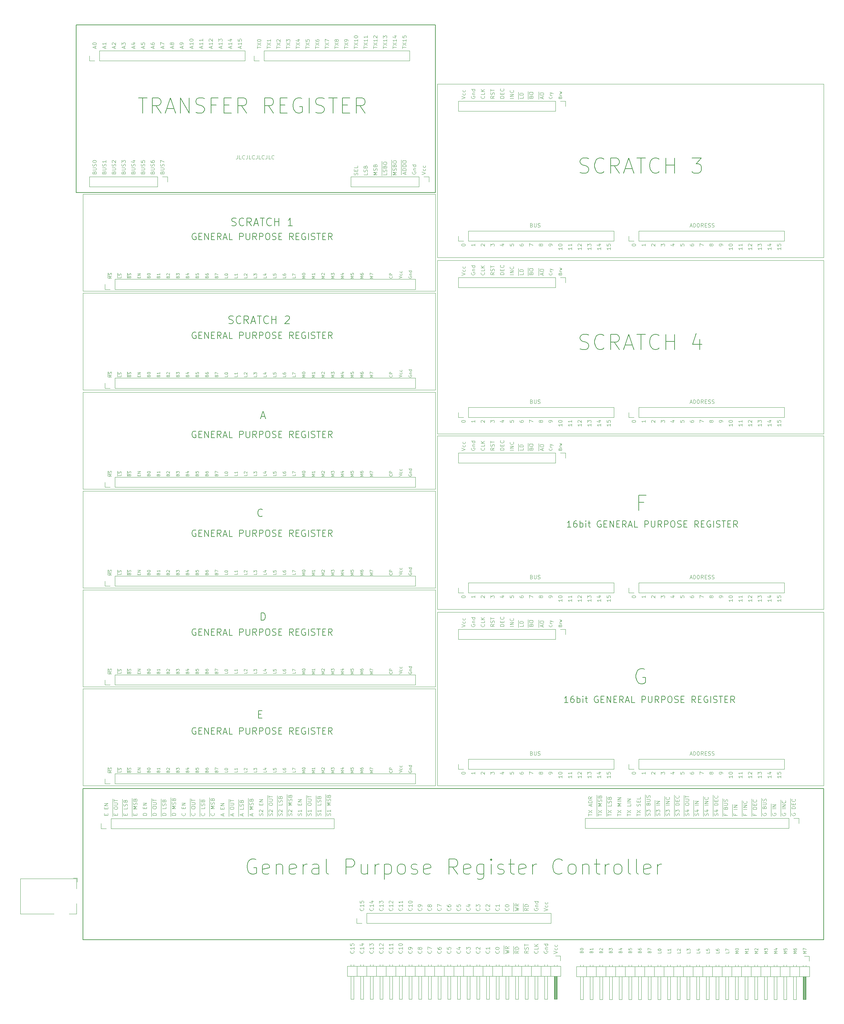
<source format=gbr>
%TF.GenerationSoftware,KiCad,Pcbnew,(6.0.0-0)*%
%TF.CreationDate,2022-01-11T21:03:16-05:00*%
%TF.ProjectId,new-register-backplane,6e65772d-7265-4676-9973-7465722d6261,rev?*%
%TF.SameCoordinates,Original*%
%TF.FileFunction,Legend,Top*%
%TF.FilePolarity,Positive*%
%FSLAX46Y46*%
G04 Gerber Fmt 4.6, Leading zero omitted, Abs format (unit mm)*
G04 Created by KiCad (PCBNEW (6.0.0-0)) date 2022-01-11 21:03:16*
%MOMM*%
%LPD*%
G01*
G04 APERTURE LIST*
%ADD10C,0.100000*%
%ADD11C,0.120000*%
%ADD12C,0.150000*%
G04 APERTURE END LIST*
D10*
X129680952Y-59352380D02*
X129680952Y-60066666D01*
X129633333Y-60209523D01*
X129538095Y-60304761D01*
X129395238Y-60352380D01*
X129300000Y-60352380D01*
X130633333Y-60352380D02*
X130157142Y-60352380D01*
X130157142Y-59352380D01*
X131538095Y-60257142D02*
X131490476Y-60304761D01*
X131347619Y-60352380D01*
X131252380Y-60352380D01*
X131109523Y-60304761D01*
X131014285Y-60209523D01*
X130966666Y-60114285D01*
X130919047Y-59923809D01*
X130919047Y-59780952D01*
X130966666Y-59590476D01*
X131014285Y-59495238D01*
X131109523Y-59400000D01*
X131252380Y-59352380D01*
X131347619Y-59352380D01*
X131490476Y-59400000D01*
X131538095Y-59447619D01*
X132252380Y-59352380D02*
X132252380Y-60066666D01*
X132204761Y-60209523D01*
X132109523Y-60304761D01*
X131966666Y-60352380D01*
X131871428Y-60352380D01*
X133204761Y-60352380D02*
X132728571Y-60352380D01*
X132728571Y-59352380D01*
X134109523Y-60257142D02*
X134061904Y-60304761D01*
X133919047Y-60352380D01*
X133823809Y-60352380D01*
X133680952Y-60304761D01*
X133585714Y-60209523D01*
X133538095Y-60114285D01*
X133490476Y-59923809D01*
X133490476Y-59780952D01*
X133538095Y-59590476D01*
X133585714Y-59495238D01*
X133680952Y-59400000D01*
X133823809Y-59352380D01*
X133919047Y-59352380D01*
X134061904Y-59400000D01*
X134109523Y-59447619D01*
X134823809Y-59352380D02*
X134823809Y-60066666D01*
X134776190Y-60209523D01*
X134680952Y-60304761D01*
X134538095Y-60352380D01*
X134442857Y-60352380D01*
X135776190Y-60352380D02*
X135300000Y-60352380D01*
X135300000Y-59352380D01*
X136680952Y-60257142D02*
X136633333Y-60304761D01*
X136490476Y-60352380D01*
X136395238Y-60352380D01*
X136252380Y-60304761D01*
X136157142Y-60209523D01*
X136109523Y-60114285D01*
X136061904Y-59923809D01*
X136061904Y-59780952D01*
X136109523Y-59590476D01*
X136157142Y-59495238D01*
X136252380Y-59400000D01*
X136395238Y-59352380D01*
X136490476Y-59352380D01*
X136633333Y-59400000D01*
X136680952Y-59447619D01*
X137395238Y-59352380D02*
X137395238Y-60066666D01*
X137347619Y-60209523D01*
X137252380Y-60304761D01*
X137109523Y-60352380D01*
X137014285Y-60352380D01*
X138347619Y-60352380D02*
X137871428Y-60352380D01*
X137871428Y-59352380D01*
X139252380Y-60257142D02*
X139204761Y-60304761D01*
X139061904Y-60352380D01*
X138966666Y-60352380D01*
X138823809Y-60304761D01*
X138728571Y-60209523D01*
X138680952Y-60114285D01*
X138633333Y-59923809D01*
X138633333Y-59780952D01*
X138680952Y-59590476D01*
X138728571Y-59495238D01*
X138823809Y-59400000D01*
X138966666Y-59352380D01*
X139061904Y-59352380D01*
X139204761Y-59400000D01*
X139252380Y-59447619D01*
X253461904Y-268033333D02*
X253461904Y-268414285D01*
X252661904Y-268414285D01*
X252661904Y-267385714D02*
X252661904Y-267766666D01*
X253042857Y-267804761D01*
X253004761Y-267766666D01*
X252966666Y-267690476D01*
X252966666Y-267500000D01*
X253004761Y-267423809D01*
X253042857Y-267385714D01*
X253119047Y-267347619D01*
X253309523Y-267347619D01*
X253385714Y-267385714D01*
X253423809Y-267423809D01*
X253461904Y-267500000D01*
X253461904Y-267690476D01*
X253423809Y-267766666D01*
X253385714Y-267804761D01*
X261081904Y-268547619D02*
X260281904Y-268547619D01*
X260853333Y-268280952D01*
X260281904Y-268014285D01*
X261081904Y-268014285D01*
X260281904Y-267480952D02*
X260281904Y-267404761D01*
X260320000Y-267328571D01*
X260358095Y-267290476D01*
X260434285Y-267252380D01*
X260586666Y-267214285D01*
X260777142Y-267214285D01*
X260929523Y-267252380D01*
X261005714Y-267290476D01*
X261043809Y-267328571D01*
X261081904Y-267404761D01*
X261081904Y-267480952D01*
X261043809Y-267557142D01*
X261005714Y-267595238D01*
X260929523Y-267633333D01*
X260777142Y-267671428D01*
X260586666Y-267671428D01*
X260434285Y-267633333D01*
X260358095Y-267595238D01*
X260320000Y-267557142D01*
X260281904Y-267480952D01*
X263621904Y-268547619D02*
X262821904Y-268547619D01*
X263393333Y-268280952D01*
X262821904Y-268014285D01*
X263621904Y-268014285D01*
X263621904Y-267214285D02*
X263621904Y-267671428D01*
X263621904Y-267442857D02*
X262821904Y-267442857D01*
X262936190Y-267519047D01*
X263012380Y-267595238D01*
X263050476Y-267671428D01*
X271241904Y-268547619D02*
X270441904Y-268547619D01*
X271013333Y-268280952D01*
X270441904Y-268014285D01*
X271241904Y-268014285D01*
X270708571Y-267290476D02*
X271241904Y-267290476D01*
X270403809Y-267480952D02*
X270975238Y-267671428D01*
X270975238Y-267176190D01*
X266161904Y-268547619D02*
X265361904Y-268547619D01*
X265933333Y-268280952D01*
X265361904Y-268014285D01*
X266161904Y-268014285D01*
X265438095Y-267671428D02*
X265400000Y-267633333D01*
X265361904Y-267557142D01*
X265361904Y-267366666D01*
X265400000Y-267290476D01*
X265438095Y-267252380D01*
X265514285Y-267214285D01*
X265590476Y-267214285D01*
X265704761Y-267252380D01*
X266161904Y-267709523D01*
X266161904Y-267214285D01*
X276321904Y-268547619D02*
X275521904Y-268547619D01*
X276093333Y-268280952D01*
X275521904Y-268014285D01*
X276321904Y-268014285D01*
X275521904Y-267290476D02*
X275521904Y-267442857D01*
X275560000Y-267519047D01*
X275598095Y-267557142D01*
X275712380Y-267633333D01*
X275864761Y-267671428D01*
X276169523Y-267671428D01*
X276245714Y-267633333D01*
X276283809Y-267595238D01*
X276321904Y-267519047D01*
X276321904Y-267366666D01*
X276283809Y-267290476D01*
X276245714Y-267252380D01*
X276169523Y-267214285D01*
X275979047Y-267214285D01*
X275902857Y-267252380D01*
X275864761Y-267290476D01*
X275826666Y-267366666D01*
X275826666Y-267519047D01*
X275864761Y-267595238D01*
X275902857Y-267633333D01*
X275979047Y-267671428D01*
X273781904Y-268547619D02*
X272981904Y-268547619D01*
X273553333Y-268280952D01*
X272981904Y-268014285D01*
X273781904Y-268014285D01*
X272981904Y-267252380D02*
X272981904Y-267633333D01*
X273362857Y-267671428D01*
X273324761Y-267633333D01*
X273286666Y-267557142D01*
X273286666Y-267366666D01*
X273324761Y-267290476D01*
X273362857Y-267252380D01*
X273439047Y-267214285D01*
X273629523Y-267214285D01*
X273705714Y-267252380D01*
X273743809Y-267290476D01*
X273781904Y-267366666D01*
X273781904Y-267557142D01*
X273743809Y-267633333D01*
X273705714Y-267671428D01*
X256001904Y-268033333D02*
X256001904Y-268414285D01*
X255201904Y-268414285D01*
X255201904Y-267423809D02*
X255201904Y-267576190D01*
X255240000Y-267652380D01*
X255278095Y-267690476D01*
X255392380Y-267766666D01*
X255544761Y-267804761D01*
X255849523Y-267804761D01*
X255925714Y-267766666D01*
X255963809Y-267728571D01*
X256001904Y-267652380D01*
X256001904Y-267500000D01*
X255963809Y-267423809D01*
X255925714Y-267385714D01*
X255849523Y-267347619D01*
X255659047Y-267347619D01*
X255582857Y-267385714D01*
X255544761Y-267423809D01*
X255506666Y-267500000D01*
X255506666Y-267652380D01*
X255544761Y-267728571D01*
X255582857Y-267766666D01*
X255659047Y-267804761D01*
X250921904Y-268033333D02*
X250921904Y-268414285D01*
X250121904Y-268414285D01*
X250388571Y-267423809D02*
X250921904Y-267423809D01*
X250083809Y-267614285D02*
X250655238Y-267804761D01*
X250655238Y-267309523D01*
X243301904Y-268033333D02*
X243301904Y-268414285D01*
X242501904Y-268414285D01*
X243301904Y-267347619D02*
X243301904Y-267804761D01*
X243301904Y-267576190D02*
X242501904Y-267576190D01*
X242616190Y-267652380D01*
X242692380Y-267728571D01*
X242730476Y-267804761D01*
X245841904Y-268033333D02*
X245841904Y-268414285D01*
X245041904Y-268414285D01*
X245118095Y-267804761D02*
X245080000Y-267766666D01*
X245041904Y-267690476D01*
X245041904Y-267500000D01*
X245080000Y-267423809D01*
X245118095Y-267385714D01*
X245194285Y-267347619D01*
X245270476Y-267347619D01*
X245384761Y-267385714D01*
X245841904Y-267842857D01*
X245841904Y-267347619D01*
X258541904Y-268033333D02*
X258541904Y-268414285D01*
X257741904Y-268414285D01*
X257741904Y-267842857D02*
X257741904Y-267309523D01*
X258541904Y-267652380D01*
X268701904Y-268547619D02*
X267901904Y-268547619D01*
X268473333Y-268280952D01*
X267901904Y-268014285D01*
X268701904Y-268014285D01*
X267901904Y-267709523D02*
X267901904Y-267214285D01*
X268206666Y-267480952D01*
X268206666Y-267366666D01*
X268244761Y-267290476D01*
X268282857Y-267252380D01*
X268359047Y-267214285D01*
X268549523Y-267214285D01*
X268625714Y-267252380D01*
X268663809Y-267290476D01*
X268701904Y-267366666D01*
X268701904Y-267595238D01*
X268663809Y-267671428D01*
X268625714Y-267709523D01*
X278861904Y-268547619D02*
X278061904Y-268547619D01*
X278633333Y-268280952D01*
X278061904Y-268014285D01*
X278861904Y-268014285D01*
X278061904Y-267709523D02*
X278061904Y-267176190D01*
X278861904Y-267519047D01*
X240761904Y-268033333D02*
X240761904Y-268414285D01*
X239961904Y-268414285D01*
X239961904Y-267614285D02*
X239961904Y-267538095D01*
X240000000Y-267461904D01*
X240038095Y-267423809D01*
X240114285Y-267385714D01*
X240266666Y-267347619D01*
X240457142Y-267347619D01*
X240609523Y-267385714D01*
X240685714Y-267423809D01*
X240723809Y-267461904D01*
X240761904Y-267538095D01*
X240761904Y-267614285D01*
X240723809Y-267690476D01*
X240685714Y-267728571D01*
X240609523Y-267766666D01*
X240457142Y-267804761D01*
X240266666Y-267804761D01*
X240114285Y-267766666D01*
X240038095Y-267728571D01*
X240000000Y-267690476D01*
X239961904Y-267614285D01*
X248381904Y-268033333D02*
X248381904Y-268414285D01*
X247581904Y-268414285D01*
X247581904Y-267842857D02*
X247581904Y-267347619D01*
X247886666Y-267614285D01*
X247886666Y-267500000D01*
X247924761Y-267423809D01*
X247962857Y-267385714D01*
X248039047Y-267347619D01*
X248229523Y-267347619D01*
X248305714Y-267385714D01*
X248343809Y-267423809D01*
X248381904Y-267500000D01*
X248381904Y-267728571D01*
X248343809Y-267804761D01*
X248305714Y-267842857D01*
X219942857Y-268123809D02*
X219980952Y-268009523D01*
X220019047Y-267971428D01*
X220095238Y-267933333D01*
X220209523Y-267933333D01*
X220285714Y-267971428D01*
X220323809Y-268009523D01*
X220361904Y-268085714D01*
X220361904Y-268390476D01*
X219561904Y-268390476D01*
X219561904Y-268123809D01*
X219600000Y-268047619D01*
X219638095Y-268009523D01*
X219714285Y-267971428D01*
X219790476Y-267971428D01*
X219866666Y-268009523D01*
X219904761Y-268047619D01*
X219942857Y-268123809D01*
X219942857Y-268390476D01*
X219561904Y-267438095D02*
X219561904Y-267361904D01*
X219600000Y-267285714D01*
X219638095Y-267247619D01*
X219714285Y-267209523D01*
X219866666Y-267171428D01*
X220057142Y-267171428D01*
X220209523Y-267209523D01*
X220285714Y-267247619D01*
X220323809Y-267285714D01*
X220361904Y-267361904D01*
X220361904Y-267438095D01*
X220323809Y-267514285D01*
X220285714Y-267552380D01*
X220209523Y-267590476D01*
X220057142Y-267628571D01*
X219866666Y-267628571D01*
X219714285Y-267590476D01*
X219638095Y-267552380D01*
X219600000Y-267514285D01*
X219561904Y-267438095D01*
X222482857Y-268123809D02*
X222520952Y-268009523D01*
X222559047Y-267971428D01*
X222635238Y-267933333D01*
X222749523Y-267933333D01*
X222825714Y-267971428D01*
X222863809Y-268009523D01*
X222901904Y-268085714D01*
X222901904Y-268390476D01*
X222101904Y-268390476D01*
X222101904Y-268123809D01*
X222140000Y-268047619D01*
X222178095Y-268009523D01*
X222254285Y-267971428D01*
X222330476Y-267971428D01*
X222406666Y-268009523D01*
X222444761Y-268047619D01*
X222482857Y-268123809D01*
X222482857Y-268390476D01*
X222901904Y-267171428D02*
X222901904Y-267628571D01*
X222901904Y-267400000D02*
X222101904Y-267400000D01*
X222216190Y-267476190D01*
X222292380Y-267552380D01*
X222330476Y-267628571D01*
X237722857Y-268123809D02*
X237760952Y-268009523D01*
X237799047Y-267971428D01*
X237875238Y-267933333D01*
X237989523Y-267933333D01*
X238065714Y-267971428D01*
X238103809Y-268009523D01*
X238141904Y-268085714D01*
X238141904Y-268390476D01*
X237341904Y-268390476D01*
X237341904Y-268123809D01*
X237380000Y-268047619D01*
X237418095Y-268009523D01*
X237494285Y-267971428D01*
X237570476Y-267971428D01*
X237646666Y-268009523D01*
X237684761Y-268047619D01*
X237722857Y-268123809D01*
X237722857Y-268390476D01*
X237341904Y-267666666D02*
X237341904Y-267133333D01*
X238141904Y-267476190D01*
X225022857Y-268123809D02*
X225060952Y-268009523D01*
X225099047Y-267971428D01*
X225175238Y-267933333D01*
X225289523Y-267933333D01*
X225365714Y-267971428D01*
X225403809Y-268009523D01*
X225441904Y-268085714D01*
X225441904Y-268390476D01*
X224641904Y-268390476D01*
X224641904Y-268123809D01*
X224680000Y-268047619D01*
X224718095Y-268009523D01*
X224794285Y-267971428D01*
X224870476Y-267971428D01*
X224946666Y-268009523D01*
X224984761Y-268047619D01*
X225022857Y-268123809D01*
X225022857Y-268390476D01*
X224718095Y-267628571D02*
X224680000Y-267590476D01*
X224641904Y-267514285D01*
X224641904Y-267323809D01*
X224680000Y-267247619D01*
X224718095Y-267209523D01*
X224794285Y-267171428D01*
X224870476Y-267171428D01*
X224984761Y-267209523D01*
X225441904Y-267666666D01*
X225441904Y-267171428D01*
X235182857Y-268123809D02*
X235220952Y-268009523D01*
X235259047Y-267971428D01*
X235335238Y-267933333D01*
X235449523Y-267933333D01*
X235525714Y-267971428D01*
X235563809Y-268009523D01*
X235601904Y-268085714D01*
X235601904Y-268390476D01*
X234801904Y-268390476D01*
X234801904Y-268123809D01*
X234840000Y-268047619D01*
X234878095Y-268009523D01*
X234954285Y-267971428D01*
X235030476Y-267971428D01*
X235106666Y-268009523D01*
X235144761Y-268047619D01*
X235182857Y-268123809D01*
X235182857Y-268390476D01*
X234801904Y-267247619D02*
X234801904Y-267400000D01*
X234840000Y-267476190D01*
X234878095Y-267514285D01*
X234992380Y-267590476D01*
X235144761Y-267628571D01*
X235449523Y-267628571D01*
X235525714Y-267590476D01*
X235563809Y-267552380D01*
X235601904Y-267476190D01*
X235601904Y-267323809D01*
X235563809Y-267247619D01*
X235525714Y-267209523D01*
X235449523Y-267171428D01*
X235259047Y-267171428D01*
X235182857Y-267209523D01*
X235144761Y-267247619D01*
X235106666Y-267323809D01*
X235106666Y-267476190D01*
X235144761Y-267552380D01*
X235182857Y-267590476D01*
X235259047Y-267628571D01*
X230102857Y-268123809D02*
X230140952Y-268009523D01*
X230179047Y-267971428D01*
X230255238Y-267933333D01*
X230369523Y-267933333D01*
X230445714Y-267971428D01*
X230483809Y-268009523D01*
X230521904Y-268085714D01*
X230521904Y-268390476D01*
X229721904Y-268390476D01*
X229721904Y-268123809D01*
X229760000Y-268047619D01*
X229798095Y-268009523D01*
X229874285Y-267971428D01*
X229950476Y-267971428D01*
X230026666Y-268009523D01*
X230064761Y-268047619D01*
X230102857Y-268123809D01*
X230102857Y-268390476D01*
X229988571Y-267247619D02*
X230521904Y-267247619D01*
X229683809Y-267438095D02*
X230255238Y-267628571D01*
X230255238Y-267133333D01*
X227562857Y-268123809D02*
X227600952Y-268009523D01*
X227639047Y-267971428D01*
X227715238Y-267933333D01*
X227829523Y-267933333D01*
X227905714Y-267971428D01*
X227943809Y-268009523D01*
X227981904Y-268085714D01*
X227981904Y-268390476D01*
X227181904Y-268390476D01*
X227181904Y-268123809D01*
X227220000Y-268047619D01*
X227258095Y-268009523D01*
X227334285Y-267971428D01*
X227410476Y-267971428D01*
X227486666Y-268009523D01*
X227524761Y-268047619D01*
X227562857Y-268123809D01*
X227562857Y-268390476D01*
X227181904Y-267666666D02*
X227181904Y-267171428D01*
X227486666Y-267438095D01*
X227486666Y-267323809D01*
X227524761Y-267247619D01*
X227562857Y-267209523D01*
X227639047Y-267171428D01*
X227829523Y-267171428D01*
X227905714Y-267209523D01*
X227943809Y-267247619D01*
X227981904Y-267323809D01*
X227981904Y-267552380D01*
X227943809Y-267628571D01*
X227905714Y-267666666D01*
X232642857Y-268123809D02*
X232680952Y-268009523D01*
X232719047Y-267971428D01*
X232795238Y-267933333D01*
X232909523Y-267933333D01*
X232985714Y-267971428D01*
X233023809Y-268009523D01*
X233061904Y-268085714D01*
X233061904Y-268390476D01*
X232261904Y-268390476D01*
X232261904Y-268123809D01*
X232300000Y-268047619D01*
X232338095Y-268009523D01*
X232414285Y-267971428D01*
X232490476Y-267971428D01*
X232566666Y-268009523D01*
X232604761Y-268047619D01*
X232642857Y-268123809D01*
X232642857Y-268390476D01*
X232261904Y-267209523D02*
X232261904Y-267590476D01*
X232642857Y-267628571D01*
X232604761Y-267590476D01*
X232566666Y-267514285D01*
X232566666Y-267323809D01*
X232604761Y-267247619D01*
X232642857Y-267209523D01*
X232719047Y-267171428D01*
X232909523Y-267171428D01*
X232985714Y-267209523D01*
X233023809Y-267247619D01*
X233061904Y-267323809D01*
X233061904Y-267514285D01*
X233023809Y-267590476D01*
X232985714Y-267628571D01*
D11*
X182113000Y-86868000D02*
X283459000Y-86868000D01*
X98187000Y-219820000D02*
X98187000Y-221170000D01*
X100737000Y-142096000D02*
X100737000Y-143446000D01*
X89149000Y-147320000D02*
X181605000Y-147320000D01*
X181609000Y-69548000D02*
X181609000Y-94948000D01*
D12*
X181351000Y-25146000D02*
X181605000Y-25146000D01*
D11*
X95661000Y-90232000D02*
X95661000Y-91582000D01*
X283459000Y-224536000D02*
X182113000Y-224536000D01*
X89153000Y-69548000D02*
X181609000Y-69548000D01*
X98191000Y-116140000D02*
X98191000Y-117490000D01*
X98191000Y-90232000D02*
X98191000Y-91582000D01*
X89149000Y-173228000D02*
X181605000Y-173228000D01*
X95657000Y-219820000D02*
X95657000Y-221170000D01*
X182113000Y-86106000D02*
X182113000Y-40640000D01*
X89149000Y-146812000D02*
X89149000Y-121412000D01*
X182113000Y-40640000D02*
X283459000Y-40640000D01*
X100737000Y-193912000D02*
X100737000Y-195262000D01*
X181605000Y-172720000D02*
X89149000Y-172720000D01*
X95661000Y-116140000D02*
X95661000Y-117490000D01*
X181609000Y-95456000D02*
X181609000Y-120856000D01*
X89149000Y-224536000D02*
X89149000Y-199136000D01*
X283459000Y-86868000D02*
X283459000Y-132334000D01*
X283459000Y-179070000D02*
X283459000Y-224536000D01*
X89149000Y-121412000D02*
X181605000Y-121412000D01*
X100741000Y-116140000D02*
X100741000Y-117490000D01*
X181609000Y-120856000D02*
X89153000Y-120856000D01*
X182113000Y-179070000D02*
X283459000Y-179070000D01*
X182113000Y-132842000D02*
X283459000Y-132842000D01*
X98187000Y-142096000D02*
X98187000Y-143446000D01*
X89153000Y-120856000D02*
X89153000Y-95456000D01*
X89149000Y-199136000D02*
X181605000Y-199136000D01*
X283459000Y-86106000D02*
X182113000Y-86106000D01*
X181605000Y-147320000D02*
X181605000Y-172720000D01*
D12*
X181605000Y-69088000D02*
X87371000Y-69088000D01*
D11*
X98187000Y-168004000D02*
X98187000Y-169354000D01*
X181609000Y-94948000D02*
X89153000Y-94948000D01*
X89149000Y-172720000D02*
X89149000Y-147320000D01*
X100737000Y-168004000D02*
X100737000Y-169354000D01*
X181605000Y-198628000D02*
X89149000Y-198628000D01*
X95657000Y-193912000D02*
X95657000Y-195262000D01*
X283459000Y-132842000D02*
X283459000Y-178308000D01*
D12*
X181605000Y-25146000D02*
X181605000Y-69088000D01*
D11*
X89153000Y-95456000D02*
X181609000Y-95456000D01*
X95657000Y-142096000D02*
X95657000Y-143446000D01*
D12*
X89149000Y-225298000D02*
X283459000Y-225298000D01*
X283459000Y-225298000D02*
X283459000Y-264922000D01*
X283459000Y-264922000D02*
X89149000Y-264922000D01*
X89149000Y-264922000D02*
X89149000Y-225298000D01*
X87371000Y-69088000D02*
X87371000Y-25146000D01*
D11*
X181605000Y-224536000D02*
X89149000Y-224536000D01*
X100737000Y-219820000D02*
X100737000Y-221170000D01*
X283459000Y-178308000D02*
X182113000Y-178308000D01*
X181605000Y-146812000D02*
X89149000Y-146812000D01*
X98187000Y-193912000D02*
X98187000Y-195262000D01*
X182113000Y-178308000D02*
X182113000Y-132842000D01*
X181605000Y-173228000D02*
X181605000Y-198628000D01*
X283459000Y-132334000D02*
X182113000Y-132334000D01*
X182113000Y-224536000D02*
X182113000Y-179070000D01*
X89149000Y-198628000D02*
X89149000Y-173228000D01*
X182113000Y-132334000D02*
X182113000Y-86868000D01*
X181605000Y-121412000D02*
X181605000Y-146812000D01*
X181605000Y-199136000D02*
X181605000Y-224536000D01*
D12*
X87371000Y-25146000D02*
X181351000Y-25146000D01*
D11*
X89153000Y-94948000D02*
X89153000Y-69548000D01*
X95657000Y-168004000D02*
X95657000Y-169354000D01*
X283459000Y-40640000D02*
X283459000Y-86106000D01*
X100741000Y-90232000D02*
X100741000Y-91582000D01*
D10*
X199583380Y-90628904D02*
X198583380Y-90628904D01*
X198583380Y-90390809D01*
X198631000Y-90247952D01*
X198726238Y-90152714D01*
X198821476Y-90105095D01*
X199011952Y-90057476D01*
X199154809Y-90057476D01*
X199345285Y-90105095D01*
X199440523Y-90152714D01*
X199535761Y-90247952D01*
X199583380Y-90390809D01*
X199583380Y-90628904D01*
X199059571Y-89628904D02*
X199059571Y-89295571D01*
X199583380Y-89152714D02*
X199583380Y-89628904D01*
X198583380Y-89628904D01*
X198583380Y-89152714D01*
X199488142Y-88152714D02*
X199535761Y-88200333D01*
X199583380Y-88343190D01*
X199583380Y-88438428D01*
X199535761Y-88581285D01*
X199440523Y-88676523D01*
X199345285Y-88724142D01*
X199154809Y-88771761D01*
X199011952Y-88771761D01*
X198821476Y-88724142D01*
X198726238Y-88676523D01*
X198631000Y-88581285D01*
X198583380Y-88438428D01*
X198583380Y-88343190D01*
X198631000Y-88200333D01*
X198678619Y-88152714D01*
D12*
X135916809Y-127841333D02*
X136869190Y-127841333D01*
X135726333Y-128412761D02*
X136393000Y-126412761D01*
X137059666Y-128412761D01*
D10*
X194408142Y-182259476D02*
X194455761Y-182307095D01*
X194503380Y-182449952D01*
X194503380Y-182545190D01*
X194455761Y-182688047D01*
X194360523Y-182783285D01*
X194265285Y-182830904D01*
X194074809Y-182878523D01*
X193931952Y-182878523D01*
X193741476Y-182830904D01*
X193646238Y-182783285D01*
X193551000Y-182688047D01*
X193503380Y-182545190D01*
X193503380Y-182449952D01*
X193551000Y-182307095D01*
X193598619Y-182259476D01*
X194503380Y-181354714D02*
X194503380Y-181830904D01*
X193503380Y-181830904D01*
X194503380Y-181021380D02*
X193503380Y-181021380D01*
X194503380Y-180449952D02*
X193931952Y-180878523D01*
X193503380Y-180449952D02*
X194074809Y-181021380D01*
X137258904Y-142929333D02*
X137258904Y-143310285D01*
X136458904Y-143310285D01*
X136725571Y-142319809D02*
X137258904Y-142319809D01*
X136420809Y-142510285D02*
X136992238Y-142700761D01*
X136992238Y-142205523D01*
X256987380Y-129255666D02*
X256987380Y-129065190D01*
X256939761Y-128969952D01*
X256892142Y-128922333D01*
X256749285Y-128827095D01*
X256558809Y-128779476D01*
X256177857Y-128779476D01*
X256082619Y-128827095D01*
X256035000Y-128874714D01*
X255987380Y-128969952D01*
X255987380Y-129160428D01*
X256035000Y-129255666D01*
X256082619Y-129303285D01*
X256177857Y-129350904D01*
X256415952Y-129350904D01*
X256511190Y-129303285D01*
X256558809Y-129255666D01*
X256606428Y-129160428D01*
X256606428Y-128969952D01*
X256558809Y-128874714D01*
X256511190Y-128827095D01*
X256415952Y-128779476D01*
X174597000Y-220694285D02*
X174558904Y-220770476D01*
X174558904Y-220884761D01*
X174597000Y-220999047D01*
X174673190Y-221075238D01*
X174749380Y-221113333D01*
X174901761Y-221151428D01*
X175016047Y-221151428D01*
X175168428Y-221113333D01*
X175244619Y-221075238D01*
X175320809Y-220999047D01*
X175358904Y-220884761D01*
X175358904Y-220808571D01*
X175320809Y-220694285D01*
X175282714Y-220656190D01*
X175016047Y-220656190D01*
X175016047Y-220808571D01*
X174825571Y-220313333D02*
X175358904Y-220313333D01*
X174901761Y-220313333D02*
X174863666Y-220275238D01*
X174825571Y-220199047D01*
X174825571Y-220084761D01*
X174863666Y-220008571D01*
X174939857Y-219970476D01*
X175358904Y-219970476D01*
X175358904Y-219246666D02*
X174558904Y-219246666D01*
X175320809Y-219246666D02*
X175358904Y-219322857D01*
X175358904Y-219475238D01*
X175320809Y-219551428D01*
X175282714Y-219589523D01*
X175206523Y-219627619D01*
X174977952Y-219627619D01*
X174901761Y-219589523D01*
X174863666Y-219551428D01*
X174825571Y-219475238D01*
X174825571Y-219322857D01*
X174863666Y-219246666D01*
X139798904Y-194745333D02*
X139798904Y-195126285D01*
X138998904Y-195126285D01*
X138998904Y-194097714D02*
X138998904Y-194478666D01*
X139379857Y-194516761D01*
X139341761Y-194478666D01*
X139303666Y-194402476D01*
X139303666Y-194212000D01*
X139341761Y-194135809D01*
X139379857Y-194097714D01*
X139456047Y-194059619D01*
X139646523Y-194059619D01*
X139722714Y-194097714D01*
X139760809Y-194135809D01*
X139798904Y-194212000D01*
X139798904Y-194402476D01*
X139760809Y-194478666D01*
X139722714Y-194516761D01*
X236667380Y-82551476D02*
X236667380Y-83122904D01*
X236667380Y-82837190D02*
X235667380Y-82837190D01*
X235810238Y-82932428D01*
X235905476Y-83027666D01*
X235953095Y-83122904D01*
X238302619Y-83122904D02*
X238255000Y-83075285D01*
X238207380Y-82980047D01*
X238207380Y-82741952D01*
X238255000Y-82646714D01*
X238302619Y-82599095D01*
X238397857Y-82551476D01*
X238493095Y-82551476D01*
X238635952Y-82599095D01*
X239207380Y-83170523D01*
X239207380Y-82551476D01*
X248408476Y-124118666D02*
X248884666Y-124118666D01*
X248313238Y-124404380D02*
X248646571Y-123404380D01*
X248979904Y-124404380D01*
X249313238Y-124404380D02*
X249313238Y-123404380D01*
X249551333Y-123404380D01*
X249694190Y-123452000D01*
X249789428Y-123547238D01*
X249837047Y-123642476D01*
X249884666Y-123832952D01*
X249884666Y-123975809D01*
X249837047Y-124166285D01*
X249789428Y-124261523D01*
X249694190Y-124356761D01*
X249551333Y-124404380D01*
X249313238Y-124404380D01*
X250313238Y-124404380D02*
X250313238Y-123404380D01*
X250551333Y-123404380D01*
X250694190Y-123452000D01*
X250789428Y-123547238D01*
X250837047Y-123642476D01*
X250884666Y-123832952D01*
X250884666Y-123975809D01*
X250837047Y-124166285D01*
X250789428Y-124261523D01*
X250694190Y-124356761D01*
X250551333Y-124404380D01*
X250313238Y-124404380D01*
X251884666Y-124404380D02*
X251551333Y-123928190D01*
X251313238Y-124404380D02*
X251313238Y-123404380D01*
X251694190Y-123404380D01*
X251789428Y-123452000D01*
X251837047Y-123499619D01*
X251884666Y-123594857D01*
X251884666Y-123737714D01*
X251837047Y-123832952D01*
X251789428Y-123880571D01*
X251694190Y-123928190D01*
X251313238Y-123928190D01*
X252313238Y-123880571D02*
X252646571Y-123880571D01*
X252789428Y-124404380D02*
X252313238Y-124404380D01*
X252313238Y-123404380D01*
X252789428Y-123404380D01*
X253170380Y-124356761D02*
X253313238Y-124404380D01*
X253551333Y-124404380D01*
X253646571Y-124356761D01*
X253694190Y-124309142D01*
X253741809Y-124213904D01*
X253741809Y-124118666D01*
X253694190Y-124023428D01*
X253646571Y-123975809D01*
X253551333Y-123928190D01*
X253360857Y-123880571D01*
X253265619Y-123832952D01*
X253218000Y-123785333D01*
X253170380Y-123690095D01*
X253170380Y-123594857D01*
X253218000Y-123499619D01*
X253265619Y-123452000D01*
X253360857Y-123404380D01*
X253598952Y-123404380D01*
X253741809Y-123452000D01*
X254122761Y-124356761D02*
X254265619Y-124404380D01*
X254503714Y-124404380D01*
X254598952Y-124356761D01*
X254646571Y-124309142D01*
X254694190Y-124213904D01*
X254694190Y-124118666D01*
X254646571Y-124023428D01*
X254598952Y-123975809D01*
X254503714Y-123928190D01*
X254313238Y-123880571D01*
X254218000Y-123832952D01*
X254170380Y-123785333D01*
X254122761Y-123690095D01*
X254122761Y-123594857D01*
X254170380Y-123499619D01*
X254218000Y-123452000D01*
X254313238Y-123404380D01*
X254551333Y-123404380D01*
X254694190Y-123452000D01*
X196043380Y-129398523D02*
X196043380Y-128779476D01*
X196424333Y-129112809D01*
X196424333Y-128969952D01*
X196471952Y-128874714D01*
X196519571Y-128827095D01*
X196614809Y-128779476D01*
X196852904Y-128779476D01*
X196948142Y-128827095D01*
X196995761Y-128874714D01*
X197043380Y-128969952D01*
X197043380Y-129255666D01*
X196995761Y-129350904D01*
X196948142Y-129398523D01*
X117763666Y-31240523D02*
X117763666Y-30764333D01*
X118049380Y-31335761D02*
X117049380Y-31002428D01*
X118049380Y-30669095D01*
X118049380Y-29811952D02*
X118049380Y-30383380D01*
X118049380Y-30097666D02*
X117049380Y-30097666D01*
X117192238Y-30192904D01*
X117287476Y-30288142D01*
X117335095Y-30383380D01*
X117049380Y-29192904D02*
X117049380Y-29097666D01*
X117097000Y-29002428D01*
X117144619Y-28954809D01*
X117239857Y-28907190D01*
X117430333Y-28859571D01*
X117668428Y-28859571D01*
X117858904Y-28907190D01*
X117954142Y-28954809D01*
X118001761Y-29002428D01*
X118049380Y-29097666D01*
X118049380Y-29192904D01*
X118001761Y-29288142D01*
X117954142Y-29335761D01*
X117858904Y-29383380D01*
X117668428Y-29431000D01*
X117430333Y-29431000D01*
X117239857Y-29383380D01*
X117144619Y-29335761D01*
X117097000Y-29288142D01*
X117049380Y-29192904D01*
X109905571Y-63879571D02*
X109953190Y-63736714D01*
X110000809Y-63689095D01*
X110096047Y-63641476D01*
X110238904Y-63641476D01*
X110334142Y-63689095D01*
X110381761Y-63736714D01*
X110429380Y-63831952D01*
X110429380Y-64212904D01*
X109429380Y-64212904D01*
X109429380Y-63879571D01*
X109477000Y-63784333D01*
X109524619Y-63736714D01*
X109619857Y-63689095D01*
X109715095Y-63689095D01*
X109810333Y-63736714D01*
X109857952Y-63784333D01*
X109905571Y-63879571D01*
X109905571Y-64212904D01*
X109429380Y-63212904D02*
X110238904Y-63212904D01*
X110334142Y-63165285D01*
X110381761Y-63117666D01*
X110429380Y-63022428D01*
X110429380Y-62831952D01*
X110381761Y-62736714D01*
X110334142Y-62689095D01*
X110238904Y-62641476D01*
X109429380Y-62641476D01*
X110381761Y-62212904D02*
X110429380Y-62070047D01*
X110429380Y-61831952D01*
X110381761Y-61736714D01*
X110334142Y-61689095D01*
X110238904Y-61641476D01*
X110143666Y-61641476D01*
X110048428Y-61689095D01*
X110000809Y-61736714D01*
X109953190Y-61831952D01*
X109905571Y-62022428D01*
X109857952Y-62117666D01*
X109810333Y-62165285D01*
X109715095Y-62212904D01*
X109619857Y-62212904D01*
X109524619Y-62165285D01*
X109477000Y-62117666D01*
X109429380Y-62022428D01*
X109429380Y-61784333D01*
X109477000Y-61641476D01*
X109429380Y-61308142D02*
X109429380Y-60641476D01*
X110429380Y-61070047D01*
X127102904Y-91065333D02*
X127102904Y-91446285D01*
X126302904Y-91446285D01*
X126302904Y-90646285D02*
X126302904Y-90570095D01*
X126341000Y-90493904D01*
X126379095Y-90455809D01*
X126455285Y-90417714D01*
X126607666Y-90379619D01*
X126798142Y-90379619D01*
X126950523Y-90417714D01*
X127026714Y-90455809D01*
X127064809Y-90493904D01*
X127102904Y-90570095D01*
X127102904Y-90646285D01*
X127064809Y-90722476D01*
X127026714Y-90760571D01*
X126950523Y-90798666D01*
X126798142Y-90836761D01*
X126607666Y-90836761D01*
X126455285Y-90798666D01*
X126379095Y-90760571D01*
X126341000Y-90722476D01*
X126302904Y-90646285D01*
X142338904Y-142929333D02*
X142338904Y-143310285D01*
X141538904Y-143310285D01*
X141538904Y-142319809D02*
X141538904Y-142472190D01*
X141577000Y-142548380D01*
X141615095Y-142586476D01*
X141729380Y-142662666D01*
X141881761Y-142700761D01*
X142186523Y-142700761D01*
X142262714Y-142662666D01*
X142300809Y-142624571D01*
X142338904Y-142548380D01*
X142338904Y-142396000D01*
X142300809Y-142319809D01*
X142262714Y-142281714D01*
X142186523Y-142243619D01*
X141996047Y-142243619D01*
X141919857Y-142281714D01*
X141881761Y-142319809D01*
X141843666Y-142396000D01*
X141843666Y-142548380D01*
X141881761Y-142624571D01*
X141919857Y-142662666D01*
X141996047Y-142700761D01*
X162662904Y-117487619D02*
X161862904Y-117487619D01*
X162434333Y-117220952D01*
X161862904Y-116954285D01*
X162662904Y-116954285D01*
X161862904Y-116230476D02*
X161862904Y-116382857D01*
X161901000Y-116459047D01*
X161939095Y-116497142D01*
X162053380Y-116573333D01*
X162205761Y-116611428D01*
X162510523Y-116611428D01*
X162586714Y-116573333D01*
X162624809Y-116535238D01*
X162662904Y-116459047D01*
X162662904Y-116306666D01*
X162624809Y-116230476D01*
X162586714Y-116192380D01*
X162510523Y-116154285D01*
X162320047Y-116154285D01*
X162243857Y-116192380D01*
X162205761Y-116230476D01*
X162167666Y-116306666D01*
X162167666Y-116459047D01*
X162205761Y-116535238D01*
X162243857Y-116573333D01*
X162320047Y-116611428D01*
X191011000Y-90105095D02*
X190963380Y-90200333D01*
X190963380Y-90343190D01*
X191011000Y-90486047D01*
X191106238Y-90581285D01*
X191201476Y-90628904D01*
X191391952Y-90676523D01*
X191534809Y-90676523D01*
X191725285Y-90628904D01*
X191820523Y-90581285D01*
X191915761Y-90486047D01*
X191963380Y-90343190D01*
X191963380Y-90247952D01*
X191915761Y-90105095D01*
X191868142Y-90057476D01*
X191534809Y-90057476D01*
X191534809Y-90247952D01*
X191296714Y-89628904D02*
X191963380Y-89628904D01*
X191391952Y-89628904D02*
X191344333Y-89581285D01*
X191296714Y-89486047D01*
X191296714Y-89343190D01*
X191344333Y-89247952D01*
X191439571Y-89200333D01*
X191963380Y-89200333D01*
X191963380Y-88295571D02*
X190963380Y-88295571D01*
X191915761Y-88295571D02*
X191963380Y-88390809D01*
X191963380Y-88581285D01*
X191915761Y-88676523D01*
X191868142Y-88724142D01*
X191772904Y-88771761D01*
X191487190Y-88771761D01*
X191391952Y-88724142D01*
X191344333Y-88676523D01*
X191296714Y-88581285D01*
X191296714Y-88390809D01*
X191344333Y-88295571D01*
X175363142Y-256681476D02*
X175410761Y-256729095D01*
X175458380Y-256871952D01*
X175458380Y-256967190D01*
X175410761Y-257110047D01*
X175315523Y-257205285D01*
X175220285Y-257252904D01*
X175029809Y-257300523D01*
X174886952Y-257300523D01*
X174696476Y-257252904D01*
X174601238Y-257205285D01*
X174506000Y-257110047D01*
X174458380Y-256967190D01*
X174458380Y-256871952D01*
X174506000Y-256729095D01*
X174553619Y-256681476D01*
X175458380Y-255729095D02*
X175458380Y-256300523D01*
X175458380Y-256014809D02*
X174458380Y-256014809D01*
X174601238Y-256110047D01*
X174696476Y-256205285D01*
X174744095Y-256300523D01*
X174458380Y-255110047D02*
X174458380Y-255014809D01*
X174506000Y-254919571D01*
X174553619Y-254871952D01*
X174648857Y-254824333D01*
X174839333Y-254776714D01*
X175077428Y-254776714D01*
X175267904Y-254824333D01*
X175363142Y-254871952D01*
X175410761Y-254919571D01*
X175458380Y-255014809D01*
X175458380Y-255110047D01*
X175410761Y-255205285D01*
X175363142Y-255252904D01*
X175267904Y-255300523D01*
X175077428Y-255348142D01*
X174839333Y-255348142D01*
X174648857Y-255300523D01*
X174553619Y-255252904D01*
X174506000Y-255205285D01*
X174458380Y-255110047D01*
X202123380Y-136602904D02*
X201123380Y-136602904D01*
X202123380Y-136126714D02*
X201123380Y-136126714D01*
X202123380Y-135555285D01*
X201123380Y-135555285D01*
X202028142Y-134507666D02*
X202075761Y-134555285D01*
X202123380Y-134698142D01*
X202123380Y-134793380D01*
X202075761Y-134936238D01*
X201980523Y-135031476D01*
X201885285Y-135079095D01*
X201694809Y-135126714D01*
X201551952Y-135126714D01*
X201361476Y-135079095D01*
X201266238Y-135031476D01*
X201171000Y-134936238D01*
X201123380Y-134793380D01*
X201123380Y-134698142D01*
X201171000Y-134555285D01*
X201218619Y-134507666D01*
X206797428Y-169854571D02*
X206940285Y-169902190D01*
X206987904Y-169949809D01*
X207035523Y-170045047D01*
X207035523Y-170187904D01*
X206987904Y-170283142D01*
X206940285Y-170330761D01*
X206845047Y-170378380D01*
X206464095Y-170378380D01*
X206464095Y-169378380D01*
X206797428Y-169378380D01*
X206892666Y-169426000D01*
X206940285Y-169473619D01*
X206987904Y-169568857D01*
X206987904Y-169664095D01*
X206940285Y-169759333D01*
X206892666Y-169806952D01*
X206797428Y-169854571D01*
X206464095Y-169854571D01*
X207464095Y-169378380D02*
X207464095Y-170187904D01*
X207511714Y-170283142D01*
X207559333Y-170330761D01*
X207654571Y-170378380D01*
X207845047Y-170378380D01*
X207940285Y-170330761D01*
X207987904Y-170283142D01*
X208035523Y-170187904D01*
X208035523Y-169378380D01*
X208464095Y-170330761D02*
X208606952Y-170378380D01*
X208845047Y-170378380D01*
X208940285Y-170330761D01*
X208987904Y-170283142D01*
X209035523Y-170187904D01*
X209035523Y-170092666D01*
X208987904Y-169997428D01*
X208940285Y-169949809D01*
X208845047Y-169902190D01*
X208654571Y-169854571D01*
X208559333Y-169806952D01*
X208511714Y-169759333D01*
X208464095Y-169664095D01*
X208464095Y-169568857D01*
X208511714Y-169473619D01*
X208559333Y-169426000D01*
X208654571Y-169378380D01*
X208892666Y-169378380D01*
X209035523Y-169426000D01*
X222443380Y-175705857D02*
X222443380Y-176277285D01*
X222443380Y-175991571D02*
X221443380Y-175991571D01*
X221586238Y-176086809D01*
X221681476Y-176182047D01*
X221729095Y-176277285D01*
X221443380Y-175372523D02*
X221443380Y-174753476D01*
X221824333Y-175086809D01*
X221824333Y-174943952D01*
X221871952Y-174848714D01*
X221919571Y-174801095D01*
X222014809Y-174753476D01*
X222252904Y-174753476D01*
X222348142Y-174801095D01*
X222395761Y-174848714D01*
X222443380Y-174943952D01*
X222443380Y-175229666D01*
X222395761Y-175324904D01*
X222348142Y-175372523D01*
X94903666Y-31240523D02*
X94903666Y-30764333D01*
X95189380Y-31335761D02*
X94189380Y-31002428D01*
X95189380Y-30669095D01*
X95189380Y-29811952D02*
X95189380Y-30383380D01*
X95189380Y-30097666D02*
X94189380Y-30097666D01*
X94332238Y-30192904D01*
X94427476Y-30288142D01*
X94475095Y-30383380D01*
X227523380Y-83503857D02*
X227523380Y-84075285D01*
X227523380Y-83789571D02*
X226523380Y-83789571D01*
X226666238Y-83884809D01*
X226761476Y-83980047D01*
X226809095Y-84075285D01*
X226523380Y-82599095D02*
X226523380Y-83075285D01*
X226999571Y-83122904D01*
X226951952Y-83075285D01*
X226904333Y-82980047D01*
X226904333Y-82741952D01*
X226951952Y-82646714D01*
X226999571Y-82599095D01*
X227094809Y-82551476D01*
X227332904Y-82551476D01*
X227428142Y-82599095D01*
X227475761Y-82646714D01*
X227523380Y-82741952D01*
X227523380Y-82980047D01*
X227475761Y-83075285D01*
X227428142Y-83122904D01*
X243620714Y-221076714D02*
X244287380Y-221076714D01*
X243239761Y-221314809D02*
X243954047Y-221552904D01*
X243954047Y-220933857D01*
X149962904Y-117487619D02*
X149162904Y-117487619D01*
X149734333Y-117220952D01*
X149162904Y-116954285D01*
X149962904Y-116954285D01*
X149962904Y-116154285D02*
X149962904Y-116611428D01*
X149962904Y-116382857D02*
X149162904Y-116382857D01*
X149277190Y-116459047D01*
X149353380Y-116535238D01*
X149391476Y-116611428D01*
X274755000Y-232599000D02*
X274755000Y-231599000D01*
X275085000Y-231837095D02*
X275037380Y-231932333D01*
X275037380Y-232075190D01*
X275085000Y-232218047D01*
X275180238Y-232313285D01*
X275275476Y-232360904D01*
X275465952Y-232408523D01*
X275608809Y-232408523D01*
X275799285Y-232360904D01*
X275894523Y-232313285D01*
X275989761Y-232218047D01*
X276037380Y-232075190D01*
X276037380Y-231979952D01*
X275989761Y-231837095D01*
X275942142Y-231789476D01*
X275608809Y-231789476D01*
X275608809Y-231979952D01*
X274755000Y-231599000D02*
X274755000Y-230837095D01*
X274755000Y-230837095D02*
X274755000Y-229837095D01*
X276037380Y-230599000D02*
X275037380Y-230599000D01*
X275037380Y-230360904D01*
X275085000Y-230218047D01*
X275180238Y-230122809D01*
X275275476Y-230075190D01*
X275465952Y-230027571D01*
X275608809Y-230027571D01*
X275799285Y-230075190D01*
X275894523Y-230122809D01*
X275989761Y-230218047D01*
X276037380Y-230360904D01*
X276037380Y-230599000D01*
X274755000Y-229837095D02*
X274755000Y-228932333D01*
X275513571Y-229599000D02*
X275513571Y-229265666D01*
X276037380Y-229122809D02*
X276037380Y-229599000D01*
X275037380Y-229599000D01*
X275037380Y-229122809D01*
X274755000Y-228932333D02*
X274755000Y-227932333D01*
X275942142Y-228122809D02*
X275989761Y-228170428D01*
X276037380Y-228313285D01*
X276037380Y-228408523D01*
X275989761Y-228551380D01*
X275894523Y-228646619D01*
X275799285Y-228694238D01*
X275608809Y-228741857D01*
X275465952Y-228741857D01*
X275275476Y-228694238D01*
X275180238Y-228646619D01*
X275085000Y-228551380D01*
X275037380Y-228408523D01*
X275037380Y-228313285D01*
X275085000Y-228170428D01*
X275132619Y-228122809D01*
X272227380Y-175705857D02*
X272227380Y-176277285D01*
X272227380Y-175991571D02*
X271227380Y-175991571D01*
X271370238Y-176086809D01*
X271465476Y-176182047D01*
X271513095Y-176277285D01*
X271227380Y-174801095D02*
X271227380Y-175277285D01*
X271703571Y-175324904D01*
X271655952Y-175277285D01*
X271608333Y-175182047D01*
X271608333Y-174943952D01*
X271655952Y-174848714D01*
X271703571Y-174801095D01*
X271798809Y-174753476D01*
X272036904Y-174753476D01*
X272132142Y-174801095D01*
X272179761Y-174848714D01*
X272227380Y-174943952D01*
X272227380Y-175182047D01*
X272179761Y-175277285D01*
X272132142Y-175324904D01*
X101283857Y-91255809D02*
X101321952Y-91141523D01*
X101360047Y-91103428D01*
X101436238Y-91065333D01*
X101550523Y-91065333D01*
X101626714Y-91103428D01*
X101664809Y-91141523D01*
X101702904Y-91217714D01*
X101702904Y-91522476D01*
X100902904Y-91522476D01*
X100902904Y-91255809D01*
X100941000Y-91179619D01*
X100979095Y-91141523D01*
X101055285Y-91103428D01*
X101131476Y-91103428D01*
X101207666Y-91141523D01*
X101245761Y-91179619D01*
X101283857Y-91255809D01*
X101283857Y-91522476D01*
X101664809Y-90760571D02*
X101702904Y-90646285D01*
X101702904Y-90455809D01*
X101664809Y-90379619D01*
X101626714Y-90341523D01*
X101550523Y-90303428D01*
X101474333Y-90303428D01*
X101398142Y-90341523D01*
X101360047Y-90379619D01*
X101321952Y-90455809D01*
X101283857Y-90608190D01*
X101245761Y-90684380D01*
X101207666Y-90722476D01*
X101131476Y-90760571D01*
X101055285Y-90760571D01*
X100979095Y-90722476D01*
X100941000Y-90684380D01*
X100902904Y-90608190D01*
X100902904Y-90417714D01*
X100941000Y-90303428D01*
X198916714Y-221076714D02*
X199583380Y-221076714D01*
X198535761Y-221314809D02*
X199250047Y-221552904D01*
X199250047Y-220933857D01*
X119059857Y-169027809D02*
X119097952Y-168913523D01*
X119136047Y-168875428D01*
X119212238Y-168837333D01*
X119326523Y-168837333D01*
X119402714Y-168875428D01*
X119440809Y-168913523D01*
X119478904Y-168989714D01*
X119478904Y-169294476D01*
X118678904Y-169294476D01*
X118678904Y-169027809D01*
X118717000Y-168951619D01*
X118755095Y-168913523D01*
X118831285Y-168875428D01*
X118907476Y-168875428D01*
X118983666Y-168913523D01*
X119021761Y-168951619D01*
X119059857Y-169027809D01*
X119059857Y-169294476D01*
X118678904Y-168113523D02*
X118678904Y-168494476D01*
X119059857Y-168532571D01*
X119021761Y-168494476D01*
X118983666Y-168418285D01*
X118983666Y-168227809D01*
X119021761Y-168151619D01*
X119059857Y-168113523D01*
X119136047Y-168075428D01*
X119326523Y-168075428D01*
X119402714Y-168113523D01*
X119440809Y-168151619D01*
X119478904Y-168227809D01*
X119478904Y-168418285D01*
X119440809Y-168494476D01*
X119402714Y-168532571D01*
X214313857Y-136383857D02*
X214351952Y-136269571D01*
X214390047Y-136231476D01*
X214466238Y-136193380D01*
X214580523Y-136193380D01*
X214656714Y-136231476D01*
X214694809Y-136269571D01*
X214732904Y-136345761D01*
X214732904Y-136650523D01*
X213932904Y-136650523D01*
X213932904Y-136383857D01*
X213971000Y-136307666D01*
X214009095Y-136269571D01*
X214085285Y-136231476D01*
X214161476Y-136231476D01*
X214237666Y-136269571D01*
X214275761Y-136307666D01*
X214313857Y-136383857D01*
X214313857Y-136650523D01*
X214732904Y-135850523D02*
X214199571Y-135850523D01*
X214351952Y-135850523D02*
X214275761Y-135812428D01*
X214237666Y-135774333D01*
X214199571Y-135698142D01*
X214199571Y-135621952D01*
X214199571Y-135431476D02*
X214732904Y-135279095D01*
X214351952Y-135126714D01*
X214732904Y-134974333D01*
X214199571Y-134821952D01*
X103823857Y-91522476D02*
X103823857Y-91255809D01*
X104242904Y-91141523D02*
X104242904Y-91522476D01*
X103442904Y-91522476D01*
X103442904Y-91141523D01*
X104242904Y-90798666D02*
X103442904Y-90798666D01*
X104242904Y-90341523D01*
X103442904Y-90341523D01*
X137258904Y-220653333D02*
X137258904Y-221034285D01*
X136458904Y-221034285D01*
X136725571Y-220043809D02*
X137258904Y-220043809D01*
X136420809Y-220234285D02*
X136992238Y-220424761D01*
X136992238Y-219929523D01*
X236667380Y-128779476D02*
X236667380Y-129350904D01*
X236667380Y-129065190D02*
X235667380Y-129065190D01*
X235810238Y-129160428D01*
X235905476Y-129255666D01*
X235953095Y-129350904D01*
X134718904Y-142929333D02*
X134718904Y-143310285D01*
X133918904Y-143310285D01*
X133918904Y-142738857D02*
X133918904Y-142243619D01*
X134223666Y-142510285D01*
X134223666Y-142396000D01*
X134261761Y-142319809D01*
X134299857Y-142281714D01*
X134376047Y-142243619D01*
X134566523Y-142243619D01*
X134642714Y-142281714D01*
X134680809Y-142319809D01*
X134718904Y-142396000D01*
X134718904Y-142624571D01*
X134680809Y-142700761D01*
X134642714Y-142738857D01*
X214313857Y-44181857D02*
X214351952Y-44067571D01*
X214390047Y-44029476D01*
X214466238Y-43991380D01*
X214580523Y-43991380D01*
X214656714Y-44029476D01*
X214694809Y-44067571D01*
X214732904Y-44143761D01*
X214732904Y-44448523D01*
X213932904Y-44448523D01*
X213932904Y-44181857D01*
X213971000Y-44105666D01*
X214009095Y-44067571D01*
X214085285Y-44029476D01*
X214161476Y-44029476D01*
X214237666Y-44067571D01*
X214275761Y-44105666D01*
X214313857Y-44181857D01*
X214313857Y-44448523D01*
X214732904Y-43648523D02*
X214199571Y-43648523D01*
X214351952Y-43648523D02*
X214275761Y-43610428D01*
X214237666Y-43572333D01*
X214199571Y-43496142D01*
X214199571Y-43419952D01*
X214199571Y-43229476D02*
X214732904Y-43077095D01*
X214351952Y-42924714D01*
X214732904Y-42772333D01*
X214199571Y-42619952D01*
X103819857Y-169294476D02*
X103819857Y-169027809D01*
X104238904Y-168913523D02*
X104238904Y-169294476D01*
X103438904Y-169294476D01*
X103438904Y-168913523D01*
X104238904Y-168570666D02*
X103438904Y-168570666D01*
X104238904Y-168113523D01*
X103438904Y-168113523D01*
X99158904Y-194745333D02*
X99158904Y-195126285D01*
X98358904Y-195126285D01*
X99120809Y-194516761D02*
X99158904Y-194402476D01*
X99158904Y-194212000D01*
X99120809Y-194135809D01*
X99082714Y-194097714D01*
X99006523Y-194059619D01*
X98930333Y-194059619D01*
X98854142Y-194097714D01*
X98816047Y-194135809D01*
X98777952Y-194212000D01*
X98739857Y-194364380D01*
X98701761Y-194440571D01*
X98663666Y-194478666D01*
X98587476Y-194516761D01*
X98511285Y-194516761D01*
X98435095Y-194478666D01*
X98397000Y-194440571D01*
X98358904Y-194364380D01*
X98358904Y-194173904D01*
X98397000Y-194059619D01*
X201123380Y-82599095D02*
X201123380Y-83075285D01*
X201599571Y-83122904D01*
X201551952Y-83075285D01*
X201504333Y-82980047D01*
X201504333Y-82741952D01*
X201551952Y-82646714D01*
X201599571Y-82599095D01*
X201694809Y-82551476D01*
X201932904Y-82551476D01*
X202028142Y-82599095D01*
X202075761Y-82646714D01*
X202123380Y-82741952D01*
X202123380Y-82980047D01*
X202075761Y-83075285D01*
X202028142Y-83122904D01*
X142338904Y-220653333D02*
X142338904Y-221034285D01*
X141538904Y-221034285D01*
X141538904Y-220043809D02*
X141538904Y-220196190D01*
X141577000Y-220272380D01*
X141615095Y-220310476D01*
X141729380Y-220386666D01*
X141881761Y-220424761D01*
X142186523Y-220424761D01*
X142262714Y-220386666D01*
X142300809Y-220348571D01*
X142338904Y-220272380D01*
X142338904Y-220120000D01*
X142300809Y-220043809D01*
X142262714Y-220005714D01*
X142186523Y-219967619D01*
X141996047Y-219967619D01*
X141919857Y-220005714D01*
X141881761Y-220043809D01*
X141843666Y-220120000D01*
X141843666Y-220272380D01*
X141881761Y-220348571D01*
X141919857Y-220386666D01*
X141996047Y-220424761D01*
X202123380Y-44400904D02*
X201123380Y-44400904D01*
X202123380Y-43924714D02*
X201123380Y-43924714D01*
X202123380Y-43353285D01*
X201123380Y-43353285D01*
X202028142Y-42305666D02*
X202075761Y-42353285D01*
X202123380Y-42496142D01*
X202123380Y-42591380D01*
X202075761Y-42734238D01*
X201980523Y-42829476D01*
X201885285Y-42877095D01*
X201694809Y-42924714D01*
X201551952Y-42924714D01*
X201361476Y-42877095D01*
X201266238Y-42829476D01*
X201171000Y-42734238D01*
X201123380Y-42591380D01*
X201123380Y-42496142D01*
X201171000Y-42353285D01*
X201218619Y-42305666D01*
X224983380Y-175705857D02*
X224983380Y-176277285D01*
X224983380Y-175991571D02*
X223983380Y-175991571D01*
X224126238Y-176086809D01*
X224221476Y-176182047D01*
X224269095Y-176277285D01*
X224316714Y-174848714D02*
X224983380Y-174848714D01*
X223935761Y-175086809D02*
X224650047Y-175324904D01*
X224650047Y-174705857D01*
X170389380Y-31335761D02*
X170389380Y-30764333D01*
X171389380Y-31050047D02*
X170389380Y-31050047D01*
X170389380Y-30526238D02*
X171389380Y-29859571D01*
X170389380Y-29859571D02*
X171389380Y-30526238D01*
X171389380Y-28954809D02*
X171389380Y-29526238D01*
X171389380Y-29240523D02*
X170389380Y-29240523D01*
X170532238Y-29335761D01*
X170627476Y-29431000D01*
X170675095Y-29526238D01*
X170722714Y-28097666D02*
X171389380Y-28097666D01*
X170341761Y-28335761D02*
X171056047Y-28573857D01*
X171056047Y-27954809D01*
X208715000Y-90867000D02*
X208715000Y-90009857D01*
X209711666Y-90676523D02*
X209711666Y-90200333D01*
X209997380Y-90771761D02*
X208997380Y-90438428D01*
X209997380Y-90105095D01*
X208715000Y-90009857D02*
X208715000Y-88962238D01*
X208997380Y-89581285D02*
X208997380Y-89390809D01*
X209045000Y-89295571D01*
X209140238Y-89200333D01*
X209330714Y-89152714D01*
X209664047Y-89152714D01*
X209854523Y-89200333D01*
X209949761Y-89295571D01*
X209997380Y-89390809D01*
X209997380Y-89581285D01*
X209949761Y-89676523D01*
X209854523Y-89771761D01*
X209664047Y-89819380D01*
X209330714Y-89819380D01*
X209140238Y-89771761D01*
X209045000Y-89676523D01*
X208997380Y-89581285D01*
X137258904Y-168837333D02*
X137258904Y-169218285D01*
X136458904Y-169218285D01*
X136725571Y-168227809D02*
X137258904Y-168227809D01*
X136420809Y-168418285D02*
X136992238Y-168608761D01*
X136992238Y-168113523D01*
X267147380Y-221933857D02*
X267147380Y-222505285D01*
X267147380Y-222219571D02*
X266147380Y-222219571D01*
X266290238Y-222314809D01*
X266385476Y-222410047D01*
X266433095Y-222505285D01*
X266147380Y-221600523D02*
X266147380Y-220981476D01*
X266528333Y-221314809D01*
X266528333Y-221171952D01*
X266575952Y-221076714D01*
X266623571Y-221029095D01*
X266718809Y-220981476D01*
X266956904Y-220981476D01*
X267052142Y-221029095D01*
X267099761Y-221076714D01*
X267147380Y-221171952D01*
X267147380Y-221457666D01*
X267099761Y-221552904D01*
X267052142Y-221600523D01*
X172018904Y-221152380D02*
X172818904Y-220885714D01*
X172018904Y-220619047D01*
X172780809Y-220009523D02*
X172818904Y-220085714D01*
X172818904Y-220238095D01*
X172780809Y-220314285D01*
X172742714Y-220352380D01*
X172666523Y-220390476D01*
X172437952Y-220390476D01*
X172361761Y-220352380D01*
X172323666Y-220314285D01*
X172285571Y-220238095D01*
X172285571Y-220085714D01*
X172323666Y-220009523D01*
X172780809Y-219323809D02*
X172818904Y-219400000D01*
X172818904Y-219552380D01*
X172780809Y-219628571D01*
X172742714Y-219666666D01*
X172666523Y-219704761D01*
X172437952Y-219704761D01*
X172361761Y-219666666D01*
X172323666Y-219628571D01*
X172285571Y-219552380D01*
X172285571Y-219400000D01*
X172323666Y-219323809D01*
X109655000Y-232599000D02*
X109655000Y-231599000D01*
X110937380Y-232360904D02*
X109937380Y-232360904D01*
X109937380Y-232122809D01*
X109985000Y-231979952D01*
X110080238Y-231884714D01*
X110175476Y-231837095D01*
X110365952Y-231789476D01*
X110508809Y-231789476D01*
X110699285Y-231837095D01*
X110794523Y-231884714D01*
X110889761Y-231979952D01*
X110937380Y-232122809D01*
X110937380Y-232360904D01*
X109655000Y-231599000D02*
X109655000Y-230837095D01*
X109655000Y-230837095D02*
X109655000Y-230027571D01*
X110937380Y-230122809D02*
X110937380Y-230599000D01*
X109937380Y-230599000D01*
X109655000Y-230027571D02*
X109655000Y-229075190D01*
X110889761Y-229837095D02*
X110937380Y-229694238D01*
X110937380Y-229456142D01*
X110889761Y-229360904D01*
X110842142Y-229313285D01*
X110746904Y-229265666D01*
X110651666Y-229265666D01*
X110556428Y-229313285D01*
X110508809Y-229360904D01*
X110461190Y-229456142D01*
X110413571Y-229646619D01*
X110365952Y-229741857D01*
X110318333Y-229789476D01*
X110223095Y-229837095D01*
X110127857Y-229837095D01*
X110032619Y-229789476D01*
X109985000Y-229741857D01*
X109937380Y-229646619D01*
X109937380Y-229408523D01*
X109985000Y-229265666D01*
X109655000Y-229075190D02*
X109655000Y-228075190D01*
X110413571Y-228503761D02*
X110461190Y-228360904D01*
X110508809Y-228313285D01*
X110604047Y-228265666D01*
X110746904Y-228265666D01*
X110842142Y-228313285D01*
X110889761Y-228360904D01*
X110937380Y-228456142D01*
X110937380Y-228837095D01*
X109937380Y-228837095D01*
X109937380Y-228503761D01*
X109985000Y-228408523D01*
X110032619Y-228360904D01*
X110127857Y-228313285D01*
X110223095Y-228313285D01*
X110318333Y-228360904D01*
X110365952Y-228408523D01*
X110413571Y-228503761D01*
X110413571Y-228837095D01*
X214313857Y-182611857D02*
X214351952Y-182497571D01*
X214390047Y-182459476D01*
X214466238Y-182421380D01*
X214580523Y-182421380D01*
X214656714Y-182459476D01*
X214694809Y-182497571D01*
X214732904Y-182573761D01*
X214732904Y-182878523D01*
X213932904Y-182878523D01*
X213932904Y-182611857D01*
X213971000Y-182535666D01*
X214009095Y-182497571D01*
X214085285Y-182459476D01*
X214161476Y-182459476D01*
X214237666Y-182497571D01*
X214275761Y-182535666D01*
X214313857Y-182611857D01*
X214313857Y-182878523D01*
X214732904Y-182078523D02*
X214199571Y-182078523D01*
X214351952Y-182078523D02*
X214275761Y-182040428D01*
X214237666Y-182002333D01*
X214199571Y-181926142D01*
X214199571Y-181849952D01*
X214199571Y-181659476D02*
X214732904Y-181507095D01*
X214351952Y-181354714D01*
X214732904Y-181202333D01*
X214199571Y-181049952D01*
X115922142Y-231789476D02*
X115969761Y-231837095D01*
X116017380Y-231979952D01*
X116017380Y-232075190D01*
X115969761Y-232218047D01*
X115874523Y-232313285D01*
X115779285Y-232360904D01*
X115588809Y-232408523D01*
X115445952Y-232408523D01*
X115255476Y-232360904D01*
X115160238Y-232313285D01*
X115065000Y-232218047D01*
X115017380Y-232075190D01*
X115017380Y-231979952D01*
X115065000Y-231837095D01*
X115112619Y-231789476D01*
X115493571Y-230599000D02*
X115493571Y-230265666D01*
X116017380Y-230122809D02*
X116017380Y-230599000D01*
X115017380Y-230599000D01*
X115017380Y-230122809D01*
X116017380Y-229694238D02*
X115017380Y-229694238D01*
X116017380Y-229122809D01*
X115017380Y-229122809D01*
X174601000Y-117014285D02*
X174562904Y-117090476D01*
X174562904Y-117204761D01*
X174601000Y-117319047D01*
X174677190Y-117395238D01*
X174753380Y-117433333D01*
X174905761Y-117471428D01*
X175020047Y-117471428D01*
X175172428Y-117433333D01*
X175248619Y-117395238D01*
X175324809Y-117319047D01*
X175362904Y-117204761D01*
X175362904Y-117128571D01*
X175324809Y-117014285D01*
X175286714Y-116976190D01*
X175020047Y-116976190D01*
X175020047Y-117128571D01*
X174829571Y-116633333D02*
X175362904Y-116633333D01*
X174905761Y-116633333D02*
X174867666Y-116595238D01*
X174829571Y-116519047D01*
X174829571Y-116404761D01*
X174867666Y-116328571D01*
X174943857Y-116290476D01*
X175362904Y-116290476D01*
X175362904Y-115566666D02*
X174562904Y-115566666D01*
X175324809Y-115566666D02*
X175362904Y-115642857D01*
X175362904Y-115795238D01*
X175324809Y-115871428D01*
X175286714Y-115909523D01*
X175210523Y-115947619D01*
X174981952Y-115947619D01*
X174905761Y-115909523D01*
X174867666Y-115871428D01*
X174829571Y-115795238D01*
X174829571Y-115642857D01*
X174867666Y-115566666D01*
X199583380Y-44400904D02*
X198583380Y-44400904D01*
X198583380Y-44162809D01*
X198631000Y-44019952D01*
X198726238Y-43924714D01*
X198821476Y-43877095D01*
X199011952Y-43829476D01*
X199154809Y-43829476D01*
X199345285Y-43877095D01*
X199440523Y-43924714D01*
X199535761Y-44019952D01*
X199583380Y-44162809D01*
X199583380Y-44400904D01*
X199059571Y-43400904D02*
X199059571Y-43067571D01*
X199583380Y-42924714D02*
X199583380Y-43400904D01*
X198583380Y-43400904D01*
X198583380Y-42924714D01*
X199488142Y-41924714D02*
X199535761Y-41972333D01*
X199583380Y-42115190D01*
X199583380Y-42210428D01*
X199535761Y-42353285D01*
X199440523Y-42448523D01*
X199345285Y-42496142D01*
X199154809Y-42543761D01*
X199011952Y-42543761D01*
X198821476Y-42496142D01*
X198726238Y-42448523D01*
X198631000Y-42353285D01*
X198583380Y-42210428D01*
X198583380Y-42115190D01*
X198631000Y-41972333D01*
X198678619Y-41924714D01*
X127098904Y-168837333D02*
X127098904Y-169218285D01*
X126298904Y-169218285D01*
X126298904Y-168418285D02*
X126298904Y-168342095D01*
X126337000Y-168265904D01*
X126375095Y-168227809D01*
X126451285Y-168189714D01*
X126603666Y-168151619D01*
X126794142Y-168151619D01*
X126946523Y-168189714D01*
X127022714Y-168227809D01*
X127060809Y-168265904D01*
X127098904Y-168342095D01*
X127098904Y-168418285D01*
X127060809Y-168494476D01*
X127022714Y-168532571D01*
X126946523Y-168570666D01*
X126794142Y-168608761D01*
X126603666Y-168608761D01*
X126451285Y-168570666D01*
X126375095Y-168532571D01*
X126337000Y-168494476D01*
X126298904Y-168418285D01*
X121603857Y-117163809D02*
X121641952Y-117049523D01*
X121680047Y-117011428D01*
X121756238Y-116973333D01*
X121870523Y-116973333D01*
X121946714Y-117011428D01*
X121984809Y-117049523D01*
X122022904Y-117125714D01*
X122022904Y-117430476D01*
X121222904Y-117430476D01*
X121222904Y-117163809D01*
X121261000Y-117087619D01*
X121299095Y-117049523D01*
X121375285Y-117011428D01*
X121451476Y-117011428D01*
X121527666Y-117049523D01*
X121565761Y-117087619D01*
X121603857Y-117163809D01*
X121603857Y-117430476D01*
X121222904Y-116287619D02*
X121222904Y-116440000D01*
X121261000Y-116516190D01*
X121299095Y-116554285D01*
X121413380Y-116630476D01*
X121565761Y-116668571D01*
X121870523Y-116668571D01*
X121946714Y-116630476D01*
X121984809Y-116592380D01*
X122022904Y-116516190D01*
X122022904Y-116363809D01*
X121984809Y-116287619D01*
X121946714Y-116249523D01*
X121870523Y-116211428D01*
X121680047Y-116211428D01*
X121603857Y-116249523D01*
X121565761Y-116287619D01*
X121527666Y-116363809D01*
X121527666Y-116516190D01*
X121565761Y-116592380D01*
X121603857Y-116630476D01*
X121680047Y-116668571D01*
X119063857Y-117163809D02*
X119101952Y-117049523D01*
X119140047Y-117011428D01*
X119216238Y-116973333D01*
X119330523Y-116973333D01*
X119406714Y-117011428D01*
X119444809Y-117049523D01*
X119482904Y-117125714D01*
X119482904Y-117430476D01*
X118682904Y-117430476D01*
X118682904Y-117163809D01*
X118721000Y-117087619D01*
X118759095Y-117049523D01*
X118835285Y-117011428D01*
X118911476Y-117011428D01*
X118987666Y-117049523D01*
X119025761Y-117087619D01*
X119063857Y-117163809D01*
X119063857Y-117430476D01*
X118682904Y-116249523D02*
X118682904Y-116630476D01*
X119063857Y-116668571D01*
X119025761Y-116630476D01*
X118987666Y-116554285D01*
X118987666Y-116363809D01*
X119025761Y-116287619D01*
X119063857Y-116249523D01*
X119140047Y-116211428D01*
X119330523Y-116211428D01*
X119406714Y-116249523D01*
X119444809Y-116287619D01*
X119482904Y-116363809D01*
X119482904Y-116554285D01*
X119444809Y-116630476D01*
X119406714Y-116668571D01*
X127435000Y-232599000D02*
X127435000Y-231741857D01*
X128431666Y-232408523D02*
X128431666Y-231932333D01*
X128717380Y-232503761D02*
X127717380Y-232170428D01*
X128717380Y-231837095D01*
X127435000Y-231741857D02*
X127435000Y-230979952D01*
X127435000Y-230979952D02*
X127435000Y-229932333D01*
X127717380Y-230551380D02*
X127717380Y-230360904D01*
X127765000Y-230265666D01*
X127860238Y-230170428D01*
X128050714Y-230122809D01*
X128384047Y-230122809D01*
X128574523Y-230170428D01*
X128669761Y-230265666D01*
X128717380Y-230360904D01*
X128717380Y-230551380D01*
X128669761Y-230646619D01*
X128574523Y-230741857D01*
X128384047Y-230789476D01*
X128050714Y-230789476D01*
X127860238Y-230741857D01*
X127765000Y-230646619D01*
X127717380Y-230551380D01*
X127435000Y-229932333D02*
X127435000Y-228884714D01*
X127717380Y-229694238D02*
X128526904Y-229694238D01*
X128622142Y-229646619D01*
X128669761Y-229599000D01*
X128717380Y-229503761D01*
X128717380Y-229313285D01*
X128669761Y-229218047D01*
X128622142Y-229170428D01*
X128526904Y-229122809D01*
X127717380Y-229122809D01*
X127435000Y-228884714D02*
X127435000Y-228122809D01*
X127717380Y-228789476D02*
X127717380Y-228218047D01*
X128717380Y-228503761D02*
X127717380Y-228503761D01*
X157582904Y-117487619D02*
X156782904Y-117487619D01*
X157354333Y-117220952D01*
X156782904Y-116954285D01*
X157582904Y-116954285D01*
X157049571Y-116230476D02*
X157582904Y-116230476D01*
X156744809Y-116420952D02*
X157316238Y-116611428D01*
X157316238Y-116116190D01*
D12*
X118734238Y-131738000D02*
X118572333Y-131657047D01*
X118329476Y-131657047D01*
X118086619Y-131738000D01*
X117924714Y-131899904D01*
X117843761Y-132061809D01*
X117762809Y-132385619D01*
X117762809Y-132628476D01*
X117843761Y-132952285D01*
X117924714Y-133114190D01*
X118086619Y-133276095D01*
X118329476Y-133357047D01*
X118491380Y-133357047D01*
X118734238Y-133276095D01*
X118815190Y-133195142D01*
X118815190Y-132628476D01*
X118491380Y-132628476D01*
X119543761Y-132466571D02*
X120110428Y-132466571D01*
X120353285Y-133357047D02*
X119543761Y-133357047D01*
X119543761Y-131657047D01*
X120353285Y-131657047D01*
X121081857Y-133357047D02*
X121081857Y-131657047D01*
X122053285Y-133357047D01*
X122053285Y-131657047D01*
X122862809Y-132466571D02*
X123429476Y-132466571D01*
X123672333Y-133357047D02*
X122862809Y-133357047D01*
X122862809Y-131657047D01*
X123672333Y-131657047D01*
X125372333Y-133357047D02*
X124805666Y-132547523D01*
X124400904Y-133357047D02*
X124400904Y-131657047D01*
X125048523Y-131657047D01*
X125210428Y-131738000D01*
X125291380Y-131818952D01*
X125372333Y-131980857D01*
X125372333Y-132223714D01*
X125291380Y-132385619D01*
X125210428Y-132466571D01*
X125048523Y-132547523D01*
X124400904Y-132547523D01*
X126019952Y-132871333D02*
X126829476Y-132871333D01*
X125858047Y-133357047D02*
X126424714Y-131657047D01*
X126991380Y-133357047D01*
X128367571Y-133357047D02*
X127558047Y-133357047D01*
X127558047Y-131657047D01*
X130229476Y-133357047D02*
X130229476Y-131657047D01*
X130877095Y-131657047D01*
X131039000Y-131738000D01*
X131119952Y-131818952D01*
X131200904Y-131980857D01*
X131200904Y-132223714D01*
X131119952Y-132385619D01*
X131039000Y-132466571D01*
X130877095Y-132547523D01*
X130229476Y-132547523D01*
X131929476Y-131657047D02*
X131929476Y-133033238D01*
X132010428Y-133195142D01*
X132091380Y-133276095D01*
X132253285Y-133357047D01*
X132577095Y-133357047D01*
X132739000Y-133276095D01*
X132819952Y-133195142D01*
X132900904Y-133033238D01*
X132900904Y-131657047D01*
X134681857Y-133357047D02*
X134115190Y-132547523D01*
X133710428Y-133357047D02*
X133710428Y-131657047D01*
X134358047Y-131657047D01*
X134519952Y-131738000D01*
X134600904Y-131818952D01*
X134681857Y-131980857D01*
X134681857Y-132223714D01*
X134600904Y-132385619D01*
X134519952Y-132466571D01*
X134358047Y-132547523D01*
X133710428Y-132547523D01*
X135410428Y-133357047D02*
X135410428Y-131657047D01*
X136058047Y-131657047D01*
X136219952Y-131738000D01*
X136300904Y-131818952D01*
X136381857Y-131980857D01*
X136381857Y-132223714D01*
X136300904Y-132385619D01*
X136219952Y-132466571D01*
X136058047Y-132547523D01*
X135410428Y-132547523D01*
X137434238Y-131657047D02*
X137758047Y-131657047D01*
X137919952Y-131738000D01*
X138081857Y-131899904D01*
X138162809Y-132223714D01*
X138162809Y-132790380D01*
X138081857Y-133114190D01*
X137919952Y-133276095D01*
X137758047Y-133357047D01*
X137434238Y-133357047D01*
X137272333Y-133276095D01*
X137110428Y-133114190D01*
X137029476Y-132790380D01*
X137029476Y-132223714D01*
X137110428Y-131899904D01*
X137272333Y-131738000D01*
X137434238Y-131657047D01*
X138810428Y-133276095D02*
X139053285Y-133357047D01*
X139458047Y-133357047D01*
X139619952Y-133276095D01*
X139700904Y-133195142D01*
X139781857Y-133033238D01*
X139781857Y-132871333D01*
X139700904Y-132709428D01*
X139619952Y-132628476D01*
X139458047Y-132547523D01*
X139134238Y-132466571D01*
X138972333Y-132385619D01*
X138891380Y-132304666D01*
X138810428Y-132142761D01*
X138810428Y-131980857D01*
X138891380Y-131818952D01*
X138972333Y-131738000D01*
X139134238Y-131657047D01*
X139539000Y-131657047D01*
X139781857Y-131738000D01*
X140510428Y-132466571D02*
X141077095Y-132466571D01*
X141319952Y-133357047D02*
X140510428Y-133357047D01*
X140510428Y-131657047D01*
X141319952Y-131657047D01*
X144315190Y-133357047D02*
X143748523Y-132547523D01*
X143343761Y-133357047D02*
X143343761Y-131657047D01*
X143991380Y-131657047D01*
X144153285Y-131738000D01*
X144234238Y-131818952D01*
X144315190Y-131980857D01*
X144315190Y-132223714D01*
X144234238Y-132385619D01*
X144153285Y-132466571D01*
X143991380Y-132547523D01*
X143343761Y-132547523D01*
X145043761Y-132466571D02*
X145610428Y-132466571D01*
X145853285Y-133357047D02*
X145043761Y-133357047D01*
X145043761Y-131657047D01*
X145853285Y-131657047D01*
X147472333Y-131738000D02*
X147310428Y-131657047D01*
X147067571Y-131657047D01*
X146824714Y-131738000D01*
X146662809Y-131899904D01*
X146581857Y-132061809D01*
X146500904Y-132385619D01*
X146500904Y-132628476D01*
X146581857Y-132952285D01*
X146662809Y-133114190D01*
X146824714Y-133276095D01*
X147067571Y-133357047D01*
X147229476Y-133357047D01*
X147472333Y-133276095D01*
X147553285Y-133195142D01*
X147553285Y-132628476D01*
X147229476Y-132628476D01*
X148281857Y-133357047D02*
X148281857Y-131657047D01*
X149010428Y-133276095D02*
X149253285Y-133357047D01*
X149658047Y-133357047D01*
X149819952Y-133276095D01*
X149900904Y-133195142D01*
X149981857Y-133033238D01*
X149981857Y-132871333D01*
X149900904Y-132709428D01*
X149819952Y-132628476D01*
X149658047Y-132547523D01*
X149334238Y-132466571D01*
X149172333Y-132385619D01*
X149091380Y-132304666D01*
X149010428Y-132142761D01*
X149010428Y-131980857D01*
X149091380Y-131818952D01*
X149172333Y-131738000D01*
X149334238Y-131657047D01*
X149739000Y-131657047D01*
X149981857Y-131738000D01*
X150467571Y-131657047D02*
X151439000Y-131657047D01*
X150953285Y-133357047D02*
X150953285Y-131657047D01*
X152005666Y-132466571D02*
X152572333Y-132466571D01*
X152815190Y-133357047D02*
X152005666Y-133357047D01*
X152005666Y-131657047D01*
X152815190Y-131657047D01*
X154515190Y-133357047D02*
X153948523Y-132547523D01*
X153543761Y-133357047D02*
X153543761Y-131657047D01*
X154191380Y-131657047D01*
X154353285Y-131738000D01*
X154434238Y-131818952D01*
X154515190Y-131980857D01*
X154515190Y-132223714D01*
X154434238Y-132385619D01*
X154353285Y-132466571D01*
X154191380Y-132547523D01*
X153543761Y-132547523D01*
D10*
X132178904Y-194745333D02*
X132178904Y-195126285D01*
X131378904Y-195126285D01*
X131455095Y-194516761D02*
X131417000Y-194478666D01*
X131378904Y-194402476D01*
X131378904Y-194212000D01*
X131417000Y-194135809D01*
X131455095Y-194097714D01*
X131531285Y-194059619D01*
X131607476Y-194059619D01*
X131721761Y-194097714D01*
X132178904Y-194554857D01*
X132178904Y-194059619D01*
X129642904Y-91065333D02*
X129642904Y-91446285D01*
X128842904Y-91446285D01*
X129642904Y-90379619D02*
X129642904Y-90836761D01*
X129642904Y-90608190D02*
X128842904Y-90608190D01*
X128957190Y-90684380D01*
X129033380Y-90760571D01*
X129071476Y-90836761D01*
X147422904Y-91579619D02*
X146622904Y-91579619D01*
X147194333Y-91312952D01*
X146622904Y-91046285D01*
X147422904Y-91046285D01*
X146622904Y-90512952D02*
X146622904Y-90436761D01*
X146661000Y-90360571D01*
X146699095Y-90322476D01*
X146775285Y-90284380D01*
X146927666Y-90246285D01*
X147118142Y-90246285D01*
X147270523Y-90284380D01*
X147346714Y-90322476D01*
X147384809Y-90360571D01*
X147422904Y-90436761D01*
X147422904Y-90512952D01*
X147384809Y-90589142D01*
X147346714Y-90627238D01*
X147270523Y-90665333D01*
X147118142Y-90703428D01*
X146927666Y-90703428D01*
X146775285Y-90665333D01*
X146699095Y-90627238D01*
X146661000Y-90589142D01*
X146622904Y-90512952D01*
X96618904Y-169351619D02*
X95818904Y-169351619D01*
X96390333Y-169084952D01*
X95818904Y-168818285D01*
X96618904Y-168818285D01*
X96580809Y-168475428D02*
X96618904Y-168361142D01*
X96618904Y-168170666D01*
X96580809Y-168094476D01*
X96542714Y-168056380D01*
X96466523Y-168018285D01*
X96390333Y-168018285D01*
X96314142Y-168056380D01*
X96276047Y-168094476D01*
X96237952Y-168170666D01*
X96199857Y-168323047D01*
X96161761Y-168399238D01*
X96123666Y-168437333D01*
X96047476Y-168475428D01*
X95971285Y-168475428D01*
X95895095Y-168437333D01*
X95857000Y-168399238D01*
X95818904Y-168323047D01*
X95818904Y-168132571D01*
X95857000Y-168018285D01*
X144878904Y-220653333D02*
X144878904Y-221034285D01*
X144078904Y-221034285D01*
X144078904Y-220462857D02*
X144078904Y-219929523D01*
X144878904Y-220272380D01*
X99158904Y-142929333D02*
X99158904Y-143310285D01*
X98358904Y-143310285D01*
X99120809Y-142700761D02*
X99158904Y-142586476D01*
X99158904Y-142396000D01*
X99120809Y-142319809D01*
X99082714Y-142281714D01*
X99006523Y-142243619D01*
X98930333Y-142243619D01*
X98854142Y-142281714D01*
X98816047Y-142319809D01*
X98777952Y-142396000D01*
X98739857Y-142548380D01*
X98701761Y-142624571D01*
X98663666Y-142662666D01*
X98587476Y-142700761D01*
X98511285Y-142700761D01*
X98435095Y-142662666D01*
X98397000Y-142624571D01*
X98358904Y-142548380D01*
X98358904Y-142357904D01*
X98397000Y-142243619D01*
X241735000Y-232599000D02*
X241735000Y-231646619D01*
X242969761Y-232408523D02*
X243017380Y-232265666D01*
X243017380Y-232027571D01*
X242969761Y-231932333D01*
X242922142Y-231884714D01*
X242826904Y-231837095D01*
X242731666Y-231837095D01*
X242636428Y-231884714D01*
X242588809Y-231932333D01*
X242541190Y-232027571D01*
X242493571Y-232218047D01*
X242445952Y-232313285D01*
X242398333Y-232360904D01*
X242303095Y-232408523D01*
X242207857Y-232408523D01*
X242112619Y-232360904D01*
X242065000Y-232313285D01*
X242017380Y-232218047D01*
X242017380Y-231979952D01*
X242065000Y-231837095D01*
X241735000Y-231646619D02*
X241735000Y-230694238D01*
X242017380Y-231503761D02*
X242017380Y-230884714D01*
X242398333Y-231218047D01*
X242398333Y-231075190D01*
X242445952Y-230979952D01*
X242493571Y-230932333D01*
X242588809Y-230884714D01*
X242826904Y-230884714D01*
X242922142Y-230932333D01*
X242969761Y-230979952D01*
X243017380Y-231075190D01*
X243017380Y-231360904D01*
X242969761Y-231456142D01*
X242922142Y-231503761D01*
X241735000Y-230694238D02*
X241735000Y-229932333D01*
X241735000Y-229932333D02*
X241735000Y-229456142D01*
X243017380Y-229694238D02*
X242017380Y-229694238D01*
X241735000Y-229456142D02*
X241735000Y-228408523D01*
X243017380Y-229218047D02*
X242017380Y-229218047D01*
X243017380Y-228646619D01*
X242017380Y-228646619D01*
X241735000Y-228408523D02*
X241735000Y-227408523D01*
X242922142Y-227599000D02*
X242969761Y-227646619D01*
X243017380Y-227789476D01*
X243017380Y-227884714D01*
X242969761Y-228027571D01*
X242874523Y-228122809D01*
X242779285Y-228170428D01*
X242588809Y-228218047D01*
X242445952Y-228218047D01*
X242255476Y-228170428D01*
X242160238Y-228122809D01*
X242065000Y-228027571D01*
X242017380Y-227884714D01*
X242017380Y-227789476D01*
X242065000Y-227646619D01*
X242112619Y-227599000D01*
X195688142Y-267857476D02*
X195735761Y-267905095D01*
X195783380Y-268047952D01*
X195783380Y-268143190D01*
X195735761Y-268286047D01*
X195640523Y-268381285D01*
X195545285Y-268428904D01*
X195354809Y-268476523D01*
X195211952Y-268476523D01*
X195021476Y-268428904D01*
X194926238Y-268381285D01*
X194831000Y-268286047D01*
X194783380Y-268143190D01*
X194783380Y-268047952D01*
X194831000Y-267905095D01*
X194878619Y-267857476D01*
X195783380Y-266905095D02*
X195783380Y-267476523D01*
X195783380Y-267190809D02*
X194783380Y-267190809D01*
X194926238Y-267286047D01*
X195021476Y-267381285D01*
X195069095Y-267476523D01*
X132182904Y-91065333D02*
X132182904Y-91446285D01*
X131382904Y-91446285D01*
X131459095Y-90836761D02*
X131421000Y-90798666D01*
X131382904Y-90722476D01*
X131382904Y-90532000D01*
X131421000Y-90455809D01*
X131459095Y-90417714D01*
X131535285Y-90379619D01*
X131611476Y-90379619D01*
X131725761Y-90417714D01*
X132182904Y-90874857D01*
X132182904Y-90379619D01*
D12*
X135869190Y-181244761D02*
X135869190Y-179244761D01*
X136345380Y-179244761D01*
X136631095Y-179340000D01*
X136821571Y-179530476D01*
X136916809Y-179720952D01*
X137012047Y-180101904D01*
X137012047Y-180387619D01*
X136916809Y-180768571D01*
X136821571Y-180959047D01*
X136631095Y-181149523D01*
X136345380Y-181244761D01*
X135869190Y-181244761D01*
D10*
X224983380Y-129731857D02*
X224983380Y-130303285D01*
X224983380Y-130017571D02*
X223983380Y-130017571D01*
X224126238Y-130112809D01*
X224221476Y-130208047D01*
X224269095Y-130303285D01*
X224316714Y-128874714D02*
X224983380Y-128874714D01*
X223935761Y-129112809D02*
X224650047Y-129350904D01*
X224650047Y-128731857D01*
X212283380Y-129255666D02*
X212283380Y-129065190D01*
X212235761Y-128969952D01*
X212188142Y-128922333D01*
X212045285Y-128827095D01*
X211854809Y-128779476D01*
X211473857Y-128779476D01*
X211378619Y-128827095D01*
X211331000Y-128874714D01*
X211283380Y-128969952D01*
X211283380Y-129160428D01*
X211331000Y-129255666D01*
X211378619Y-129303285D01*
X211473857Y-129350904D01*
X211711952Y-129350904D01*
X211807190Y-129303285D01*
X211854809Y-129255666D01*
X211902428Y-129160428D01*
X211902428Y-128969952D01*
X211854809Y-128874714D01*
X211807190Y-128827095D01*
X211711952Y-128779476D01*
X165309380Y-31335761D02*
X165309380Y-30764333D01*
X166309380Y-31050047D02*
X165309380Y-31050047D01*
X165309380Y-30526238D02*
X166309380Y-29859571D01*
X165309380Y-29859571D02*
X166309380Y-30526238D01*
X166309380Y-28954809D02*
X166309380Y-29526238D01*
X166309380Y-29240523D02*
X165309380Y-29240523D01*
X165452238Y-29335761D01*
X165547476Y-29431000D01*
X165595095Y-29526238D01*
X165404619Y-28573857D02*
X165357000Y-28526238D01*
X165309380Y-28431000D01*
X165309380Y-28192904D01*
X165357000Y-28097666D01*
X165404619Y-28050047D01*
X165499857Y-28002428D01*
X165595095Y-28002428D01*
X165737952Y-28050047D01*
X166309380Y-28621476D01*
X166309380Y-28002428D01*
X240747380Y-175372523D02*
X240747380Y-174753476D01*
X241128333Y-175086809D01*
X241128333Y-174943952D01*
X241175952Y-174848714D01*
X241223571Y-174801095D01*
X241318809Y-174753476D01*
X241556904Y-174753476D01*
X241652142Y-174801095D01*
X241699761Y-174848714D01*
X241747380Y-174943952D01*
X241747380Y-175229666D01*
X241699761Y-175324904D01*
X241652142Y-175372523D01*
X239195000Y-232599000D02*
X239195000Y-231646619D01*
X240429761Y-232408523D02*
X240477380Y-232265666D01*
X240477380Y-232027571D01*
X240429761Y-231932333D01*
X240382142Y-231884714D01*
X240286904Y-231837095D01*
X240191666Y-231837095D01*
X240096428Y-231884714D01*
X240048809Y-231932333D01*
X240001190Y-232027571D01*
X239953571Y-232218047D01*
X239905952Y-232313285D01*
X239858333Y-232360904D01*
X239763095Y-232408523D01*
X239667857Y-232408523D01*
X239572619Y-232360904D01*
X239525000Y-232313285D01*
X239477380Y-232218047D01*
X239477380Y-231979952D01*
X239525000Y-231837095D01*
X239195000Y-231646619D02*
X239195000Y-230694238D01*
X239477380Y-231503761D02*
X239477380Y-230884714D01*
X239858333Y-231218047D01*
X239858333Y-231075190D01*
X239905952Y-230979952D01*
X239953571Y-230932333D01*
X240048809Y-230884714D01*
X240286904Y-230884714D01*
X240382142Y-230932333D01*
X240429761Y-230979952D01*
X240477380Y-231075190D01*
X240477380Y-231360904D01*
X240429761Y-231456142D01*
X240382142Y-231503761D01*
X239195000Y-230694238D02*
X239195000Y-229932333D01*
X239195000Y-229932333D02*
X239195000Y-229456142D01*
X240477380Y-229694238D02*
X239477380Y-229694238D01*
X239195000Y-229456142D02*
X239195000Y-228408523D01*
X240477380Y-229218047D02*
X239477380Y-229218047D01*
X240477380Y-228646619D01*
X239477380Y-228646619D01*
X177903142Y-256681476D02*
X177950761Y-256729095D01*
X177998380Y-256871952D01*
X177998380Y-256967190D01*
X177950761Y-257110047D01*
X177855523Y-257205285D01*
X177760285Y-257252904D01*
X177569809Y-257300523D01*
X177426952Y-257300523D01*
X177236476Y-257252904D01*
X177141238Y-257205285D01*
X177046000Y-257110047D01*
X176998380Y-256967190D01*
X176998380Y-256871952D01*
X177046000Y-256729095D01*
X177093619Y-256681476D01*
X177998380Y-256205285D02*
X177998380Y-256014809D01*
X177950761Y-255919571D01*
X177903142Y-255871952D01*
X177760285Y-255776714D01*
X177569809Y-255729095D01*
X177188857Y-255729095D01*
X177093619Y-255776714D01*
X177046000Y-255824333D01*
X176998380Y-255919571D01*
X176998380Y-256110047D01*
X177046000Y-256205285D01*
X177093619Y-256252904D01*
X177188857Y-256300523D01*
X177426952Y-256300523D01*
X177522190Y-256252904D01*
X177569809Y-256205285D01*
X177617428Y-256110047D01*
X177617428Y-255919571D01*
X177569809Y-255824333D01*
X177522190Y-255776714D01*
X177426952Y-255729095D01*
X238302619Y-175324904D02*
X238255000Y-175277285D01*
X238207380Y-175182047D01*
X238207380Y-174943952D01*
X238255000Y-174848714D01*
X238302619Y-174801095D01*
X238397857Y-174753476D01*
X238493095Y-174753476D01*
X238635952Y-174801095D01*
X239207380Y-175372523D01*
X239207380Y-174753476D01*
X155042904Y-91579619D02*
X154242904Y-91579619D01*
X154814333Y-91312952D01*
X154242904Y-91046285D01*
X155042904Y-91046285D01*
X154242904Y-90741523D02*
X154242904Y-90246285D01*
X154547666Y-90512952D01*
X154547666Y-90398666D01*
X154585761Y-90322476D01*
X154623857Y-90284380D01*
X154700047Y-90246285D01*
X154890523Y-90246285D01*
X154966714Y-90284380D01*
X155004809Y-90322476D01*
X155042904Y-90398666D01*
X155042904Y-90627238D01*
X155004809Y-90703428D01*
X154966714Y-90741523D01*
X240747380Y-83170523D02*
X240747380Y-82551476D01*
X241128333Y-82884809D01*
X241128333Y-82741952D01*
X241175952Y-82646714D01*
X241223571Y-82599095D01*
X241318809Y-82551476D01*
X241556904Y-82551476D01*
X241652142Y-82599095D01*
X241699761Y-82646714D01*
X241747380Y-82741952D01*
X241747380Y-83027666D01*
X241699761Y-83122904D01*
X241652142Y-83170523D01*
X97443666Y-31240523D02*
X97443666Y-30764333D01*
X97729380Y-31335761D02*
X96729380Y-31002428D01*
X97729380Y-30669095D01*
X96824619Y-30383380D02*
X96777000Y-30335761D01*
X96729380Y-30240523D01*
X96729380Y-30002428D01*
X96777000Y-29907190D01*
X96824619Y-29859571D01*
X96919857Y-29811952D01*
X97015095Y-29811952D01*
X97157952Y-29859571D01*
X97729380Y-30431000D01*
X97729380Y-29811952D01*
X113979857Y-194935809D02*
X114017952Y-194821523D01*
X114056047Y-194783428D01*
X114132238Y-194745333D01*
X114246523Y-194745333D01*
X114322714Y-194783428D01*
X114360809Y-194821523D01*
X114398904Y-194897714D01*
X114398904Y-195202476D01*
X113598904Y-195202476D01*
X113598904Y-194935809D01*
X113637000Y-194859619D01*
X113675095Y-194821523D01*
X113751285Y-194783428D01*
X113827476Y-194783428D01*
X113903666Y-194821523D01*
X113941761Y-194859619D01*
X113979857Y-194935809D01*
X113979857Y-195202476D01*
X113598904Y-194478666D02*
X113598904Y-193983428D01*
X113903666Y-194250095D01*
X113903666Y-194135809D01*
X113941761Y-194059619D01*
X113979857Y-194021523D01*
X114056047Y-193983428D01*
X114246523Y-193983428D01*
X114322714Y-194021523D01*
X114360809Y-194059619D01*
X114398904Y-194135809D01*
X114398904Y-194364380D01*
X114360809Y-194440571D01*
X114322714Y-194478666D01*
X236667380Y-220981476D02*
X236667380Y-221552904D01*
X236667380Y-221267190D02*
X235667380Y-221267190D01*
X235810238Y-221362428D01*
X235905476Y-221457666D01*
X235953095Y-221552904D01*
X152502904Y-91579619D02*
X151702904Y-91579619D01*
X152274333Y-91312952D01*
X151702904Y-91046285D01*
X152502904Y-91046285D01*
X151779095Y-90703428D02*
X151741000Y-90665333D01*
X151702904Y-90589142D01*
X151702904Y-90398666D01*
X151741000Y-90322476D01*
X151779095Y-90284380D01*
X151855285Y-90246285D01*
X151931476Y-90246285D01*
X152045761Y-90284380D01*
X152502904Y-90741523D01*
X152502904Y-90246285D01*
X202116000Y-257491000D02*
X202116000Y-256348142D01*
X202398380Y-257348142D02*
X203398380Y-257110047D01*
X202684095Y-256919571D01*
X203398380Y-256729095D01*
X202398380Y-256491000D01*
X202116000Y-256348142D02*
X202116000Y-255348142D01*
X203398380Y-255538619D02*
X202922190Y-255871952D01*
X203398380Y-256110047D02*
X202398380Y-256110047D01*
X202398380Y-255729095D01*
X202446000Y-255633857D01*
X202493619Y-255586238D01*
X202588857Y-255538619D01*
X202731714Y-255538619D01*
X202826952Y-255586238D01*
X202874571Y-255633857D01*
X202922190Y-255729095D01*
X202922190Y-256110047D01*
X137369380Y-31335761D02*
X137369380Y-30764333D01*
X138369380Y-31050047D02*
X137369380Y-31050047D01*
X137369380Y-30526238D02*
X138369380Y-29859571D01*
X137369380Y-29859571D02*
X138369380Y-30526238D01*
X138369380Y-28954809D02*
X138369380Y-29526238D01*
X138369380Y-29240523D02*
X137369380Y-29240523D01*
X137512238Y-29335761D01*
X137607476Y-29431000D01*
X137655095Y-29526238D01*
X191011000Y-182307095D02*
X190963380Y-182402333D01*
X190963380Y-182545190D01*
X191011000Y-182688047D01*
X191106238Y-182783285D01*
X191201476Y-182830904D01*
X191391952Y-182878523D01*
X191534809Y-182878523D01*
X191725285Y-182830904D01*
X191820523Y-182783285D01*
X191915761Y-182688047D01*
X191963380Y-182545190D01*
X191963380Y-182449952D01*
X191915761Y-182307095D01*
X191868142Y-182259476D01*
X191534809Y-182259476D01*
X191534809Y-182449952D01*
X191296714Y-181830904D02*
X191963380Y-181830904D01*
X191391952Y-181830904D02*
X191344333Y-181783285D01*
X191296714Y-181688047D01*
X191296714Y-181545190D01*
X191344333Y-181449952D01*
X191439571Y-181402333D01*
X191963380Y-181402333D01*
X191963380Y-180497571D02*
X190963380Y-180497571D01*
X191915761Y-180497571D02*
X191963380Y-180592809D01*
X191963380Y-180783285D01*
X191915761Y-180878523D01*
X191868142Y-180926142D01*
X191772904Y-180973761D01*
X191487190Y-180973761D01*
X191391952Y-180926142D01*
X191344333Y-180878523D01*
X191296714Y-180783285D01*
X191296714Y-180592809D01*
X191344333Y-180497571D01*
X111439857Y-220843809D02*
X111477952Y-220729523D01*
X111516047Y-220691428D01*
X111592238Y-220653333D01*
X111706523Y-220653333D01*
X111782714Y-220691428D01*
X111820809Y-220729523D01*
X111858904Y-220805714D01*
X111858904Y-221110476D01*
X111058904Y-221110476D01*
X111058904Y-220843809D01*
X111097000Y-220767619D01*
X111135095Y-220729523D01*
X111211285Y-220691428D01*
X111287476Y-220691428D01*
X111363666Y-220729523D01*
X111401761Y-220767619D01*
X111439857Y-220843809D01*
X111439857Y-221110476D01*
X111135095Y-220348571D02*
X111097000Y-220310476D01*
X111058904Y-220234285D01*
X111058904Y-220043809D01*
X111097000Y-219967619D01*
X111135095Y-219929523D01*
X111211285Y-219891428D01*
X111287476Y-219891428D01*
X111401761Y-219929523D01*
X111858904Y-220386666D01*
X111858904Y-219891428D01*
X160118904Y-169351619D02*
X159318904Y-169351619D01*
X159890333Y-169084952D01*
X159318904Y-168818285D01*
X160118904Y-168818285D01*
X159318904Y-168056380D02*
X159318904Y-168437333D01*
X159699857Y-168475428D01*
X159661761Y-168437333D01*
X159623666Y-168361142D01*
X159623666Y-168170666D01*
X159661761Y-168094476D01*
X159699857Y-168056380D01*
X159776047Y-168018285D01*
X159966523Y-168018285D01*
X160042714Y-168056380D01*
X160080809Y-168094476D01*
X160118904Y-168170666D01*
X160118904Y-168361142D01*
X160080809Y-168437333D01*
X160042714Y-168475428D01*
X190603142Y-256681476D02*
X190650761Y-256729095D01*
X190698380Y-256871952D01*
X190698380Y-256967190D01*
X190650761Y-257110047D01*
X190555523Y-257205285D01*
X190460285Y-257252904D01*
X190269809Y-257300523D01*
X190126952Y-257300523D01*
X189936476Y-257252904D01*
X189841238Y-257205285D01*
X189746000Y-257110047D01*
X189698380Y-256967190D01*
X189698380Y-256871952D01*
X189746000Y-256729095D01*
X189793619Y-256681476D01*
X190031714Y-255824333D02*
X190698380Y-255824333D01*
X189650761Y-256062428D02*
X190365047Y-256300523D01*
X190365047Y-255681476D01*
X107603666Y-31240523D02*
X107603666Y-30764333D01*
X107889380Y-31335761D02*
X106889380Y-31002428D01*
X107889380Y-30669095D01*
X106889380Y-29907190D02*
X106889380Y-30097666D01*
X106937000Y-30192904D01*
X106984619Y-30240523D01*
X107127476Y-30335761D01*
X107317952Y-30383380D01*
X107698904Y-30383380D01*
X107794142Y-30335761D01*
X107841761Y-30288142D01*
X107889380Y-30192904D01*
X107889380Y-30002428D01*
X107841761Y-29907190D01*
X107794142Y-29859571D01*
X107698904Y-29811952D01*
X107460809Y-29811952D01*
X107365571Y-29859571D01*
X107317952Y-29907190D01*
X107270333Y-30002428D01*
X107270333Y-30192904D01*
X107317952Y-30288142D01*
X107365571Y-30335761D01*
X107460809Y-30383380D01*
X167743142Y-256681476D02*
X167790761Y-256729095D01*
X167838380Y-256871952D01*
X167838380Y-256967190D01*
X167790761Y-257110047D01*
X167695523Y-257205285D01*
X167600285Y-257252904D01*
X167409809Y-257300523D01*
X167266952Y-257300523D01*
X167076476Y-257252904D01*
X166981238Y-257205285D01*
X166886000Y-257110047D01*
X166838380Y-256967190D01*
X166838380Y-256871952D01*
X166886000Y-256729095D01*
X166933619Y-256681476D01*
X167838380Y-255729095D02*
X167838380Y-256300523D01*
X167838380Y-256014809D02*
X166838380Y-256014809D01*
X166981238Y-256110047D01*
X167076476Y-256205285D01*
X167124095Y-256300523D01*
X166838380Y-255395761D02*
X166838380Y-254776714D01*
X167219333Y-255110047D01*
X167219333Y-254967190D01*
X167266952Y-254871952D01*
X167314571Y-254824333D01*
X167409809Y-254776714D01*
X167647904Y-254776714D01*
X167743142Y-254824333D01*
X167790761Y-254871952D01*
X167838380Y-254967190D01*
X167838380Y-255252904D01*
X167790761Y-255348142D01*
X167743142Y-255395761D01*
X129638904Y-194745333D02*
X129638904Y-195126285D01*
X128838904Y-195126285D01*
X129638904Y-194059619D02*
X129638904Y-194516761D01*
X129638904Y-194288190D02*
X128838904Y-194288190D01*
X128953190Y-194364380D01*
X129029380Y-194440571D01*
X129067476Y-194516761D01*
X198916714Y-128874714D02*
X199583380Y-128874714D01*
X198535761Y-129112809D02*
X199250047Y-129350904D01*
X199250047Y-128731857D01*
X170202714Y-220672380D02*
X170240809Y-220710476D01*
X170278904Y-220824761D01*
X170278904Y-220900952D01*
X170240809Y-221015238D01*
X170164619Y-221091428D01*
X170088428Y-221129523D01*
X169936047Y-221167619D01*
X169821761Y-221167619D01*
X169669380Y-221129523D01*
X169593190Y-221091428D01*
X169517000Y-221015238D01*
X169478904Y-220900952D01*
X169478904Y-220824761D01*
X169517000Y-220710476D01*
X169555095Y-220672380D01*
X170278904Y-220329523D02*
X169478904Y-220329523D01*
X169478904Y-220024761D01*
X169517000Y-219948571D01*
X169555095Y-219910476D01*
X169631285Y-219872380D01*
X169745571Y-219872380D01*
X169821761Y-219910476D01*
X169859857Y-219948571D01*
X169897952Y-220024761D01*
X169897952Y-220329523D01*
X160128142Y-267857476D02*
X160175761Y-267905095D01*
X160223380Y-268047952D01*
X160223380Y-268143190D01*
X160175761Y-268286047D01*
X160080523Y-268381285D01*
X159985285Y-268428904D01*
X159794809Y-268476523D01*
X159651952Y-268476523D01*
X159461476Y-268428904D01*
X159366238Y-268381285D01*
X159271000Y-268286047D01*
X159223380Y-268143190D01*
X159223380Y-268047952D01*
X159271000Y-267905095D01*
X159318619Y-267857476D01*
X160223380Y-266905095D02*
X160223380Y-267476523D01*
X160223380Y-267190809D02*
X159223380Y-267190809D01*
X159366238Y-267286047D01*
X159461476Y-267381285D01*
X159509095Y-267476523D01*
X159223380Y-266000333D02*
X159223380Y-266476523D01*
X159699571Y-266524142D01*
X159651952Y-266476523D01*
X159604333Y-266381285D01*
X159604333Y-266143190D01*
X159651952Y-266047952D01*
X159699571Y-266000333D01*
X159794809Y-265952714D01*
X160032904Y-265952714D01*
X160128142Y-266000333D01*
X160175761Y-266047952D01*
X160223380Y-266143190D01*
X160223380Y-266381285D01*
X160175761Y-266476523D01*
X160128142Y-266524142D01*
X140135000Y-232599000D02*
X140135000Y-231646619D01*
X141369761Y-232408523D02*
X141417380Y-232265666D01*
X141417380Y-232027571D01*
X141369761Y-231932333D01*
X141322142Y-231884714D01*
X141226904Y-231837095D01*
X141131666Y-231837095D01*
X141036428Y-231884714D01*
X140988809Y-231932333D01*
X140941190Y-232027571D01*
X140893571Y-232218047D01*
X140845952Y-232313285D01*
X140798333Y-232360904D01*
X140703095Y-232408523D01*
X140607857Y-232408523D01*
X140512619Y-232360904D01*
X140465000Y-232313285D01*
X140417380Y-232218047D01*
X140417380Y-231979952D01*
X140465000Y-231837095D01*
X140135000Y-231646619D02*
X140135000Y-230694238D01*
X140512619Y-231456142D02*
X140465000Y-231408523D01*
X140417380Y-231313285D01*
X140417380Y-231075190D01*
X140465000Y-230979952D01*
X140512619Y-230932333D01*
X140607857Y-230884714D01*
X140703095Y-230884714D01*
X140845952Y-230932333D01*
X141417380Y-231503761D01*
X141417380Y-230884714D01*
X140135000Y-230694238D02*
X140135000Y-229932333D01*
X140135000Y-229932333D02*
X140135000Y-229122809D01*
X141417380Y-229218047D02*
X141417380Y-229694238D01*
X140417380Y-229694238D01*
X140135000Y-229122809D02*
X140135000Y-228170428D01*
X141369761Y-228932333D02*
X141417380Y-228789476D01*
X141417380Y-228551380D01*
X141369761Y-228456142D01*
X141322142Y-228408523D01*
X141226904Y-228360904D01*
X141131666Y-228360904D01*
X141036428Y-228408523D01*
X140988809Y-228456142D01*
X140941190Y-228551380D01*
X140893571Y-228741857D01*
X140845952Y-228837095D01*
X140798333Y-228884714D01*
X140703095Y-228932333D01*
X140607857Y-228932333D01*
X140512619Y-228884714D01*
X140465000Y-228837095D01*
X140417380Y-228741857D01*
X140417380Y-228503761D01*
X140465000Y-228360904D01*
X140135000Y-228170428D02*
X140135000Y-227170428D01*
X140893571Y-227599000D02*
X140941190Y-227456142D01*
X140988809Y-227408523D01*
X141084047Y-227360904D01*
X141226904Y-227360904D01*
X141322142Y-227408523D01*
X141369761Y-227456142D01*
X141417380Y-227551380D01*
X141417380Y-227932333D01*
X140417380Y-227932333D01*
X140417380Y-227599000D01*
X140465000Y-227503761D01*
X140512619Y-227456142D01*
X140607857Y-227408523D01*
X140703095Y-227408523D01*
X140798333Y-227456142D01*
X140845952Y-227503761D01*
X140893571Y-227599000D01*
X140893571Y-227932333D01*
X222443380Y-83503857D02*
X222443380Y-84075285D01*
X222443380Y-83789571D02*
X221443380Y-83789571D01*
X221586238Y-83884809D01*
X221681476Y-83980047D01*
X221729095Y-84075285D01*
X221443380Y-83170523D02*
X221443380Y-82551476D01*
X221824333Y-82884809D01*
X221824333Y-82741952D01*
X221871952Y-82646714D01*
X221919571Y-82599095D01*
X222014809Y-82551476D01*
X222252904Y-82551476D01*
X222348142Y-82599095D01*
X222395761Y-82646714D01*
X222443380Y-82741952D01*
X222443380Y-83027666D01*
X222395761Y-83122904D01*
X222348142Y-83170523D01*
X245827380Y-82599095D02*
X245827380Y-83075285D01*
X246303571Y-83122904D01*
X246255952Y-83075285D01*
X246208333Y-82980047D01*
X246208333Y-82741952D01*
X246255952Y-82646714D01*
X246303571Y-82599095D01*
X246398809Y-82551476D01*
X246636904Y-82551476D01*
X246732142Y-82599095D01*
X246779761Y-82646714D01*
X246827380Y-82741952D01*
X246827380Y-82980047D01*
X246779761Y-83075285D01*
X246732142Y-83122904D01*
X132178904Y-220653333D02*
X132178904Y-221034285D01*
X131378904Y-221034285D01*
X131455095Y-220424761D02*
X131417000Y-220386666D01*
X131378904Y-220310476D01*
X131378904Y-220120000D01*
X131417000Y-220043809D01*
X131455095Y-220005714D01*
X131531285Y-219967619D01*
X131607476Y-219967619D01*
X131721761Y-220005714D01*
X132178904Y-220462857D01*
X132178904Y-219967619D01*
X214823380Y-221933857D02*
X214823380Y-222505285D01*
X214823380Y-222219571D02*
X213823380Y-222219571D01*
X213966238Y-222314809D01*
X214061476Y-222410047D01*
X214109095Y-222505285D01*
X213823380Y-221314809D02*
X213823380Y-221219571D01*
X213871000Y-221124333D01*
X213918619Y-221076714D01*
X214013857Y-221029095D01*
X214204333Y-220981476D01*
X214442428Y-220981476D01*
X214632904Y-221029095D01*
X214728142Y-221076714D01*
X214775761Y-221124333D01*
X214823380Y-221219571D01*
X214823380Y-221314809D01*
X214775761Y-221410047D01*
X214728142Y-221457666D01*
X214632904Y-221505285D01*
X214442428Y-221552904D01*
X214204333Y-221552904D01*
X214013857Y-221505285D01*
X213918619Y-221457666D01*
X213871000Y-221410047D01*
X213823380Y-221314809D01*
X212116714Y-90219380D02*
X212154809Y-90257476D01*
X212192904Y-90371761D01*
X212192904Y-90447952D01*
X212154809Y-90562238D01*
X212078619Y-90638428D01*
X212002428Y-90676523D01*
X211850047Y-90714619D01*
X211735761Y-90714619D01*
X211583380Y-90676523D01*
X211507190Y-90638428D01*
X211431000Y-90562238D01*
X211392904Y-90447952D01*
X211392904Y-90371761D01*
X211431000Y-90257476D01*
X211469095Y-90219380D01*
X212192904Y-89876523D02*
X211659571Y-89876523D01*
X211811952Y-89876523D02*
X211735761Y-89838428D01*
X211697666Y-89800333D01*
X211659571Y-89724142D01*
X211659571Y-89647952D01*
X211659571Y-89457476D02*
X212192904Y-89267000D01*
X211659571Y-89076523D02*
X212192904Y-89267000D01*
X212383380Y-89343190D01*
X212421476Y-89381285D01*
X212459571Y-89457476D01*
X147418904Y-143443619D02*
X146618904Y-143443619D01*
X147190333Y-143176952D01*
X146618904Y-142910285D01*
X147418904Y-142910285D01*
X146618904Y-142376952D02*
X146618904Y-142300761D01*
X146657000Y-142224571D01*
X146695095Y-142186476D01*
X146771285Y-142148380D01*
X146923666Y-142110285D01*
X147114142Y-142110285D01*
X147266523Y-142148380D01*
X147342714Y-142186476D01*
X147380809Y-142224571D01*
X147418904Y-142300761D01*
X147418904Y-142376952D01*
X147380809Y-142453142D01*
X147342714Y-142491238D01*
X147266523Y-142529333D01*
X147114142Y-142567428D01*
X146923666Y-142567428D01*
X146771285Y-142529333D01*
X146695095Y-142491238D01*
X146657000Y-142453142D01*
X146618904Y-142376952D01*
X269687380Y-83503857D02*
X269687380Y-84075285D01*
X269687380Y-83789571D02*
X268687380Y-83789571D01*
X268830238Y-83884809D01*
X268925476Y-83980047D01*
X268973095Y-84075285D01*
X269020714Y-82646714D02*
X269687380Y-82646714D01*
X268639761Y-82884809D02*
X269354047Y-83122904D01*
X269354047Y-82503857D01*
X264607380Y-129731857D02*
X264607380Y-130303285D01*
X264607380Y-130017571D02*
X263607380Y-130017571D01*
X263750238Y-130112809D01*
X263845476Y-130208047D01*
X263893095Y-130303285D01*
X263702619Y-129350904D02*
X263655000Y-129303285D01*
X263607380Y-129208047D01*
X263607380Y-128969952D01*
X263655000Y-128874714D01*
X263702619Y-128827095D01*
X263797857Y-128779476D01*
X263893095Y-128779476D01*
X264035952Y-128827095D01*
X264607380Y-129398523D01*
X264607380Y-128779476D01*
X272227380Y-129731857D02*
X272227380Y-130303285D01*
X272227380Y-130017571D02*
X271227380Y-130017571D01*
X271370238Y-130112809D01*
X271465476Y-130208047D01*
X271513095Y-130303285D01*
X271227380Y-128827095D02*
X271227380Y-129303285D01*
X271703571Y-129350904D01*
X271655952Y-129303285D01*
X271608333Y-129208047D01*
X271608333Y-128969952D01*
X271655952Y-128874714D01*
X271703571Y-128827095D01*
X271798809Y-128779476D01*
X272036904Y-128779476D01*
X272132142Y-128827095D01*
X272179761Y-128874714D01*
X272227380Y-128969952D01*
X272227380Y-129208047D01*
X272179761Y-129303285D01*
X272132142Y-129350904D01*
X99495000Y-232599000D02*
X99495000Y-231694238D01*
X100253571Y-232360904D02*
X100253571Y-232027571D01*
X100777380Y-231884714D02*
X100777380Y-232360904D01*
X99777380Y-232360904D01*
X99777380Y-231884714D01*
X99495000Y-231694238D02*
X99495000Y-230932333D01*
X99495000Y-230932333D02*
X99495000Y-230122809D01*
X100777380Y-230218047D02*
X100777380Y-230694238D01*
X99777380Y-230694238D01*
X99495000Y-230122809D02*
X99495000Y-229170428D01*
X100729761Y-229932333D02*
X100777380Y-229789476D01*
X100777380Y-229551380D01*
X100729761Y-229456142D01*
X100682142Y-229408523D01*
X100586904Y-229360904D01*
X100491666Y-229360904D01*
X100396428Y-229408523D01*
X100348809Y-229456142D01*
X100301190Y-229551380D01*
X100253571Y-229741857D01*
X100205952Y-229837095D01*
X100158333Y-229884714D01*
X100063095Y-229932333D01*
X99967857Y-229932333D01*
X99872619Y-229884714D01*
X99825000Y-229837095D01*
X99777380Y-229741857D01*
X99777380Y-229503761D01*
X99825000Y-229360904D01*
X99495000Y-229170428D02*
X99495000Y-228170428D01*
X100253571Y-228599000D02*
X100301190Y-228456142D01*
X100348809Y-228408523D01*
X100444047Y-228360904D01*
X100586904Y-228360904D01*
X100682142Y-228408523D01*
X100729761Y-228456142D01*
X100777380Y-228551380D01*
X100777380Y-228932333D01*
X99777380Y-228932333D01*
X99777380Y-228599000D01*
X99825000Y-228503761D01*
X99872619Y-228456142D01*
X99967857Y-228408523D01*
X100063095Y-228408523D01*
X100158333Y-228456142D01*
X100205952Y-228503761D01*
X100253571Y-228599000D01*
X100253571Y-228932333D01*
X116519857Y-143119809D02*
X116557952Y-143005523D01*
X116596047Y-142967428D01*
X116672238Y-142929333D01*
X116786523Y-142929333D01*
X116862714Y-142967428D01*
X116900809Y-143005523D01*
X116938904Y-143081714D01*
X116938904Y-143386476D01*
X116138904Y-143386476D01*
X116138904Y-143119809D01*
X116177000Y-143043619D01*
X116215095Y-143005523D01*
X116291285Y-142967428D01*
X116367476Y-142967428D01*
X116443666Y-143005523D01*
X116481761Y-143043619D01*
X116519857Y-143119809D01*
X116519857Y-143386476D01*
X116405571Y-142243619D02*
X116938904Y-142243619D01*
X116100809Y-142434095D02*
X116672238Y-142624571D01*
X116672238Y-142129333D01*
D12*
X118734238Y-157646000D02*
X118572333Y-157565047D01*
X118329476Y-157565047D01*
X118086619Y-157646000D01*
X117924714Y-157807904D01*
X117843761Y-157969809D01*
X117762809Y-158293619D01*
X117762809Y-158536476D01*
X117843761Y-158860285D01*
X117924714Y-159022190D01*
X118086619Y-159184095D01*
X118329476Y-159265047D01*
X118491380Y-159265047D01*
X118734238Y-159184095D01*
X118815190Y-159103142D01*
X118815190Y-158536476D01*
X118491380Y-158536476D01*
X119543761Y-158374571D02*
X120110428Y-158374571D01*
X120353285Y-159265047D02*
X119543761Y-159265047D01*
X119543761Y-157565047D01*
X120353285Y-157565047D01*
X121081857Y-159265047D02*
X121081857Y-157565047D01*
X122053285Y-159265047D01*
X122053285Y-157565047D01*
X122862809Y-158374571D02*
X123429476Y-158374571D01*
X123672333Y-159265047D02*
X122862809Y-159265047D01*
X122862809Y-157565047D01*
X123672333Y-157565047D01*
X125372333Y-159265047D02*
X124805666Y-158455523D01*
X124400904Y-159265047D02*
X124400904Y-157565047D01*
X125048523Y-157565047D01*
X125210428Y-157646000D01*
X125291380Y-157726952D01*
X125372333Y-157888857D01*
X125372333Y-158131714D01*
X125291380Y-158293619D01*
X125210428Y-158374571D01*
X125048523Y-158455523D01*
X124400904Y-158455523D01*
X126019952Y-158779333D02*
X126829476Y-158779333D01*
X125858047Y-159265047D02*
X126424714Y-157565047D01*
X126991380Y-159265047D01*
X128367571Y-159265047D02*
X127558047Y-159265047D01*
X127558047Y-157565047D01*
X130229476Y-159265047D02*
X130229476Y-157565047D01*
X130877095Y-157565047D01*
X131039000Y-157646000D01*
X131119952Y-157726952D01*
X131200904Y-157888857D01*
X131200904Y-158131714D01*
X131119952Y-158293619D01*
X131039000Y-158374571D01*
X130877095Y-158455523D01*
X130229476Y-158455523D01*
X131929476Y-157565047D02*
X131929476Y-158941238D01*
X132010428Y-159103142D01*
X132091380Y-159184095D01*
X132253285Y-159265047D01*
X132577095Y-159265047D01*
X132739000Y-159184095D01*
X132819952Y-159103142D01*
X132900904Y-158941238D01*
X132900904Y-157565047D01*
X134681857Y-159265047D02*
X134115190Y-158455523D01*
X133710428Y-159265047D02*
X133710428Y-157565047D01*
X134358047Y-157565047D01*
X134519952Y-157646000D01*
X134600904Y-157726952D01*
X134681857Y-157888857D01*
X134681857Y-158131714D01*
X134600904Y-158293619D01*
X134519952Y-158374571D01*
X134358047Y-158455523D01*
X133710428Y-158455523D01*
X135410428Y-159265047D02*
X135410428Y-157565047D01*
X136058047Y-157565047D01*
X136219952Y-157646000D01*
X136300904Y-157726952D01*
X136381857Y-157888857D01*
X136381857Y-158131714D01*
X136300904Y-158293619D01*
X136219952Y-158374571D01*
X136058047Y-158455523D01*
X135410428Y-158455523D01*
X137434238Y-157565047D02*
X137758047Y-157565047D01*
X137919952Y-157646000D01*
X138081857Y-157807904D01*
X138162809Y-158131714D01*
X138162809Y-158698380D01*
X138081857Y-159022190D01*
X137919952Y-159184095D01*
X137758047Y-159265047D01*
X137434238Y-159265047D01*
X137272333Y-159184095D01*
X137110428Y-159022190D01*
X137029476Y-158698380D01*
X137029476Y-158131714D01*
X137110428Y-157807904D01*
X137272333Y-157646000D01*
X137434238Y-157565047D01*
X138810428Y-159184095D02*
X139053285Y-159265047D01*
X139458047Y-159265047D01*
X139619952Y-159184095D01*
X139700904Y-159103142D01*
X139781857Y-158941238D01*
X139781857Y-158779333D01*
X139700904Y-158617428D01*
X139619952Y-158536476D01*
X139458047Y-158455523D01*
X139134238Y-158374571D01*
X138972333Y-158293619D01*
X138891380Y-158212666D01*
X138810428Y-158050761D01*
X138810428Y-157888857D01*
X138891380Y-157726952D01*
X138972333Y-157646000D01*
X139134238Y-157565047D01*
X139539000Y-157565047D01*
X139781857Y-157646000D01*
X140510428Y-158374571D02*
X141077095Y-158374571D01*
X141319952Y-159265047D02*
X140510428Y-159265047D01*
X140510428Y-157565047D01*
X141319952Y-157565047D01*
X144315190Y-159265047D02*
X143748523Y-158455523D01*
X143343761Y-159265047D02*
X143343761Y-157565047D01*
X143991380Y-157565047D01*
X144153285Y-157646000D01*
X144234238Y-157726952D01*
X144315190Y-157888857D01*
X144315190Y-158131714D01*
X144234238Y-158293619D01*
X144153285Y-158374571D01*
X143991380Y-158455523D01*
X143343761Y-158455523D01*
X145043761Y-158374571D02*
X145610428Y-158374571D01*
X145853285Y-159265047D02*
X145043761Y-159265047D01*
X145043761Y-157565047D01*
X145853285Y-157565047D01*
X147472333Y-157646000D02*
X147310428Y-157565047D01*
X147067571Y-157565047D01*
X146824714Y-157646000D01*
X146662809Y-157807904D01*
X146581857Y-157969809D01*
X146500904Y-158293619D01*
X146500904Y-158536476D01*
X146581857Y-158860285D01*
X146662809Y-159022190D01*
X146824714Y-159184095D01*
X147067571Y-159265047D01*
X147229476Y-159265047D01*
X147472333Y-159184095D01*
X147553285Y-159103142D01*
X147553285Y-158536476D01*
X147229476Y-158536476D01*
X148281857Y-159265047D02*
X148281857Y-157565047D01*
X149010428Y-159184095D02*
X149253285Y-159265047D01*
X149658047Y-159265047D01*
X149819952Y-159184095D01*
X149900904Y-159103142D01*
X149981857Y-158941238D01*
X149981857Y-158779333D01*
X149900904Y-158617428D01*
X149819952Y-158536476D01*
X149658047Y-158455523D01*
X149334238Y-158374571D01*
X149172333Y-158293619D01*
X149091380Y-158212666D01*
X149010428Y-158050761D01*
X149010428Y-157888857D01*
X149091380Y-157726952D01*
X149172333Y-157646000D01*
X149334238Y-157565047D01*
X149739000Y-157565047D01*
X149981857Y-157646000D01*
X150467571Y-157565047D02*
X151439000Y-157565047D01*
X150953285Y-159265047D02*
X150953285Y-157565047D01*
X152005666Y-158374571D02*
X152572333Y-158374571D01*
X152815190Y-159265047D02*
X152005666Y-159265047D01*
X152005666Y-157565047D01*
X152815190Y-157565047D01*
X154515190Y-159265047D02*
X153948523Y-158455523D01*
X153543761Y-159265047D02*
X153543761Y-157565047D01*
X154191380Y-157565047D01*
X154353285Y-157646000D01*
X154434238Y-157726952D01*
X154515190Y-157888857D01*
X154515190Y-158131714D01*
X154434238Y-158293619D01*
X154353285Y-158374571D01*
X154191380Y-158455523D01*
X153543761Y-158455523D01*
D10*
X137258904Y-194745333D02*
X137258904Y-195126285D01*
X136458904Y-195126285D01*
X136725571Y-194135809D02*
X137258904Y-194135809D01*
X136420809Y-194326285D02*
X136992238Y-194516761D01*
X136992238Y-194021523D01*
X157578904Y-143443619D02*
X156778904Y-143443619D01*
X157350333Y-143176952D01*
X156778904Y-142910285D01*
X157578904Y-142910285D01*
X157045571Y-142186476D02*
X157578904Y-142186476D01*
X156740809Y-142376952D02*
X157312238Y-142567428D01*
X157312238Y-142072190D01*
X103823857Y-117430476D02*
X103823857Y-117163809D01*
X104242904Y-117049523D02*
X104242904Y-117430476D01*
X103442904Y-117430476D01*
X103442904Y-117049523D01*
X104242904Y-116706666D02*
X103442904Y-116706666D01*
X104242904Y-116249523D01*
X103442904Y-116249523D01*
X188423380Y-44543761D02*
X189423380Y-44210428D01*
X188423380Y-43877095D01*
X189375761Y-43115190D02*
X189423380Y-43210428D01*
X189423380Y-43400904D01*
X189375761Y-43496142D01*
X189328142Y-43543761D01*
X189232904Y-43591380D01*
X188947190Y-43591380D01*
X188851952Y-43543761D01*
X188804333Y-43496142D01*
X188756714Y-43400904D01*
X188756714Y-43210428D01*
X188804333Y-43115190D01*
X189375761Y-42258047D02*
X189423380Y-42353285D01*
X189423380Y-42543761D01*
X189375761Y-42639000D01*
X189328142Y-42686619D01*
X189232904Y-42734238D01*
X188947190Y-42734238D01*
X188851952Y-42686619D01*
X188804333Y-42639000D01*
X188756714Y-42543761D01*
X188756714Y-42353285D01*
X188804333Y-42258047D01*
X174601000Y-91106285D02*
X174562904Y-91182476D01*
X174562904Y-91296761D01*
X174601000Y-91411047D01*
X174677190Y-91487238D01*
X174753380Y-91525333D01*
X174905761Y-91563428D01*
X175020047Y-91563428D01*
X175172428Y-91525333D01*
X175248619Y-91487238D01*
X175324809Y-91411047D01*
X175362904Y-91296761D01*
X175362904Y-91220571D01*
X175324809Y-91106285D01*
X175286714Y-91068190D01*
X175020047Y-91068190D01*
X175020047Y-91220571D01*
X174829571Y-90725333D02*
X175362904Y-90725333D01*
X174905761Y-90725333D02*
X174867666Y-90687238D01*
X174829571Y-90611047D01*
X174829571Y-90496761D01*
X174867666Y-90420571D01*
X174943857Y-90382476D01*
X175362904Y-90382476D01*
X175362904Y-89658666D02*
X174562904Y-89658666D01*
X175324809Y-89658666D02*
X175362904Y-89734857D01*
X175362904Y-89887238D01*
X175324809Y-89963428D01*
X175286714Y-90001523D01*
X175210523Y-90039619D01*
X174981952Y-90039619D01*
X174905761Y-90001523D01*
X174867666Y-89963428D01*
X174829571Y-89887238D01*
X174829571Y-89734857D01*
X174867666Y-89658666D01*
D12*
X136250047Y-153876285D02*
X136154809Y-153971523D01*
X135869095Y-154066761D01*
X135678619Y-154066761D01*
X135392904Y-153971523D01*
X135202428Y-153781047D01*
X135107190Y-153590571D01*
X135011952Y-153209619D01*
X135011952Y-152923904D01*
X135107190Y-152542952D01*
X135202428Y-152352476D01*
X135392904Y-152162000D01*
X135678619Y-152066761D01*
X135869095Y-152066761D01*
X136154809Y-152162000D01*
X136250047Y-152257238D01*
D10*
X174597000Y-168878285D02*
X174558904Y-168954476D01*
X174558904Y-169068761D01*
X174597000Y-169183047D01*
X174673190Y-169259238D01*
X174749380Y-169297333D01*
X174901761Y-169335428D01*
X175016047Y-169335428D01*
X175168428Y-169297333D01*
X175244619Y-169259238D01*
X175320809Y-169183047D01*
X175358904Y-169068761D01*
X175358904Y-168992571D01*
X175320809Y-168878285D01*
X175282714Y-168840190D01*
X175016047Y-168840190D01*
X175016047Y-168992571D01*
X174825571Y-168497333D02*
X175358904Y-168497333D01*
X174901761Y-168497333D02*
X174863666Y-168459238D01*
X174825571Y-168383047D01*
X174825571Y-168268761D01*
X174863666Y-168192571D01*
X174939857Y-168154476D01*
X175358904Y-168154476D01*
X175358904Y-167430666D02*
X174558904Y-167430666D01*
X175320809Y-167430666D02*
X175358904Y-167506857D01*
X175358904Y-167659238D01*
X175320809Y-167735428D01*
X175282714Y-167773523D01*
X175206523Y-167811619D01*
X174977952Y-167811619D01*
X174901761Y-167773523D01*
X174863666Y-167735428D01*
X174825571Y-167659238D01*
X174825571Y-167506857D01*
X174863666Y-167430666D01*
X214823380Y-83503857D02*
X214823380Y-84075285D01*
X214823380Y-83789571D02*
X213823380Y-83789571D01*
X213966238Y-83884809D01*
X214061476Y-83980047D01*
X214109095Y-84075285D01*
X213823380Y-82884809D02*
X213823380Y-82789571D01*
X213871000Y-82694333D01*
X213918619Y-82646714D01*
X214013857Y-82599095D01*
X214204333Y-82551476D01*
X214442428Y-82551476D01*
X214632904Y-82599095D01*
X214728142Y-82646714D01*
X214775761Y-82694333D01*
X214823380Y-82789571D01*
X214823380Y-82884809D01*
X214775761Y-82980047D01*
X214728142Y-83027666D01*
X214632904Y-83075285D01*
X214442428Y-83122904D01*
X214204333Y-83122904D01*
X214013857Y-83075285D01*
X213918619Y-83027666D01*
X213871000Y-82980047D01*
X213823380Y-82884809D01*
X191963380Y-174753476D02*
X191963380Y-175324904D01*
X191963380Y-175039190D02*
X190963380Y-175039190D01*
X191106238Y-175134428D01*
X191201476Y-175229666D01*
X191249095Y-175324904D01*
X124139857Y-194935809D02*
X124177952Y-194821523D01*
X124216047Y-194783428D01*
X124292238Y-194745333D01*
X124406523Y-194745333D01*
X124482714Y-194783428D01*
X124520809Y-194821523D01*
X124558904Y-194897714D01*
X124558904Y-195202476D01*
X123758904Y-195202476D01*
X123758904Y-194935809D01*
X123797000Y-194859619D01*
X123835095Y-194821523D01*
X123911285Y-194783428D01*
X123987476Y-194783428D01*
X124063666Y-194821523D01*
X124101761Y-194859619D01*
X124139857Y-194935809D01*
X124139857Y-195202476D01*
X123758904Y-194478666D02*
X123758904Y-193945333D01*
X124558904Y-194288190D01*
X219903380Y-221933857D02*
X219903380Y-222505285D01*
X219903380Y-222219571D02*
X218903380Y-222219571D01*
X219046238Y-222314809D01*
X219141476Y-222410047D01*
X219189095Y-222505285D01*
X218998619Y-221552904D02*
X218951000Y-221505285D01*
X218903380Y-221410047D01*
X218903380Y-221171952D01*
X218951000Y-221076714D01*
X218998619Y-221029095D01*
X219093857Y-220981476D01*
X219189095Y-220981476D01*
X219331952Y-221029095D01*
X219903380Y-221600523D01*
X219903380Y-220981476D01*
X103819857Y-143386476D02*
X103819857Y-143119809D01*
X104238904Y-143005523D02*
X104238904Y-143386476D01*
X103438904Y-143386476D01*
X103438904Y-143005523D01*
X104238904Y-142662666D02*
X103438904Y-142662666D01*
X104238904Y-142205523D01*
X103438904Y-142205523D01*
X96622904Y-117487619D02*
X95822904Y-117487619D01*
X96394333Y-117220952D01*
X95822904Y-116954285D01*
X96622904Y-116954285D01*
X96584809Y-116611428D02*
X96622904Y-116497142D01*
X96622904Y-116306666D01*
X96584809Y-116230476D01*
X96546714Y-116192380D01*
X96470523Y-116154285D01*
X96394333Y-116154285D01*
X96318142Y-116192380D01*
X96280047Y-116230476D01*
X96241952Y-116306666D01*
X96203857Y-116459047D01*
X96165761Y-116535238D01*
X96127666Y-116573333D01*
X96051476Y-116611428D01*
X95975285Y-116611428D01*
X95899095Y-116573333D01*
X95861000Y-116535238D01*
X95822904Y-116459047D01*
X95822904Y-116268571D01*
X95861000Y-116154285D01*
X272215000Y-232599000D02*
X272215000Y-231599000D01*
X272545000Y-231837095D02*
X272497380Y-231932333D01*
X272497380Y-232075190D01*
X272545000Y-232218047D01*
X272640238Y-232313285D01*
X272735476Y-232360904D01*
X272925952Y-232408523D01*
X273068809Y-232408523D01*
X273259285Y-232360904D01*
X273354523Y-232313285D01*
X273449761Y-232218047D01*
X273497380Y-232075190D01*
X273497380Y-231979952D01*
X273449761Y-231837095D01*
X273402142Y-231789476D01*
X273068809Y-231789476D01*
X273068809Y-231979952D01*
X272215000Y-231599000D02*
X272215000Y-230837095D01*
X272215000Y-230837095D02*
X272215000Y-230360904D01*
X273497380Y-230599000D02*
X272497380Y-230599000D01*
X272215000Y-230360904D02*
X272215000Y-229313285D01*
X273497380Y-230122809D02*
X272497380Y-230122809D01*
X273497380Y-229551380D01*
X272497380Y-229551380D01*
X272215000Y-229313285D02*
X272215000Y-228313285D01*
X273402142Y-228503761D02*
X273449761Y-228551380D01*
X273497380Y-228694238D01*
X273497380Y-228789476D01*
X273449761Y-228932333D01*
X273354523Y-229027571D01*
X273259285Y-229075190D01*
X273068809Y-229122809D01*
X272925952Y-229122809D01*
X272735476Y-229075190D01*
X272640238Y-229027571D01*
X272545000Y-228932333D01*
X272497380Y-228789476D01*
X272497380Y-228694238D01*
X272545000Y-228551380D01*
X272592619Y-228503761D01*
X203663380Y-174848714D02*
X203663380Y-175039190D01*
X203711000Y-175134428D01*
X203758619Y-175182047D01*
X203901476Y-175277285D01*
X204091952Y-175324904D01*
X204472904Y-175324904D01*
X204568142Y-175277285D01*
X204615761Y-175229666D01*
X204663380Y-175134428D01*
X204663380Y-174943952D01*
X204615761Y-174848714D01*
X204568142Y-174801095D01*
X204472904Y-174753476D01*
X204234809Y-174753476D01*
X204139571Y-174801095D01*
X204091952Y-174848714D01*
X204044333Y-174943952D01*
X204044333Y-175134428D01*
X204091952Y-175229666D01*
X204139571Y-175277285D01*
X204234809Y-175324904D01*
X129638904Y-142929333D02*
X129638904Y-143310285D01*
X128838904Y-143310285D01*
X129638904Y-142243619D02*
X129638904Y-142700761D01*
X129638904Y-142472190D02*
X128838904Y-142472190D01*
X128953190Y-142548380D01*
X129029380Y-142624571D01*
X129067476Y-142700761D01*
X208388142Y-267857476D02*
X208435761Y-267905095D01*
X208483380Y-268047952D01*
X208483380Y-268143190D01*
X208435761Y-268286047D01*
X208340523Y-268381285D01*
X208245285Y-268428904D01*
X208054809Y-268476523D01*
X207911952Y-268476523D01*
X207721476Y-268428904D01*
X207626238Y-268381285D01*
X207531000Y-268286047D01*
X207483380Y-268143190D01*
X207483380Y-268047952D01*
X207531000Y-267905095D01*
X207578619Y-267857476D01*
X208483380Y-266952714D02*
X208483380Y-267428904D01*
X207483380Y-267428904D01*
X208483380Y-266619380D02*
X207483380Y-266619380D01*
X208483380Y-266047952D02*
X207911952Y-266476523D01*
X207483380Y-266047952D02*
X208054809Y-266619380D01*
X185528142Y-267857476D02*
X185575761Y-267905095D01*
X185623380Y-268047952D01*
X185623380Y-268143190D01*
X185575761Y-268286047D01*
X185480523Y-268381285D01*
X185385285Y-268428904D01*
X185194809Y-268476523D01*
X185051952Y-268476523D01*
X184861476Y-268428904D01*
X184766238Y-268381285D01*
X184671000Y-268286047D01*
X184623380Y-268143190D01*
X184623380Y-268047952D01*
X184671000Y-267905095D01*
X184718619Y-267857476D01*
X184623380Y-266952714D02*
X184623380Y-267428904D01*
X185099571Y-267476523D01*
X185051952Y-267428904D01*
X185004333Y-267333666D01*
X185004333Y-267095571D01*
X185051952Y-267000333D01*
X185099571Y-266952714D01*
X185194809Y-266905095D01*
X185432904Y-266905095D01*
X185528142Y-266952714D01*
X185575761Y-267000333D01*
X185623380Y-267095571D01*
X185623380Y-267333666D01*
X185575761Y-267428904D01*
X185528142Y-267476523D01*
X194408142Y-90057476D02*
X194455761Y-90105095D01*
X194503380Y-90247952D01*
X194503380Y-90343190D01*
X194455761Y-90486047D01*
X194360523Y-90581285D01*
X194265285Y-90628904D01*
X194074809Y-90676523D01*
X193931952Y-90676523D01*
X193741476Y-90628904D01*
X193646238Y-90581285D01*
X193551000Y-90486047D01*
X193503380Y-90343190D01*
X193503380Y-90247952D01*
X193551000Y-90105095D01*
X193598619Y-90057476D01*
X194503380Y-89152714D02*
X194503380Y-89628904D01*
X193503380Y-89628904D01*
X194503380Y-88819380D02*
X193503380Y-88819380D01*
X194503380Y-88247952D02*
X193931952Y-88676523D01*
X193503380Y-88247952D02*
X194074809Y-88819380D01*
X161181761Y-64514523D02*
X161229380Y-64371666D01*
X161229380Y-64133571D01*
X161181761Y-64038333D01*
X161134142Y-63990714D01*
X161038904Y-63943095D01*
X160943666Y-63943095D01*
X160848428Y-63990714D01*
X160800809Y-64038333D01*
X160753190Y-64133571D01*
X160705571Y-64324047D01*
X160657952Y-64419285D01*
X160610333Y-64466904D01*
X160515095Y-64514523D01*
X160419857Y-64514523D01*
X160324619Y-64466904D01*
X160277000Y-64419285D01*
X160229380Y-64324047D01*
X160229380Y-64085952D01*
X160277000Y-63943095D01*
X160705571Y-63514523D02*
X160705571Y-63181190D01*
X161229380Y-63038333D02*
X161229380Y-63514523D01*
X160229380Y-63514523D01*
X160229380Y-63038333D01*
X161229380Y-62133571D02*
X161229380Y-62609761D01*
X160229380Y-62609761D01*
X214823380Y-175705857D02*
X214823380Y-176277285D01*
X214823380Y-175991571D02*
X213823380Y-175991571D01*
X213966238Y-176086809D01*
X214061476Y-176182047D01*
X214109095Y-176277285D01*
X213823380Y-175086809D02*
X213823380Y-174991571D01*
X213871000Y-174896333D01*
X213918619Y-174848714D01*
X214013857Y-174801095D01*
X214204333Y-174753476D01*
X214442428Y-174753476D01*
X214632904Y-174801095D01*
X214728142Y-174848714D01*
X214775761Y-174896333D01*
X214823380Y-174991571D01*
X214823380Y-175086809D01*
X214775761Y-175182047D01*
X214728142Y-175229666D01*
X214632904Y-175277285D01*
X214442428Y-175324904D01*
X214204333Y-175324904D01*
X214013857Y-175277285D01*
X213918619Y-175229666D01*
X213871000Y-175182047D01*
X213823380Y-175086809D01*
X139798904Y-220653333D02*
X139798904Y-221034285D01*
X138998904Y-221034285D01*
X138998904Y-220005714D02*
X138998904Y-220386666D01*
X139379857Y-220424761D01*
X139341761Y-220386666D01*
X139303666Y-220310476D01*
X139303666Y-220120000D01*
X139341761Y-220043809D01*
X139379857Y-220005714D01*
X139456047Y-219967619D01*
X139646523Y-219967619D01*
X139722714Y-220005714D01*
X139760809Y-220043809D01*
X139798904Y-220120000D01*
X139798904Y-220310476D01*
X139760809Y-220386666D01*
X139722714Y-220424761D01*
X124139857Y-169027809D02*
X124177952Y-168913523D01*
X124216047Y-168875428D01*
X124292238Y-168837333D01*
X124406523Y-168837333D01*
X124482714Y-168875428D01*
X124520809Y-168913523D01*
X124558904Y-168989714D01*
X124558904Y-169294476D01*
X123758904Y-169294476D01*
X123758904Y-169027809D01*
X123797000Y-168951619D01*
X123835095Y-168913523D01*
X123911285Y-168875428D01*
X123987476Y-168875428D01*
X124063666Y-168913523D01*
X124101761Y-168951619D01*
X124139857Y-169027809D01*
X124139857Y-169294476D01*
X123758904Y-168570666D02*
X123758904Y-168037333D01*
X124558904Y-168380190D01*
X272227380Y-83503857D02*
X272227380Y-84075285D01*
X272227380Y-83789571D02*
X271227380Y-83789571D01*
X271370238Y-83884809D01*
X271465476Y-83980047D01*
X271513095Y-84075285D01*
X271227380Y-82599095D02*
X271227380Y-83075285D01*
X271703571Y-83122904D01*
X271655952Y-83075285D01*
X271608333Y-82980047D01*
X271608333Y-82741952D01*
X271655952Y-82646714D01*
X271703571Y-82599095D01*
X271798809Y-82551476D01*
X272036904Y-82551476D01*
X272132142Y-82599095D01*
X272179761Y-82646714D01*
X272227380Y-82741952D01*
X272227380Y-82980047D01*
X272179761Y-83075285D01*
X272132142Y-83122904D01*
X222443380Y-221933857D02*
X222443380Y-222505285D01*
X222443380Y-222219571D02*
X221443380Y-222219571D01*
X221586238Y-222314809D01*
X221681476Y-222410047D01*
X221729095Y-222505285D01*
X221443380Y-221600523D02*
X221443380Y-220981476D01*
X221824333Y-221314809D01*
X221824333Y-221171952D01*
X221871952Y-221076714D01*
X221919571Y-221029095D01*
X222014809Y-220981476D01*
X222252904Y-220981476D01*
X222348142Y-221029095D01*
X222395761Y-221076714D01*
X222443380Y-221171952D01*
X222443380Y-221457666D01*
X222395761Y-221552904D01*
X222348142Y-221600523D01*
X162658904Y-143443619D02*
X161858904Y-143443619D01*
X162430333Y-143176952D01*
X161858904Y-142910285D01*
X162658904Y-142910285D01*
X161858904Y-142186476D02*
X161858904Y-142338857D01*
X161897000Y-142415047D01*
X161935095Y-142453142D01*
X162049380Y-142529333D01*
X162201761Y-142567428D01*
X162506523Y-142567428D01*
X162582714Y-142529333D01*
X162620809Y-142491238D01*
X162658904Y-142415047D01*
X162658904Y-142262666D01*
X162620809Y-142186476D01*
X162582714Y-142148380D01*
X162506523Y-142110285D01*
X162316047Y-142110285D01*
X162239857Y-142148380D01*
X162201761Y-142186476D01*
X162163666Y-142262666D01*
X162163666Y-142415047D01*
X162201761Y-142491238D01*
X162239857Y-142529333D01*
X162316047Y-142567428D01*
X185523142Y-256681476D02*
X185570761Y-256729095D01*
X185618380Y-256871952D01*
X185618380Y-256967190D01*
X185570761Y-257110047D01*
X185475523Y-257205285D01*
X185380285Y-257252904D01*
X185189809Y-257300523D01*
X185046952Y-257300523D01*
X184856476Y-257252904D01*
X184761238Y-257205285D01*
X184666000Y-257110047D01*
X184618380Y-256967190D01*
X184618380Y-256871952D01*
X184666000Y-256729095D01*
X184713619Y-256681476D01*
X184618380Y-255824333D02*
X184618380Y-256014809D01*
X184666000Y-256110047D01*
X184713619Y-256157666D01*
X184856476Y-256252904D01*
X185046952Y-256300523D01*
X185427904Y-256300523D01*
X185523142Y-256252904D01*
X185570761Y-256205285D01*
X185618380Y-256110047D01*
X185618380Y-255919571D01*
X185570761Y-255824333D01*
X185523142Y-255776714D01*
X185427904Y-255729095D01*
X185189809Y-255729095D01*
X185094571Y-255776714D01*
X185046952Y-255824333D01*
X184999333Y-255919571D01*
X184999333Y-256110047D01*
X185046952Y-256205285D01*
X185094571Y-256252904D01*
X185189809Y-256300523D01*
X124139857Y-220843809D02*
X124177952Y-220729523D01*
X124216047Y-220691428D01*
X124292238Y-220653333D01*
X124406523Y-220653333D01*
X124482714Y-220691428D01*
X124520809Y-220729523D01*
X124558904Y-220805714D01*
X124558904Y-221110476D01*
X123758904Y-221110476D01*
X123758904Y-220843809D01*
X123797000Y-220767619D01*
X123835095Y-220729523D01*
X123911285Y-220691428D01*
X123987476Y-220691428D01*
X124063666Y-220729523D01*
X124101761Y-220767619D01*
X124139857Y-220843809D01*
X124139857Y-221110476D01*
X123758904Y-220386666D02*
X123758904Y-219853333D01*
X124558904Y-220196190D01*
X108899857Y-220843809D02*
X108937952Y-220729523D01*
X108976047Y-220691428D01*
X109052238Y-220653333D01*
X109166523Y-220653333D01*
X109242714Y-220691428D01*
X109280809Y-220729523D01*
X109318904Y-220805714D01*
X109318904Y-221110476D01*
X108518904Y-221110476D01*
X108518904Y-220843809D01*
X108557000Y-220767619D01*
X108595095Y-220729523D01*
X108671285Y-220691428D01*
X108747476Y-220691428D01*
X108823666Y-220729523D01*
X108861761Y-220767619D01*
X108899857Y-220843809D01*
X108899857Y-221110476D01*
X109318904Y-219891428D02*
X109318904Y-220348571D01*
X109318904Y-220120000D02*
X108518904Y-220120000D01*
X108633190Y-220196190D01*
X108709380Y-220272380D01*
X108747476Y-220348571D01*
X193598619Y-129350904D02*
X193551000Y-129303285D01*
X193503380Y-129208047D01*
X193503380Y-128969952D01*
X193551000Y-128874714D01*
X193598619Y-128827095D01*
X193693857Y-128779476D01*
X193789095Y-128779476D01*
X193931952Y-128827095D01*
X194503380Y-129398523D01*
X194503380Y-128779476D01*
X113979857Y-169027809D02*
X114017952Y-168913523D01*
X114056047Y-168875428D01*
X114132238Y-168837333D01*
X114246523Y-168837333D01*
X114322714Y-168875428D01*
X114360809Y-168913523D01*
X114398904Y-168989714D01*
X114398904Y-169294476D01*
X113598904Y-169294476D01*
X113598904Y-169027809D01*
X113637000Y-168951619D01*
X113675095Y-168913523D01*
X113751285Y-168875428D01*
X113827476Y-168875428D01*
X113903666Y-168913523D01*
X113941761Y-168951619D01*
X113979857Y-169027809D01*
X113979857Y-169294476D01*
X113598904Y-168570666D02*
X113598904Y-168075428D01*
X113903666Y-168342095D01*
X113903666Y-168227809D01*
X113941761Y-168151619D01*
X113979857Y-168113523D01*
X114056047Y-168075428D01*
X114246523Y-168075428D01*
X114322714Y-168113523D01*
X114360809Y-168151619D01*
X114398904Y-168227809D01*
X114398904Y-168456380D01*
X114360809Y-168532571D01*
X114322714Y-168570666D01*
X264595000Y-232599000D02*
X264595000Y-231741857D01*
X265353571Y-232027571D02*
X265353571Y-232360904D01*
X265877380Y-232360904D02*
X264877380Y-232360904D01*
X264877380Y-231884714D01*
X264595000Y-231741857D02*
X264595000Y-230979952D01*
X264595000Y-230979952D02*
X264595000Y-229979952D01*
X265877380Y-230741857D02*
X264877380Y-230741857D01*
X264877380Y-230503761D01*
X264925000Y-230360904D01*
X265020238Y-230265666D01*
X265115476Y-230218047D01*
X265305952Y-230170428D01*
X265448809Y-230170428D01*
X265639285Y-230218047D01*
X265734523Y-230265666D01*
X265829761Y-230360904D01*
X265877380Y-230503761D01*
X265877380Y-230741857D01*
X264595000Y-229979952D02*
X264595000Y-229075190D01*
X265353571Y-229741857D02*
X265353571Y-229408523D01*
X265877380Y-229265666D02*
X265877380Y-229741857D01*
X264877380Y-229741857D01*
X264877380Y-229265666D01*
X264595000Y-229075190D02*
X264595000Y-228075190D01*
X265782142Y-228265666D02*
X265829761Y-228313285D01*
X265877380Y-228456142D01*
X265877380Y-228551380D01*
X265829761Y-228694238D01*
X265734523Y-228789476D01*
X265639285Y-228837095D01*
X265448809Y-228884714D01*
X265305952Y-228884714D01*
X265115476Y-228837095D01*
X265020238Y-228789476D01*
X264925000Y-228694238D01*
X264877380Y-228551380D01*
X264877380Y-228456142D01*
X264925000Y-228313285D01*
X264972619Y-228265666D01*
X219903380Y-129731857D02*
X219903380Y-130303285D01*
X219903380Y-130017571D02*
X218903380Y-130017571D01*
X219046238Y-130112809D01*
X219141476Y-130208047D01*
X219189095Y-130303285D01*
X218998619Y-129350904D02*
X218951000Y-129303285D01*
X218903380Y-129208047D01*
X218903380Y-128969952D01*
X218951000Y-128874714D01*
X218998619Y-128827095D01*
X219093857Y-128779476D01*
X219189095Y-128779476D01*
X219331952Y-128827095D01*
X219903380Y-129398523D01*
X219903380Y-128779476D01*
X99983666Y-31240523D02*
X99983666Y-30764333D01*
X100269380Y-31335761D02*
X99269380Y-31002428D01*
X100269380Y-30669095D01*
X99269380Y-30431000D02*
X99269380Y-29811952D01*
X99650333Y-30145285D01*
X99650333Y-30002428D01*
X99697952Y-29907190D01*
X99745571Y-29859571D01*
X99840809Y-29811952D01*
X100078904Y-29811952D01*
X100174142Y-29859571D01*
X100221761Y-29907190D01*
X100269380Y-30002428D01*
X100269380Y-30288142D01*
X100221761Y-30383380D01*
X100174142Y-30431000D01*
X134718904Y-168837333D02*
X134718904Y-169218285D01*
X133918904Y-169218285D01*
X133918904Y-168646857D02*
X133918904Y-168151619D01*
X134223666Y-168418285D01*
X134223666Y-168304000D01*
X134261761Y-168227809D01*
X134299857Y-168189714D01*
X134376047Y-168151619D01*
X134566523Y-168151619D01*
X134642714Y-168189714D01*
X134680809Y-168227809D01*
X134718904Y-168304000D01*
X134718904Y-168532571D01*
X134680809Y-168608761D01*
X134642714Y-168646857D01*
X103819857Y-195202476D02*
X103819857Y-194935809D01*
X104238904Y-194821523D02*
X104238904Y-195202476D01*
X103438904Y-195202476D01*
X103438904Y-194821523D01*
X104238904Y-194478666D02*
X103438904Y-194478666D01*
X104238904Y-194021523D01*
X103438904Y-194021523D01*
X149958904Y-143443619D02*
X149158904Y-143443619D01*
X149730333Y-143176952D01*
X149158904Y-142910285D01*
X149958904Y-142910285D01*
X149958904Y-142110285D02*
X149958904Y-142567428D01*
X149958904Y-142338857D02*
X149158904Y-142338857D01*
X149273190Y-142415047D01*
X149349380Y-142491238D01*
X149387476Y-142567428D01*
X129638904Y-168837333D02*
X129638904Y-169218285D01*
X128838904Y-169218285D01*
X129638904Y-168151619D02*
X129638904Y-168608761D01*
X129638904Y-168380190D02*
X128838904Y-168380190D01*
X128953190Y-168456380D01*
X129029380Y-168532571D01*
X129067476Y-168608761D01*
X160122904Y-91579619D02*
X159322904Y-91579619D01*
X159894333Y-91312952D01*
X159322904Y-91046285D01*
X160122904Y-91046285D01*
X159322904Y-90284380D02*
X159322904Y-90665333D01*
X159703857Y-90703428D01*
X159665761Y-90665333D01*
X159627666Y-90589142D01*
X159627666Y-90398666D01*
X159665761Y-90322476D01*
X159703857Y-90284380D01*
X159780047Y-90246285D01*
X159970523Y-90246285D01*
X160046714Y-90284380D01*
X160084809Y-90322476D01*
X160122904Y-90398666D01*
X160122904Y-90589142D01*
X160084809Y-90665333D01*
X160046714Y-90703428D01*
X162658904Y-169351619D02*
X161858904Y-169351619D01*
X162430333Y-169084952D01*
X161858904Y-168818285D01*
X162658904Y-168818285D01*
X161858904Y-168094476D02*
X161858904Y-168246857D01*
X161897000Y-168323047D01*
X161935095Y-168361142D01*
X162049380Y-168437333D01*
X162201761Y-168475428D01*
X162506523Y-168475428D01*
X162582714Y-168437333D01*
X162620809Y-168399238D01*
X162658904Y-168323047D01*
X162658904Y-168170666D01*
X162620809Y-168094476D01*
X162582714Y-168056380D01*
X162506523Y-168018285D01*
X162316047Y-168018285D01*
X162239857Y-168056380D01*
X162201761Y-168094476D01*
X162163666Y-168170666D01*
X162163666Y-168323047D01*
X162201761Y-168399238D01*
X162239857Y-168437333D01*
X162316047Y-168475428D01*
X144878904Y-142929333D02*
X144878904Y-143310285D01*
X144078904Y-143310285D01*
X144078904Y-142738857D02*
X144078904Y-142205523D01*
X144878904Y-142548380D01*
X217363380Y-83503857D02*
X217363380Y-84075285D01*
X217363380Y-83789571D02*
X216363380Y-83789571D01*
X216506238Y-83884809D01*
X216601476Y-83980047D01*
X216649095Y-84075285D01*
X217363380Y-82551476D02*
X217363380Y-83122904D01*
X217363380Y-82837190D02*
X216363380Y-82837190D01*
X216506238Y-82932428D01*
X216601476Y-83027666D01*
X216649095Y-83122904D01*
X188068142Y-267857476D02*
X188115761Y-267905095D01*
X188163380Y-268047952D01*
X188163380Y-268143190D01*
X188115761Y-268286047D01*
X188020523Y-268381285D01*
X187925285Y-268428904D01*
X187734809Y-268476523D01*
X187591952Y-268476523D01*
X187401476Y-268428904D01*
X187306238Y-268381285D01*
X187211000Y-268286047D01*
X187163380Y-268143190D01*
X187163380Y-268047952D01*
X187211000Y-267905095D01*
X187258619Y-267857476D01*
X187496714Y-267000333D02*
X188163380Y-267000333D01*
X187115761Y-267238428D02*
X187830047Y-267476523D01*
X187830047Y-266857476D01*
X160118904Y-221167619D02*
X159318904Y-221167619D01*
X159890333Y-220900952D01*
X159318904Y-220634285D01*
X160118904Y-220634285D01*
X159318904Y-219872380D02*
X159318904Y-220253333D01*
X159699857Y-220291428D01*
X159661761Y-220253333D01*
X159623666Y-220177142D01*
X159623666Y-219986666D01*
X159661761Y-219910476D01*
X159699857Y-219872380D01*
X159776047Y-219834285D01*
X159966523Y-219834285D01*
X160042714Y-219872380D01*
X160080809Y-219910476D01*
X160118904Y-219986666D01*
X160118904Y-220177142D01*
X160080809Y-220253333D01*
X160042714Y-220291428D01*
X142338904Y-194745333D02*
X142338904Y-195126285D01*
X141538904Y-195126285D01*
X141538904Y-194135809D02*
X141538904Y-194288190D01*
X141577000Y-194364380D01*
X141615095Y-194402476D01*
X141729380Y-194478666D01*
X141881761Y-194516761D01*
X142186523Y-194516761D01*
X142262714Y-194478666D01*
X142300809Y-194440571D01*
X142338904Y-194364380D01*
X142338904Y-194212000D01*
X142300809Y-194135809D01*
X142262714Y-194097714D01*
X142186523Y-194059619D01*
X141996047Y-194059619D01*
X141919857Y-194097714D01*
X141881761Y-194135809D01*
X141843666Y-194212000D01*
X141843666Y-194364380D01*
X141881761Y-194440571D01*
X141919857Y-194478666D01*
X141996047Y-194516761D01*
X155042904Y-117487619D02*
X154242904Y-117487619D01*
X154814333Y-117220952D01*
X154242904Y-116954285D01*
X155042904Y-116954285D01*
X154242904Y-116649523D02*
X154242904Y-116154285D01*
X154547666Y-116420952D01*
X154547666Y-116306666D01*
X154585761Y-116230476D01*
X154623857Y-116192380D01*
X154700047Y-116154285D01*
X154890523Y-116154285D01*
X154966714Y-116192380D01*
X155004809Y-116230476D01*
X155042904Y-116306666D01*
X155042904Y-116535238D01*
X155004809Y-116611428D01*
X154966714Y-116649523D01*
X155038904Y-143443619D02*
X154238904Y-143443619D01*
X154810333Y-143176952D01*
X154238904Y-142910285D01*
X155038904Y-142910285D01*
X154238904Y-142605523D02*
X154238904Y-142110285D01*
X154543666Y-142376952D01*
X154543666Y-142262666D01*
X154581761Y-142186476D01*
X154619857Y-142148380D01*
X154696047Y-142110285D01*
X154886523Y-142110285D01*
X154962714Y-142148380D01*
X155000809Y-142186476D01*
X155038904Y-142262666D01*
X155038904Y-142491238D01*
X155000809Y-142567428D01*
X154962714Y-142605523D01*
X206203380Y-175372523D02*
X206203380Y-174705857D01*
X207203380Y-175134428D01*
X124143857Y-117163809D02*
X124181952Y-117049523D01*
X124220047Y-117011428D01*
X124296238Y-116973333D01*
X124410523Y-116973333D01*
X124486714Y-117011428D01*
X124524809Y-117049523D01*
X124562904Y-117125714D01*
X124562904Y-117430476D01*
X123762904Y-117430476D01*
X123762904Y-117163809D01*
X123801000Y-117087619D01*
X123839095Y-117049523D01*
X123915285Y-117011428D01*
X123991476Y-117011428D01*
X124067666Y-117049523D01*
X124105761Y-117087619D01*
X124143857Y-117163809D01*
X124143857Y-117430476D01*
X123762904Y-116706666D02*
X123762904Y-116173333D01*
X124562904Y-116516190D01*
X119059857Y-194935809D02*
X119097952Y-194821523D01*
X119136047Y-194783428D01*
X119212238Y-194745333D01*
X119326523Y-194745333D01*
X119402714Y-194783428D01*
X119440809Y-194821523D01*
X119478904Y-194897714D01*
X119478904Y-195202476D01*
X118678904Y-195202476D01*
X118678904Y-194935809D01*
X118717000Y-194859619D01*
X118755095Y-194821523D01*
X118831285Y-194783428D01*
X118907476Y-194783428D01*
X118983666Y-194821523D01*
X119021761Y-194859619D01*
X119059857Y-194935809D01*
X119059857Y-195202476D01*
X118678904Y-194021523D02*
X118678904Y-194402476D01*
X119059857Y-194440571D01*
X119021761Y-194402476D01*
X118983666Y-194326285D01*
X118983666Y-194135809D01*
X119021761Y-194059619D01*
X119059857Y-194021523D01*
X119136047Y-193983428D01*
X119326523Y-193983428D01*
X119402714Y-194021523D01*
X119440809Y-194059619D01*
X119478904Y-194135809D01*
X119478904Y-194326285D01*
X119440809Y-194402476D01*
X119402714Y-194440571D01*
X198916714Y-174848714D02*
X199583380Y-174848714D01*
X198535761Y-175086809D02*
X199250047Y-175324904D01*
X199250047Y-174705857D01*
X165202904Y-91579619D02*
X164402904Y-91579619D01*
X164974333Y-91312952D01*
X164402904Y-91046285D01*
X165202904Y-91046285D01*
X164402904Y-90741523D02*
X164402904Y-90208190D01*
X165202904Y-90551047D01*
X182983142Y-256681476D02*
X183030761Y-256729095D01*
X183078380Y-256871952D01*
X183078380Y-256967190D01*
X183030761Y-257110047D01*
X182935523Y-257205285D01*
X182840285Y-257252904D01*
X182649809Y-257300523D01*
X182506952Y-257300523D01*
X182316476Y-257252904D01*
X182221238Y-257205285D01*
X182126000Y-257110047D01*
X182078380Y-256967190D01*
X182078380Y-256871952D01*
X182126000Y-256729095D01*
X182173619Y-256681476D01*
X182078380Y-256348142D02*
X182078380Y-255681476D01*
X183078380Y-256110047D01*
X134722904Y-91065333D02*
X134722904Y-91446285D01*
X133922904Y-91446285D01*
X133922904Y-90874857D02*
X133922904Y-90379619D01*
X134227666Y-90646285D01*
X134227666Y-90532000D01*
X134265761Y-90455809D01*
X134303857Y-90417714D01*
X134380047Y-90379619D01*
X134570523Y-90379619D01*
X134646714Y-90417714D01*
X134684809Y-90455809D01*
X134722904Y-90532000D01*
X134722904Y-90760571D01*
X134684809Y-90836761D01*
X134646714Y-90874857D01*
D12*
X219548238Y-63849047D02*
X220119666Y-64039523D01*
X221072047Y-64039523D01*
X221453000Y-63849047D01*
X221643476Y-63658571D01*
X221833952Y-63277619D01*
X221833952Y-62896666D01*
X221643476Y-62515714D01*
X221453000Y-62325238D01*
X221072047Y-62134761D01*
X220310142Y-61944285D01*
X219929190Y-61753809D01*
X219738714Y-61563333D01*
X219548238Y-61182380D01*
X219548238Y-60801428D01*
X219738714Y-60420476D01*
X219929190Y-60230000D01*
X220310142Y-60039523D01*
X221262523Y-60039523D01*
X221833952Y-60230000D01*
X225833952Y-63658571D02*
X225643476Y-63849047D01*
X225072047Y-64039523D01*
X224691095Y-64039523D01*
X224119666Y-63849047D01*
X223738714Y-63468095D01*
X223548238Y-63087142D01*
X223357761Y-62325238D01*
X223357761Y-61753809D01*
X223548238Y-60991904D01*
X223738714Y-60610952D01*
X224119666Y-60230000D01*
X224691095Y-60039523D01*
X225072047Y-60039523D01*
X225643476Y-60230000D01*
X225833952Y-60420476D01*
X229833952Y-64039523D02*
X228500619Y-62134761D01*
X227548238Y-64039523D02*
X227548238Y-60039523D01*
X229072047Y-60039523D01*
X229453000Y-60230000D01*
X229643476Y-60420476D01*
X229833952Y-60801428D01*
X229833952Y-61372857D01*
X229643476Y-61753809D01*
X229453000Y-61944285D01*
X229072047Y-62134761D01*
X227548238Y-62134761D01*
X231357761Y-62896666D02*
X233262523Y-62896666D01*
X230976809Y-64039523D02*
X232310142Y-60039523D01*
X233643476Y-64039523D01*
X234405380Y-60039523D02*
X236691095Y-60039523D01*
X235548238Y-64039523D02*
X235548238Y-60039523D01*
X240310142Y-63658571D02*
X240119666Y-63849047D01*
X239548238Y-64039523D01*
X239167285Y-64039523D01*
X238595857Y-63849047D01*
X238214904Y-63468095D01*
X238024428Y-63087142D01*
X237833952Y-62325238D01*
X237833952Y-61753809D01*
X238024428Y-60991904D01*
X238214904Y-60610952D01*
X238595857Y-60230000D01*
X239167285Y-60039523D01*
X239548238Y-60039523D01*
X240119666Y-60230000D01*
X240310142Y-60420476D01*
X242024428Y-64039523D02*
X242024428Y-60039523D01*
X242024428Y-61944285D02*
X244310142Y-61944285D01*
X244310142Y-64039523D02*
X244310142Y-60039523D01*
X248881571Y-60039523D02*
X251357761Y-60039523D01*
X250024428Y-61563333D01*
X250595857Y-61563333D01*
X250976809Y-61753809D01*
X251167285Y-61944285D01*
X251357761Y-62325238D01*
X251357761Y-63277619D01*
X251167285Y-63658571D01*
X250976809Y-63849047D01*
X250595857Y-64039523D01*
X249453000Y-64039523D01*
X249072047Y-63849047D01*
X248881571Y-63658571D01*
D10*
X209171952Y-175134428D02*
X209124333Y-175229666D01*
X209076714Y-175277285D01*
X208981476Y-175324904D01*
X208933857Y-175324904D01*
X208838619Y-175277285D01*
X208791000Y-175229666D01*
X208743380Y-175134428D01*
X208743380Y-174943952D01*
X208791000Y-174848714D01*
X208838619Y-174801095D01*
X208933857Y-174753476D01*
X208981476Y-174753476D01*
X209076714Y-174801095D01*
X209124333Y-174848714D01*
X209171952Y-174943952D01*
X209171952Y-175134428D01*
X209219571Y-175229666D01*
X209267190Y-175277285D01*
X209362428Y-175324904D01*
X209552904Y-175324904D01*
X209648142Y-175277285D01*
X209695761Y-175229666D01*
X209743380Y-175134428D01*
X209743380Y-174943952D01*
X209695761Y-174848714D01*
X209648142Y-174801095D01*
X209552904Y-174753476D01*
X209362428Y-174753476D01*
X209267190Y-174801095D01*
X209219571Y-174848714D01*
X209171952Y-174943952D01*
X172828142Y-267857476D02*
X172875761Y-267905095D01*
X172923380Y-268047952D01*
X172923380Y-268143190D01*
X172875761Y-268286047D01*
X172780523Y-268381285D01*
X172685285Y-268428904D01*
X172494809Y-268476523D01*
X172351952Y-268476523D01*
X172161476Y-268428904D01*
X172066238Y-268381285D01*
X171971000Y-268286047D01*
X171923380Y-268143190D01*
X171923380Y-268047952D01*
X171971000Y-267905095D01*
X172018619Y-267857476D01*
X172923380Y-266905095D02*
X172923380Y-267476523D01*
X172923380Y-267190809D02*
X171923380Y-267190809D01*
X172066238Y-267286047D01*
X172161476Y-267381285D01*
X172209095Y-267476523D01*
X171923380Y-266286047D02*
X171923380Y-266190809D01*
X171971000Y-266095571D01*
X172018619Y-266047952D01*
X172113857Y-266000333D01*
X172304333Y-265952714D01*
X172542428Y-265952714D01*
X172732904Y-266000333D01*
X172828142Y-266047952D01*
X172875761Y-266095571D01*
X172923380Y-266190809D01*
X172923380Y-266286047D01*
X172875761Y-266381285D01*
X172828142Y-266428904D01*
X172732904Y-266476523D01*
X172542428Y-266524142D01*
X172304333Y-266524142D01*
X172113857Y-266476523D01*
X172018619Y-266428904D01*
X171971000Y-266381285D01*
X171923380Y-266286047D01*
X147529380Y-31335761D02*
X147529380Y-30764333D01*
X148529380Y-31050047D02*
X147529380Y-31050047D01*
X147529380Y-30526238D02*
X148529380Y-29859571D01*
X147529380Y-29859571D02*
X148529380Y-30526238D01*
X147529380Y-29002428D02*
X147529380Y-29478619D01*
X148005571Y-29526238D01*
X147957952Y-29478619D01*
X147910333Y-29383380D01*
X147910333Y-29145285D01*
X147957952Y-29050047D01*
X148005571Y-29002428D01*
X148100809Y-28954809D01*
X148338904Y-28954809D01*
X148434142Y-29002428D01*
X148481761Y-29050047D01*
X148529380Y-29145285D01*
X148529380Y-29383380D01*
X148481761Y-29478619D01*
X148434142Y-29526238D01*
X105063666Y-31240523D02*
X105063666Y-30764333D01*
X105349380Y-31335761D02*
X104349380Y-31002428D01*
X105349380Y-30669095D01*
X104349380Y-29859571D02*
X104349380Y-30335761D01*
X104825571Y-30383380D01*
X104777952Y-30335761D01*
X104730333Y-30240523D01*
X104730333Y-30002428D01*
X104777952Y-29907190D01*
X104825571Y-29859571D01*
X104920809Y-29811952D01*
X105158904Y-29811952D01*
X105254142Y-29859571D01*
X105301761Y-29907190D01*
X105349380Y-30002428D01*
X105349380Y-30240523D01*
X105301761Y-30335761D01*
X105254142Y-30383380D01*
X160118904Y-195259619D02*
X159318904Y-195259619D01*
X159890333Y-194992952D01*
X159318904Y-194726285D01*
X160118904Y-194726285D01*
X159318904Y-193964380D02*
X159318904Y-194345333D01*
X159699857Y-194383428D01*
X159661761Y-194345333D01*
X159623666Y-194269142D01*
X159623666Y-194078666D01*
X159661761Y-194002476D01*
X159699857Y-193964380D01*
X159776047Y-193926285D01*
X159966523Y-193926285D01*
X160042714Y-193964380D01*
X160080809Y-194002476D01*
X160118904Y-194078666D01*
X160118904Y-194269142D01*
X160080809Y-194345333D01*
X160042714Y-194383428D01*
X99158904Y-220653333D02*
X99158904Y-221034285D01*
X98358904Y-221034285D01*
X99120809Y-220424761D02*
X99158904Y-220310476D01*
X99158904Y-220120000D01*
X99120809Y-220043809D01*
X99082714Y-220005714D01*
X99006523Y-219967619D01*
X98930333Y-219967619D01*
X98854142Y-220005714D01*
X98816047Y-220043809D01*
X98777952Y-220120000D01*
X98739857Y-220272380D01*
X98701761Y-220348571D01*
X98663666Y-220386666D01*
X98587476Y-220424761D01*
X98511285Y-220424761D01*
X98435095Y-220386666D01*
X98397000Y-220348571D01*
X98358904Y-220272380D01*
X98358904Y-220081904D01*
X98397000Y-219967619D01*
X157578904Y-221167619D02*
X156778904Y-221167619D01*
X157350333Y-220900952D01*
X156778904Y-220634285D01*
X157578904Y-220634285D01*
X157045571Y-219910476D02*
X157578904Y-219910476D01*
X156740809Y-220100952D02*
X157312238Y-220291428D01*
X157312238Y-219796190D01*
X210071000Y-267905095D02*
X210023380Y-268000333D01*
X210023380Y-268143190D01*
X210071000Y-268286047D01*
X210166238Y-268381285D01*
X210261476Y-268428904D01*
X210451952Y-268476523D01*
X210594809Y-268476523D01*
X210785285Y-268428904D01*
X210880523Y-268381285D01*
X210975761Y-268286047D01*
X211023380Y-268143190D01*
X211023380Y-268047952D01*
X210975761Y-267905095D01*
X210928142Y-267857476D01*
X210594809Y-267857476D01*
X210594809Y-268047952D01*
X210356714Y-267428904D02*
X211023380Y-267428904D01*
X210451952Y-267428904D02*
X210404333Y-267381285D01*
X210356714Y-267286047D01*
X210356714Y-267143190D01*
X210404333Y-267047952D01*
X210499571Y-267000333D01*
X211023380Y-267000333D01*
X211023380Y-266095571D02*
X210023380Y-266095571D01*
X210975761Y-266095571D02*
X211023380Y-266190809D01*
X211023380Y-266381285D01*
X210975761Y-266476523D01*
X210928142Y-266524142D01*
X210832904Y-266571761D01*
X210547190Y-266571761D01*
X210451952Y-266524142D01*
X210404333Y-266476523D01*
X210356714Y-266381285D01*
X210356714Y-266190809D01*
X210404333Y-266095571D01*
X157689380Y-31335761D02*
X157689380Y-30764333D01*
X158689380Y-31050047D02*
X157689380Y-31050047D01*
X157689380Y-30526238D02*
X158689380Y-29859571D01*
X157689380Y-29859571D02*
X158689380Y-30526238D01*
X158689380Y-29431000D02*
X158689380Y-29240523D01*
X158641761Y-29145285D01*
X158594142Y-29097666D01*
X158451285Y-29002428D01*
X158260809Y-28954809D01*
X157879857Y-28954809D01*
X157784619Y-29002428D01*
X157737000Y-29050047D01*
X157689380Y-29145285D01*
X157689380Y-29335761D01*
X157737000Y-29431000D01*
X157784619Y-29478619D01*
X157879857Y-29526238D01*
X158117952Y-29526238D01*
X158213190Y-29478619D01*
X158260809Y-29431000D01*
X158308428Y-29335761D01*
X158308428Y-29145285D01*
X158260809Y-29050047D01*
X158213190Y-29002428D01*
X158117952Y-28954809D01*
X108899857Y-169027809D02*
X108937952Y-168913523D01*
X108976047Y-168875428D01*
X109052238Y-168837333D01*
X109166523Y-168837333D01*
X109242714Y-168875428D01*
X109280809Y-168913523D01*
X109318904Y-168989714D01*
X109318904Y-169294476D01*
X108518904Y-169294476D01*
X108518904Y-169027809D01*
X108557000Y-168951619D01*
X108595095Y-168913523D01*
X108671285Y-168875428D01*
X108747476Y-168875428D01*
X108823666Y-168913523D01*
X108861761Y-168951619D01*
X108899857Y-169027809D01*
X108899857Y-169294476D01*
X109318904Y-168075428D02*
X109318904Y-168532571D01*
X109318904Y-168304000D02*
X108518904Y-168304000D01*
X108633190Y-168380190D01*
X108709380Y-168456380D01*
X108747476Y-168532571D01*
X175517000Y-63689095D02*
X175469380Y-63784333D01*
X175469380Y-63927190D01*
X175517000Y-64070047D01*
X175612238Y-64165285D01*
X175707476Y-64212904D01*
X175897952Y-64260523D01*
X176040809Y-64260523D01*
X176231285Y-64212904D01*
X176326523Y-64165285D01*
X176421761Y-64070047D01*
X176469380Y-63927190D01*
X176469380Y-63831952D01*
X176421761Y-63689095D01*
X176374142Y-63641476D01*
X176040809Y-63641476D01*
X176040809Y-63831952D01*
X175802714Y-63212904D02*
X176469380Y-63212904D01*
X175897952Y-63212904D02*
X175850333Y-63165285D01*
X175802714Y-63070047D01*
X175802714Y-62927190D01*
X175850333Y-62831952D01*
X175945571Y-62784333D01*
X176469380Y-62784333D01*
X176469380Y-61879571D02*
X175469380Y-61879571D01*
X176421761Y-61879571D02*
X176469380Y-61974809D01*
X176469380Y-62165285D01*
X176421761Y-62260523D01*
X176374142Y-62308142D01*
X176278904Y-62355761D01*
X175993190Y-62355761D01*
X175897952Y-62308142D01*
X175850333Y-62260523D01*
X175802714Y-62165285D01*
X175802714Y-61974809D01*
X175850333Y-61879571D01*
X190608142Y-267857476D02*
X190655761Y-267905095D01*
X190703380Y-268047952D01*
X190703380Y-268143190D01*
X190655761Y-268286047D01*
X190560523Y-268381285D01*
X190465285Y-268428904D01*
X190274809Y-268476523D01*
X190131952Y-268476523D01*
X189941476Y-268428904D01*
X189846238Y-268381285D01*
X189751000Y-268286047D01*
X189703380Y-268143190D01*
X189703380Y-268047952D01*
X189751000Y-267905095D01*
X189798619Y-267857476D01*
X189703380Y-267524142D02*
X189703380Y-266905095D01*
X190084333Y-267238428D01*
X190084333Y-267095571D01*
X190131952Y-267000333D01*
X190179571Y-266952714D01*
X190274809Y-266905095D01*
X190512904Y-266905095D01*
X190608142Y-266952714D01*
X190655761Y-267000333D01*
X190703380Y-267095571D01*
X190703380Y-267381285D01*
X190655761Y-267476523D01*
X190608142Y-267524142D01*
X219903380Y-83503857D02*
X219903380Y-84075285D01*
X219903380Y-83789571D02*
X218903380Y-83789571D01*
X219046238Y-83884809D01*
X219141476Y-83980047D01*
X219189095Y-84075285D01*
X218998619Y-83122904D02*
X218951000Y-83075285D01*
X218903380Y-82980047D01*
X218903380Y-82741952D01*
X218951000Y-82646714D01*
X218998619Y-82599095D01*
X219093857Y-82551476D01*
X219189095Y-82551476D01*
X219331952Y-82599095D01*
X219903380Y-83170523D01*
X219903380Y-82551476D01*
X172022904Y-91564380D02*
X172822904Y-91297714D01*
X172022904Y-91031047D01*
X172784809Y-90421523D02*
X172822904Y-90497714D01*
X172822904Y-90650095D01*
X172784809Y-90726285D01*
X172746714Y-90764380D01*
X172670523Y-90802476D01*
X172441952Y-90802476D01*
X172365761Y-90764380D01*
X172327666Y-90726285D01*
X172289571Y-90650095D01*
X172289571Y-90497714D01*
X172327666Y-90421523D01*
X172784809Y-89735809D02*
X172822904Y-89812000D01*
X172822904Y-89964380D01*
X172784809Y-90040571D01*
X172746714Y-90078666D01*
X172670523Y-90116761D01*
X172441952Y-90116761D01*
X172365761Y-90078666D01*
X172327666Y-90040571D01*
X172289571Y-89964380D01*
X172289571Y-89812000D01*
X172327666Y-89735809D01*
X217363380Y-175705857D02*
X217363380Y-176277285D01*
X217363380Y-175991571D02*
X216363380Y-175991571D01*
X216506238Y-176086809D01*
X216601476Y-176182047D01*
X216649095Y-176277285D01*
X217363380Y-174753476D02*
X217363380Y-175324904D01*
X217363380Y-175039190D02*
X216363380Y-175039190D01*
X216506238Y-175134428D01*
X216601476Y-175229666D01*
X216649095Y-175324904D01*
X272227380Y-221933857D02*
X272227380Y-222505285D01*
X272227380Y-222219571D02*
X271227380Y-222219571D01*
X271370238Y-222314809D01*
X271465476Y-222410047D01*
X271513095Y-222505285D01*
X271227380Y-221029095D02*
X271227380Y-221505285D01*
X271703571Y-221552904D01*
X271655952Y-221505285D01*
X271608333Y-221410047D01*
X271608333Y-221171952D01*
X271655952Y-221076714D01*
X271703571Y-221029095D01*
X271798809Y-220981476D01*
X272036904Y-220981476D01*
X272132142Y-221029095D01*
X272179761Y-221076714D01*
X272227380Y-221171952D01*
X272227380Y-221410047D01*
X272179761Y-221505285D01*
X272132142Y-221552904D01*
X165198904Y-221167619D02*
X164398904Y-221167619D01*
X164970333Y-220900952D01*
X164398904Y-220634285D01*
X165198904Y-220634285D01*
X164398904Y-220329523D02*
X164398904Y-219796190D01*
X165198904Y-220139047D01*
X191963380Y-82551476D02*
X191963380Y-83122904D01*
X191963380Y-82837190D02*
X190963380Y-82837190D01*
X191106238Y-82932428D01*
X191201476Y-83027666D01*
X191249095Y-83122904D01*
X267147380Y-83503857D02*
X267147380Y-84075285D01*
X267147380Y-83789571D02*
X266147380Y-83789571D01*
X266290238Y-83884809D01*
X266385476Y-83980047D01*
X266433095Y-84075285D01*
X266147380Y-83170523D02*
X266147380Y-82551476D01*
X266528333Y-82884809D01*
X266528333Y-82741952D01*
X266575952Y-82646714D01*
X266623571Y-82599095D01*
X266718809Y-82551476D01*
X266956904Y-82551476D01*
X267052142Y-82599095D01*
X267099761Y-82646714D01*
X267147380Y-82741952D01*
X267147380Y-83027666D01*
X267099761Y-83122904D01*
X267052142Y-83170523D01*
X180443142Y-256681476D02*
X180490761Y-256729095D01*
X180538380Y-256871952D01*
X180538380Y-256967190D01*
X180490761Y-257110047D01*
X180395523Y-257205285D01*
X180300285Y-257252904D01*
X180109809Y-257300523D01*
X179966952Y-257300523D01*
X179776476Y-257252904D01*
X179681238Y-257205285D01*
X179586000Y-257110047D01*
X179538380Y-256967190D01*
X179538380Y-256871952D01*
X179586000Y-256729095D01*
X179633619Y-256681476D01*
X179966952Y-256110047D02*
X179919333Y-256205285D01*
X179871714Y-256252904D01*
X179776476Y-256300523D01*
X179728857Y-256300523D01*
X179633619Y-256252904D01*
X179586000Y-256205285D01*
X179538380Y-256110047D01*
X179538380Y-255919571D01*
X179586000Y-255824333D01*
X179633619Y-255776714D01*
X179728857Y-255729095D01*
X179776476Y-255729095D01*
X179871714Y-255776714D01*
X179919333Y-255824333D01*
X179966952Y-255919571D01*
X179966952Y-256110047D01*
X180014571Y-256205285D01*
X180062190Y-256252904D01*
X180157428Y-256300523D01*
X180347904Y-256300523D01*
X180443142Y-256252904D01*
X180490761Y-256205285D01*
X180538380Y-256110047D01*
X180538380Y-255919571D01*
X180490761Y-255824333D01*
X180443142Y-255776714D01*
X180347904Y-255729095D01*
X180157428Y-255729095D01*
X180062190Y-255776714D01*
X180014571Y-255824333D01*
X179966952Y-255919571D01*
X108903857Y-117163809D02*
X108941952Y-117049523D01*
X108980047Y-117011428D01*
X109056238Y-116973333D01*
X109170523Y-116973333D01*
X109246714Y-117011428D01*
X109284809Y-117049523D01*
X109322904Y-117125714D01*
X109322904Y-117430476D01*
X108522904Y-117430476D01*
X108522904Y-117163809D01*
X108561000Y-117087619D01*
X108599095Y-117049523D01*
X108675285Y-117011428D01*
X108751476Y-117011428D01*
X108827666Y-117049523D01*
X108865761Y-117087619D01*
X108903857Y-117163809D01*
X108903857Y-117430476D01*
X109322904Y-116211428D02*
X109322904Y-116668571D01*
X109322904Y-116440000D02*
X108522904Y-116440000D01*
X108637190Y-116516190D01*
X108713380Y-116592380D01*
X108751476Y-116668571D01*
X99162904Y-116973333D02*
X99162904Y-117354285D01*
X98362904Y-117354285D01*
X99124809Y-116744761D02*
X99162904Y-116630476D01*
X99162904Y-116440000D01*
X99124809Y-116363809D01*
X99086714Y-116325714D01*
X99010523Y-116287619D01*
X98934333Y-116287619D01*
X98858142Y-116325714D01*
X98820047Y-116363809D01*
X98781952Y-116440000D01*
X98743857Y-116592380D01*
X98705761Y-116668571D01*
X98667666Y-116706666D01*
X98591476Y-116744761D01*
X98515285Y-116744761D01*
X98439095Y-116706666D01*
X98401000Y-116668571D01*
X98362904Y-116592380D01*
X98362904Y-116401904D01*
X98401000Y-116287619D01*
X105857380Y-232360904D02*
X104857380Y-232360904D01*
X104857380Y-232122809D01*
X104905000Y-231979952D01*
X105000238Y-231884714D01*
X105095476Y-231837095D01*
X105285952Y-231789476D01*
X105428809Y-231789476D01*
X105619285Y-231837095D01*
X105714523Y-231884714D01*
X105809761Y-231979952D01*
X105857380Y-232122809D01*
X105857380Y-232360904D01*
X105333571Y-230599000D02*
X105333571Y-230265666D01*
X105857380Y-230122809D02*
X105857380Y-230599000D01*
X104857380Y-230599000D01*
X104857380Y-230122809D01*
X105857380Y-229694238D02*
X104857380Y-229694238D01*
X105857380Y-229122809D01*
X104857380Y-229122809D01*
X147422904Y-117487619D02*
X146622904Y-117487619D01*
X147194333Y-117220952D01*
X146622904Y-116954285D01*
X147422904Y-116954285D01*
X146622904Y-116420952D02*
X146622904Y-116344761D01*
X146661000Y-116268571D01*
X146699095Y-116230476D01*
X146775285Y-116192380D01*
X146927666Y-116154285D01*
X147118142Y-116154285D01*
X147270523Y-116192380D01*
X147346714Y-116230476D01*
X147384809Y-116268571D01*
X147422904Y-116344761D01*
X147422904Y-116420952D01*
X147384809Y-116497142D01*
X147346714Y-116535238D01*
X147270523Y-116573333D01*
X147118142Y-116611428D01*
X146927666Y-116611428D01*
X146775285Y-116573333D01*
X146699095Y-116535238D01*
X146661000Y-116497142D01*
X146622904Y-116420952D01*
X139802904Y-116973333D02*
X139802904Y-117354285D01*
X139002904Y-117354285D01*
X139002904Y-116325714D02*
X139002904Y-116706666D01*
X139383857Y-116744761D01*
X139345761Y-116706666D01*
X139307666Y-116630476D01*
X139307666Y-116440000D01*
X139345761Y-116363809D01*
X139383857Y-116325714D01*
X139460047Y-116287619D01*
X139650523Y-116287619D01*
X139726714Y-116325714D01*
X139764809Y-116363809D01*
X139802904Y-116440000D01*
X139802904Y-116630476D01*
X139764809Y-116706666D01*
X139726714Y-116744761D01*
X165198904Y-169351619D02*
X164398904Y-169351619D01*
X164970333Y-169084952D01*
X164398904Y-168818285D01*
X165198904Y-168818285D01*
X164398904Y-168513523D02*
X164398904Y-167980190D01*
X165198904Y-168323047D01*
X222443380Y-129731857D02*
X222443380Y-130303285D01*
X222443380Y-130017571D02*
X221443380Y-130017571D01*
X221586238Y-130112809D01*
X221681476Y-130208047D01*
X221729095Y-130303285D01*
X221443380Y-129398523D02*
X221443380Y-128779476D01*
X221824333Y-129112809D01*
X221824333Y-128969952D01*
X221871952Y-128874714D01*
X221919571Y-128827095D01*
X222014809Y-128779476D01*
X222252904Y-128779476D01*
X222348142Y-128827095D01*
X222395761Y-128874714D01*
X222443380Y-128969952D01*
X222443380Y-129255666D01*
X222395761Y-129350904D01*
X222348142Y-129398523D01*
X113983857Y-91255809D02*
X114021952Y-91141523D01*
X114060047Y-91103428D01*
X114136238Y-91065333D01*
X114250523Y-91065333D01*
X114326714Y-91103428D01*
X114364809Y-91141523D01*
X114402904Y-91217714D01*
X114402904Y-91522476D01*
X113602904Y-91522476D01*
X113602904Y-91255809D01*
X113641000Y-91179619D01*
X113679095Y-91141523D01*
X113755285Y-91103428D01*
X113831476Y-91103428D01*
X113907666Y-91141523D01*
X113945761Y-91179619D01*
X113983857Y-91255809D01*
X113983857Y-91522476D01*
X113602904Y-90798666D02*
X113602904Y-90303428D01*
X113907666Y-90570095D01*
X113907666Y-90455809D01*
X113945761Y-90379619D01*
X113983857Y-90341523D01*
X114060047Y-90303428D01*
X114250523Y-90303428D01*
X114326714Y-90341523D01*
X114364809Y-90379619D01*
X114402904Y-90455809D01*
X114402904Y-90684380D01*
X114364809Y-90760571D01*
X114326714Y-90798666D01*
X106363857Y-117163809D02*
X106401952Y-117049523D01*
X106440047Y-117011428D01*
X106516238Y-116973333D01*
X106630523Y-116973333D01*
X106706714Y-117011428D01*
X106744809Y-117049523D01*
X106782904Y-117125714D01*
X106782904Y-117430476D01*
X105982904Y-117430476D01*
X105982904Y-117163809D01*
X106021000Y-117087619D01*
X106059095Y-117049523D01*
X106135285Y-117011428D01*
X106211476Y-117011428D01*
X106287666Y-117049523D01*
X106325761Y-117087619D01*
X106363857Y-117163809D01*
X106363857Y-117430476D01*
X105982904Y-116478095D02*
X105982904Y-116401904D01*
X106021000Y-116325714D01*
X106059095Y-116287619D01*
X106135285Y-116249523D01*
X106287666Y-116211428D01*
X106478142Y-116211428D01*
X106630523Y-116249523D01*
X106706714Y-116287619D01*
X106744809Y-116325714D01*
X106782904Y-116401904D01*
X106782904Y-116478095D01*
X106744809Y-116554285D01*
X106706714Y-116592380D01*
X106630523Y-116630476D01*
X106478142Y-116668571D01*
X106287666Y-116668571D01*
X106135285Y-116630476D01*
X106059095Y-116592380D01*
X106021000Y-116554285D01*
X105982904Y-116478095D01*
X248367380Y-221076714D02*
X248367380Y-221267190D01*
X248415000Y-221362428D01*
X248462619Y-221410047D01*
X248605476Y-221505285D01*
X248795952Y-221552904D01*
X249176904Y-221552904D01*
X249272142Y-221505285D01*
X249319761Y-221457666D01*
X249367380Y-221362428D01*
X249367380Y-221171952D01*
X249319761Y-221076714D01*
X249272142Y-221029095D01*
X249176904Y-220981476D01*
X248938809Y-220981476D01*
X248843571Y-221029095D01*
X248795952Y-221076714D01*
X248748333Y-221171952D01*
X248748333Y-221362428D01*
X248795952Y-221457666D01*
X248843571Y-221505285D01*
X248938809Y-221552904D01*
X122355000Y-232599000D02*
X122355000Y-231599000D01*
X123542142Y-231789476D02*
X123589761Y-231837095D01*
X123637380Y-231979952D01*
X123637380Y-232075190D01*
X123589761Y-232218047D01*
X123494523Y-232313285D01*
X123399285Y-232360904D01*
X123208809Y-232408523D01*
X123065952Y-232408523D01*
X122875476Y-232360904D01*
X122780238Y-232313285D01*
X122685000Y-232218047D01*
X122637380Y-232075190D01*
X122637380Y-231979952D01*
X122685000Y-231837095D01*
X122732619Y-231789476D01*
X122355000Y-231599000D02*
X122355000Y-230837095D01*
X122355000Y-230837095D02*
X122355000Y-229694238D01*
X123637380Y-230599000D02*
X122637380Y-230599000D01*
X123351666Y-230265666D01*
X122637380Y-229932333D01*
X123637380Y-229932333D01*
X122355000Y-229694238D02*
X122355000Y-228741857D01*
X123589761Y-229503761D02*
X123637380Y-229360904D01*
X123637380Y-229122809D01*
X123589761Y-229027571D01*
X123542142Y-228979952D01*
X123446904Y-228932333D01*
X123351666Y-228932333D01*
X123256428Y-228979952D01*
X123208809Y-229027571D01*
X123161190Y-229122809D01*
X123113571Y-229313285D01*
X123065952Y-229408523D01*
X123018333Y-229456142D01*
X122923095Y-229503761D01*
X122827857Y-229503761D01*
X122732619Y-229456142D01*
X122685000Y-229408523D01*
X122637380Y-229313285D01*
X122637380Y-229075190D01*
X122685000Y-228932333D01*
X122355000Y-228741857D02*
X122355000Y-227741857D01*
X123113571Y-228170428D02*
X123161190Y-228027571D01*
X123208809Y-227979952D01*
X123304047Y-227932333D01*
X123446904Y-227932333D01*
X123542142Y-227979952D01*
X123589761Y-228027571D01*
X123637380Y-228122809D01*
X123637380Y-228503761D01*
X122637380Y-228503761D01*
X122637380Y-228170428D01*
X122685000Y-228075190D01*
X122732619Y-228027571D01*
X122827857Y-227979952D01*
X122923095Y-227979952D01*
X123018333Y-228027571D01*
X123065952Y-228075190D01*
X123113571Y-228170428D01*
X123113571Y-228503761D01*
X125383666Y-31240523D02*
X125383666Y-30764333D01*
X125669380Y-31335761D02*
X124669380Y-31002428D01*
X125669380Y-30669095D01*
X125669380Y-29811952D02*
X125669380Y-30383380D01*
X125669380Y-30097666D02*
X124669380Y-30097666D01*
X124812238Y-30192904D01*
X124907476Y-30288142D01*
X124955095Y-30383380D01*
X124669380Y-29478619D02*
X124669380Y-28859571D01*
X125050333Y-29192904D01*
X125050333Y-29050047D01*
X125097952Y-28954809D01*
X125145571Y-28907190D01*
X125240809Y-28859571D01*
X125478904Y-28859571D01*
X125574142Y-28907190D01*
X125621761Y-28954809D01*
X125669380Y-29050047D01*
X125669380Y-29335761D01*
X125621761Y-29431000D01*
X125574142Y-29478619D01*
X111443857Y-91255809D02*
X111481952Y-91141523D01*
X111520047Y-91103428D01*
X111596238Y-91065333D01*
X111710523Y-91065333D01*
X111786714Y-91103428D01*
X111824809Y-91141523D01*
X111862904Y-91217714D01*
X111862904Y-91522476D01*
X111062904Y-91522476D01*
X111062904Y-91255809D01*
X111101000Y-91179619D01*
X111139095Y-91141523D01*
X111215285Y-91103428D01*
X111291476Y-91103428D01*
X111367666Y-91141523D01*
X111405761Y-91179619D01*
X111443857Y-91255809D01*
X111443857Y-91522476D01*
X111139095Y-90760571D02*
X111101000Y-90722476D01*
X111062904Y-90646285D01*
X111062904Y-90455809D01*
X111101000Y-90379619D01*
X111139095Y-90341523D01*
X111215285Y-90303428D01*
X111291476Y-90303428D01*
X111405761Y-90341523D01*
X111862904Y-90798666D01*
X111862904Y-90303428D01*
X119063857Y-91255809D02*
X119101952Y-91141523D01*
X119140047Y-91103428D01*
X119216238Y-91065333D01*
X119330523Y-91065333D01*
X119406714Y-91103428D01*
X119444809Y-91141523D01*
X119482904Y-91217714D01*
X119482904Y-91522476D01*
X118682904Y-91522476D01*
X118682904Y-91255809D01*
X118721000Y-91179619D01*
X118759095Y-91141523D01*
X118835285Y-91103428D01*
X118911476Y-91103428D01*
X118987666Y-91141523D01*
X119025761Y-91179619D01*
X119063857Y-91255809D01*
X119063857Y-91522476D01*
X118682904Y-90341523D02*
X118682904Y-90722476D01*
X119063857Y-90760571D01*
X119025761Y-90722476D01*
X118987666Y-90646285D01*
X118987666Y-90455809D01*
X119025761Y-90379619D01*
X119063857Y-90341523D01*
X119140047Y-90303428D01*
X119330523Y-90303428D01*
X119406714Y-90341523D01*
X119444809Y-90379619D01*
X119482904Y-90455809D01*
X119482904Y-90646285D01*
X119444809Y-90722476D01*
X119406714Y-90760571D01*
X267147380Y-175705857D02*
X267147380Y-176277285D01*
X267147380Y-175991571D02*
X266147380Y-175991571D01*
X266290238Y-176086809D01*
X266385476Y-176182047D01*
X266433095Y-176277285D01*
X266147380Y-175372523D02*
X266147380Y-174753476D01*
X266528333Y-175086809D01*
X266528333Y-174943952D01*
X266575952Y-174848714D01*
X266623571Y-174801095D01*
X266718809Y-174753476D01*
X266956904Y-174753476D01*
X267052142Y-174801095D01*
X267099761Y-174848714D01*
X267147380Y-174943952D01*
X267147380Y-175229666D01*
X267099761Y-175324904D01*
X267052142Y-175372523D01*
X152498904Y-169351619D02*
X151698904Y-169351619D01*
X152270333Y-169084952D01*
X151698904Y-168818285D01*
X152498904Y-168818285D01*
X151775095Y-168475428D02*
X151737000Y-168437333D01*
X151698904Y-168361142D01*
X151698904Y-168170666D01*
X151737000Y-168094476D01*
X151775095Y-168056380D01*
X151851285Y-168018285D01*
X151927476Y-168018285D01*
X152041761Y-168056380D01*
X152498904Y-168513523D01*
X152498904Y-168018285D01*
X194408142Y-136031476D02*
X194455761Y-136079095D01*
X194503380Y-136221952D01*
X194503380Y-136317190D01*
X194455761Y-136460047D01*
X194360523Y-136555285D01*
X194265285Y-136602904D01*
X194074809Y-136650523D01*
X193931952Y-136650523D01*
X193741476Y-136602904D01*
X193646238Y-136555285D01*
X193551000Y-136460047D01*
X193503380Y-136317190D01*
X193503380Y-136221952D01*
X193551000Y-136079095D01*
X193598619Y-136031476D01*
X194503380Y-135126714D02*
X194503380Y-135602904D01*
X193503380Y-135602904D01*
X194503380Y-134793380D02*
X193503380Y-134793380D01*
X194503380Y-134221952D02*
X193931952Y-134650523D01*
X193503380Y-134221952D02*
X194074809Y-134793380D01*
X205921000Y-90867000D02*
X205921000Y-89867000D01*
X206679571Y-90295571D02*
X206727190Y-90152714D01*
X206774809Y-90105095D01*
X206870047Y-90057476D01*
X207012904Y-90057476D01*
X207108142Y-90105095D01*
X207155761Y-90152714D01*
X207203380Y-90247952D01*
X207203380Y-90628904D01*
X206203380Y-90628904D01*
X206203380Y-90295571D01*
X206251000Y-90200333D01*
X206298619Y-90152714D01*
X206393857Y-90105095D01*
X206489095Y-90105095D01*
X206584333Y-90152714D01*
X206631952Y-90200333D01*
X206679571Y-90295571D01*
X206679571Y-90628904D01*
X205921000Y-89867000D02*
X205921000Y-88819380D01*
X206203380Y-89438428D02*
X206203380Y-89247952D01*
X206251000Y-89152714D01*
X206346238Y-89057476D01*
X206536714Y-89009857D01*
X206870047Y-89009857D01*
X207060523Y-89057476D01*
X207155761Y-89152714D01*
X207203380Y-89247952D01*
X207203380Y-89438428D01*
X207155761Y-89533666D01*
X207060523Y-89628904D01*
X206870047Y-89676523D01*
X206536714Y-89676523D01*
X206346238Y-89628904D01*
X206251000Y-89533666D01*
X206203380Y-89438428D01*
X162658904Y-195259619D02*
X161858904Y-195259619D01*
X162430333Y-194992952D01*
X161858904Y-194726285D01*
X162658904Y-194726285D01*
X161858904Y-194002476D02*
X161858904Y-194154857D01*
X161897000Y-194231047D01*
X161935095Y-194269142D01*
X162049380Y-194345333D01*
X162201761Y-194383428D01*
X162506523Y-194383428D01*
X162582714Y-194345333D01*
X162620809Y-194307238D01*
X162658904Y-194231047D01*
X162658904Y-194078666D01*
X162620809Y-194002476D01*
X162582714Y-193964380D01*
X162506523Y-193926285D01*
X162316047Y-193926285D01*
X162239857Y-193964380D01*
X162201761Y-194002476D01*
X162163666Y-194078666D01*
X162163666Y-194231047D01*
X162201761Y-194307238D01*
X162239857Y-194345333D01*
X162316047Y-194383428D01*
X119815000Y-232599000D02*
X119815000Y-231599000D01*
X121002142Y-231789476D02*
X121049761Y-231837095D01*
X121097380Y-231979952D01*
X121097380Y-232075190D01*
X121049761Y-232218047D01*
X120954523Y-232313285D01*
X120859285Y-232360904D01*
X120668809Y-232408523D01*
X120525952Y-232408523D01*
X120335476Y-232360904D01*
X120240238Y-232313285D01*
X120145000Y-232218047D01*
X120097380Y-232075190D01*
X120097380Y-231979952D01*
X120145000Y-231837095D01*
X120192619Y-231789476D01*
X119815000Y-231599000D02*
X119815000Y-230837095D01*
X119815000Y-230837095D02*
X119815000Y-230027571D01*
X121097380Y-230122809D02*
X121097380Y-230599000D01*
X120097380Y-230599000D01*
X119815000Y-230027571D02*
X119815000Y-229075190D01*
X121049761Y-229837095D02*
X121097380Y-229694238D01*
X121097380Y-229456142D01*
X121049761Y-229360904D01*
X121002142Y-229313285D01*
X120906904Y-229265666D01*
X120811666Y-229265666D01*
X120716428Y-229313285D01*
X120668809Y-229360904D01*
X120621190Y-229456142D01*
X120573571Y-229646619D01*
X120525952Y-229741857D01*
X120478333Y-229789476D01*
X120383095Y-229837095D01*
X120287857Y-229837095D01*
X120192619Y-229789476D01*
X120145000Y-229741857D01*
X120097380Y-229646619D01*
X120097380Y-229408523D01*
X120145000Y-229265666D01*
X119815000Y-229075190D02*
X119815000Y-228075190D01*
X120573571Y-228503761D02*
X120621190Y-228360904D01*
X120668809Y-228313285D01*
X120764047Y-228265666D01*
X120906904Y-228265666D01*
X121002142Y-228313285D01*
X121049761Y-228360904D01*
X121097380Y-228456142D01*
X121097380Y-228837095D01*
X120097380Y-228837095D01*
X120097380Y-228503761D01*
X120145000Y-228408523D01*
X120192619Y-228360904D01*
X120287857Y-228313285D01*
X120383095Y-228313285D01*
X120478333Y-228360904D01*
X120525952Y-228408523D01*
X120573571Y-228503761D01*
X120573571Y-228837095D01*
X121599857Y-194935809D02*
X121637952Y-194821523D01*
X121676047Y-194783428D01*
X121752238Y-194745333D01*
X121866523Y-194745333D01*
X121942714Y-194783428D01*
X121980809Y-194821523D01*
X122018904Y-194897714D01*
X122018904Y-195202476D01*
X121218904Y-195202476D01*
X121218904Y-194935809D01*
X121257000Y-194859619D01*
X121295095Y-194821523D01*
X121371285Y-194783428D01*
X121447476Y-194783428D01*
X121523666Y-194821523D01*
X121561761Y-194859619D01*
X121599857Y-194935809D01*
X121599857Y-195202476D01*
X121218904Y-194059619D02*
X121218904Y-194212000D01*
X121257000Y-194288190D01*
X121295095Y-194326285D01*
X121409380Y-194402476D01*
X121561761Y-194440571D01*
X121866523Y-194440571D01*
X121942714Y-194402476D01*
X121980809Y-194364380D01*
X122018904Y-194288190D01*
X122018904Y-194135809D01*
X121980809Y-194059619D01*
X121942714Y-194021523D01*
X121866523Y-193983428D01*
X121676047Y-193983428D01*
X121599857Y-194021523D01*
X121561761Y-194059619D01*
X121523666Y-194135809D01*
X121523666Y-194288190D01*
X121561761Y-194364380D01*
X121599857Y-194402476D01*
X121676047Y-194440571D01*
X111439857Y-143119809D02*
X111477952Y-143005523D01*
X111516047Y-142967428D01*
X111592238Y-142929333D01*
X111706523Y-142929333D01*
X111782714Y-142967428D01*
X111820809Y-143005523D01*
X111858904Y-143081714D01*
X111858904Y-143386476D01*
X111058904Y-143386476D01*
X111058904Y-143119809D01*
X111097000Y-143043619D01*
X111135095Y-143005523D01*
X111211285Y-142967428D01*
X111287476Y-142967428D01*
X111363666Y-143005523D01*
X111401761Y-143043619D01*
X111439857Y-143119809D01*
X111439857Y-143386476D01*
X111135095Y-142624571D02*
X111097000Y-142586476D01*
X111058904Y-142510285D01*
X111058904Y-142319809D01*
X111097000Y-142243619D01*
X111135095Y-142205523D01*
X111211285Y-142167428D01*
X111287476Y-142167428D01*
X111401761Y-142205523D01*
X111858904Y-142662666D01*
X111858904Y-142167428D01*
X152498904Y-195259619D02*
X151698904Y-195259619D01*
X152270333Y-194992952D01*
X151698904Y-194726285D01*
X152498904Y-194726285D01*
X151775095Y-194383428D02*
X151737000Y-194345333D01*
X151698904Y-194269142D01*
X151698904Y-194078666D01*
X151737000Y-194002476D01*
X151775095Y-193964380D01*
X151851285Y-193926285D01*
X151927476Y-193926285D01*
X152041761Y-193964380D01*
X152498904Y-194421523D01*
X152498904Y-193926285D01*
X191011000Y-136079095D02*
X190963380Y-136174333D01*
X190963380Y-136317190D01*
X191011000Y-136460047D01*
X191106238Y-136555285D01*
X191201476Y-136602904D01*
X191391952Y-136650523D01*
X191534809Y-136650523D01*
X191725285Y-136602904D01*
X191820523Y-136555285D01*
X191915761Y-136460047D01*
X191963380Y-136317190D01*
X191963380Y-136221952D01*
X191915761Y-136079095D01*
X191868142Y-136031476D01*
X191534809Y-136031476D01*
X191534809Y-136221952D01*
X191296714Y-135602904D02*
X191963380Y-135602904D01*
X191391952Y-135602904D02*
X191344333Y-135555285D01*
X191296714Y-135460047D01*
X191296714Y-135317190D01*
X191344333Y-135221952D01*
X191439571Y-135174333D01*
X191963380Y-135174333D01*
X191963380Y-134269571D02*
X190963380Y-134269571D01*
X191915761Y-134269571D02*
X191963380Y-134364809D01*
X191963380Y-134555285D01*
X191915761Y-134650523D01*
X191868142Y-134698142D01*
X191772904Y-134745761D01*
X191487190Y-134745761D01*
X191391952Y-134698142D01*
X191344333Y-134650523D01*
X191296714Y-134555285D01*
X191296714Y-134364809D01*
X191344333Y-134269571D01*
X96618904Y-143443619D02*
X95818904Y-143443619D01*
X96390333Y-143176952D01*
X95818904Y-142910285D01*
X96618904Y-142910285D01*
X96580809Y-142567428D02*
X96618904Y-142453142D01*
X96618904Y-142262666D01*
X96580809Y-142186476D01*
X96542714Y-142148380D01*
X96466523Y-142110285D01*
X96390333Y-142110285D01*
X96314142Y-142148380D01*
X96276047Y-142186476D01*
X96237952Y-142262666D01*
X96199857Y-142415047D01*
X96161761Y-142491238D01*
X96123666Y-142529333D01*
X96047476Y-142567428D01*
X95971285Y-142567428D01*
X95895095Y-142529333D01*
X95857000Y-142491238D01*
X95818904Y-142415047D01*
X95818904Y-142224571D01*
X95857000Y-142110285D01*
X238302619Y-221552904D02*
X238255000Y-221505285D01*
X238207380Y-221410047D01*
X238207380Y-221171952D01*
X238255000Y-221076714D01*
X238302619Y-221029095D01*
X238397857Y-220981476D01*
X238493095Y-220981476D01*
X238635952Y-221029095D01*
X239207380Y-221600523D01*
X239207380Y-220981476D01*
X172018904Y-195244380D02*
X172818904Y-194977714D01*
X172018904Y-194711047D01*
X172780809Y-194101523D02*
X172818904Y-194177714D01*
X172818904Y-194330095D01*
X172780809Y-194406285D01*
X172742714Y-194444380D01*
X172666523Y-194482476D01*
X172437952Y-194482476D01*
X172361761Y-194444380D01*
X172323666Y-194406285D01*
X172285571Y-194330095D01*
X172285571Y-194177714D01*
X172323666Y-194101523D01*
X172780809Y-193415809D02*
X172818904Y-193492000D01*
X172818904Y-193644380D01*
X172780809Y-193720571D01*
X172742714Y-193758666D01*
X172666523Y-193796761D01*
X172437952Y-193796761D01*
X172361761Y-193758666D01*
X172323666Y-193720571D01*
X172285571Y-193644380D01*
X172285571Y-193492000D01*
X172323666Y-193415809D01*
X142338904Y-168837333D02*
X142338904Y-169218285D01*
X141538904Y-169218285D01*
X141538904Y-168227809D02*
X141538904Y-168380190D01*
X141577000Y-168456380D01*
X141615095Y-168494476D01*
X141729380Y-168570666D01*
X141881761Y-168608761D01*
X142186523Y-168608761D01*
X142262714Y-168570666D01*
X142300809Y-168532571D01*
X142338904Y-168456380D01*
X142338904Y-168304000D01*
X142300809Y-168227809D01*
X142262714Y-168189714D01*
X142186523Y-168151619D01*
X141996047Y-168151619D01*
X141919857Y-168189714D01*
X141881761Y-168227809D01*
X141843666Y-168304000D01*
X141843666Y-168456380D01*
X141881761Y-168532571D01*
X141919857Y-168570666D01*
X141996047Y-168608761D01*
X132182904Y-116973333D02*
X132182904Y-117354285D01*
X131382904Y-117354285D01*
X131459095Y-116744761D02*
X131421000Y-116706666D01*
X131382904Y-116630476D01*
X131382904Y-116440000D01*
X131421000Y-116363809D01*
X131459095Y-116325714D01*
X131535285Y-116287619D01*
X131611476Y-116287619D01*
X131725761Y-116325714D01*
X132182904Y-116782857D01*
X132182904Y-116287619D01*
X139798904Y-142929333D02*
X139798904Y-143310285D01*
X138998904Y-143310285D01*
X138998904Y-142281714D02*
X138998904Y-142662666D01*
X139379857Y-142700761D01*
X139341761Y-142662666D01*
X139303666Y-142586476D01*
X139303666Y-142396000D01*
X139341761Y-142319809D01*
X139379857Y-142281714D01*
X139456047Y-142243619D01*
X139646523Y-142243619D01*
X139722714Y-142281714D01*
X139760809Y-142319809D01*
X139798904Y-142396000D01*
X139798904Y-142586476D01*
X139760809Y-142662666D01*
X139722714Y-142700761D01*
X248367380Y-128874714D02*
X248367380Y-129065190D01*
X248415000Y-129160428D01*
X248462619Y-129208047D01*
X248605476Y-129303285D01*
X248795952Y-129350904D01*
X249176904Y-129350904D01*
X249272142Y-129303285D01*
X249319761Y-129255666D01*
X249367380Y-129160428D01*
X249367380Y-128969952D01*
X249319761Y-128874714D01*
X249272142Y-128827095D01*
X249176904Y-128779476D01*
X248938809Y-128779476D01*
X248843571Y-128827095D01*
X248795952Y-128874714D01*
X248748333Y-128969952D01*
X248748333Y-129160428D01*
X248795952Y-129255666D01*
X248843571Y-129303285D01*
X248938809Y-129350904D01*
X217363380Y-221933857D02*
X217363380Y-222505285D01*
X217363380Y-222219571D02*
X216363380Y-222219571D01*
X216506238Y-222314809D01*
X216601476Y-222410047D01*
X216649095Y-222505285D01*
X217363380Y-220981476D02*
X217363380Y-221552904D01*
X217363380Y-221267190D02*
X216363380Y-221267190D01*
X216506238Y-221362428D01*
X216601476Y-221457666D01*
X216649095Y-221552904D01*
X191011000Y-43877095D02*
X190963380Y-43972333D01*
X190963380Y-44115190D01*
X191011000Y-44258047D01*
X191106238Y-44353285D01*
X191201476Y-44400904D01*
X191391952Y-44448523D01*
X191534809Y-44448523D01*
X191725285Y-44400904D01*
X191820523Y-44353285D01*
X191915761Y-44258047D01*
X191963380Y-44115190D01*
X191963380Y-44019952D01*
X191915761Y-43877095D01*
X191868142Y-43829476D01*
X191534809Y-43829476D01*
X191534809Y-44019952D01*
X191296714Y-43400904D02*
X191963380Y-43400904D01*
X191391952Y-43400904D02*
X191344333Y-43353285D01*
X191296714Y-43258047D01*
X191296714Y-43115190D01*
X191344333Y-43019952D01*
X191439571Y-42972333D01*
X191963380Y-42972333D01*
X191963380Y-42067571D02*
X190963380Y-42067571D01*
X191915761Y-42067571D02*
X191963380Y-42162809D01*
X191963380Y-42353285D01*
X191915761Y-42448523D01*
X191868142Y-42496142D01*
X191772904Y-42543761D01*
X191487190Y-42543761D01*
X191391952Y-42496142D01*
X191344333Y-42448523D01*
X191296714Y-42353285D01*
X191296714Y-42162809D01*
X191344333Y-42067571D01*
X269687380Y-221933857D02*
X269687380Y-222505285D01*
X269687380Y-222219571D02*
X268687380Y-222219571D01*
X268830238Y-222314809D01*
X268925476Y-222410047D01*
X268973095Y-222505285D01*
X269020714Y-221076714D02*
X269687380Y-221076714D01*
X268639761Y-221314809D02*
X269354047Y-221552904D01*
X269354047Y-220933857D01*
X269675000Y-232599000D02*
X269675000Y-231599000D01*
X270005000Y-231837095D02*
X269957380Y-231932333D01*
X269957380Y-232075190D01*
X270005000Y-232218047D01*
X270100238Y-232313285D01*
X270195476Y-232360904D01*
X270385952Y-232408523D01*
X270528809Y-232408523D01*
X270719285Y-232360904D01*
X270814523Y-232313285D01*
X270909761Y-232218047D01*
X270957380Y-232075190D01*
X270957380Y-231979952D01*
X270909761Y-231837095D01*
X270862142Y-231789476D01*
X270528809Y-231789476D01*
X270528809Y-231979952D01*
X269675000Y-231599000D02*
X269675000Y-230837095D01*
X269675000Y-230837095D02*
X269675000Y-230360904D01*
X270957380Y-230599000D02*
X269957380Y-230599000D01*
X269675000Y-230360904D02*
X269675000Y-229313285D01*
X270957380Y-230122809D02*
X269957380Y-230122809D01*
X270957380Y-229551380D01*
X269957380Y-229551380D01*
X200763142Y-256681476D02*
X200810761Y-256729095D01*
X200858380Y-256871952D01*
X200858380Y-256967190D01*
X200810761Y-257110047D01*
X200715523Y-257205285D01*
X200620285Y-257252904D01*
X200429809Y-257300523D01*
X200286952Y-257300523D01*
X200096476Y-257252904D01*
X200001238Y-257205285D01*
X199906000Y-257110047D01*
X199858380Y-256967190D01*
X199858380Y-256871952D01*
X199906000Y-256729095D01*
X199953619Y-256681476D01*
X199858380Y-256062428D02*
X199858380Y-255967190D01*
X199906000Y-255871952D01*
X199953619Y-255824333D01*
X200048857Y-255776714D01*
X200239333Y-255729095D01*
X200477428Y-255729095D01*
X200667904Y-255776714D01*
X200763142Y-255824333D01*
X200810761Y-255871952D01*
X200858380Y-255967190D01*
X200858380Y-256062428D01*
X200810761Y-256157666D01*
X200763142Y-256205285D01*
X200667904Y-256252904D01*
X200477428Y-256300523D01*
X200239333Y-256300523D01*
X200048857Y-256252904D01*
X199953619Y-256205285D01*
X199906000Y-256157666D01*
X199858380Y-256062428D01*
X199583380Y-182830904D02*
X198583380Y-182830904D01*
X198583380Y-182592809D01*
X198631000Y-182449952D01*
X198726238Y-182354714D01*
X198821476Y-182307095D01*
X199011952Y-182259476D01*
X199154809Y-182259476D01*
X199345285Y-182307095D01*
X199440523Y-182354714D01*
X199535761Y-182449952D01*
X199583380Y-182592809D01*
X199583380Y-182830904D01*
X199059571Y-181830904D02*
X199059571Y-181497571D01*
X199583380Y-181354714D02*
X199583380Y-181830904D01*
X198583380Y-181830904D01*
X198583380Y-181354714D01*
X199488142Y-180354714D02*
X199535761Y-180402333D01*
X199583380Y-180545190D01*
X199583380Y-180640428D01*
X199535761Y-180783285D01*
X199440523Y-180878523D01*
X199345285Y-180926142D01*
X199154809Y-180973761D01*
X199011952Y-180973761D01*
X198821476Y-180926142D01*
X198726238Y-180878523D01*
X198631000Y-180783285D01*
X198583380Y-180640428D01*
X198583380Y-180545190D01*
X198631000Y-180402333D01*
X198678619Y-180354714D01*
X217363380Y-129731857D02*
X217363380Y-130303285D01*
X217363380Y-130017571D02*
X216363380Y-130017571D01*
X216506238Y-130112809D01*
X216601476Y-130208047D01*
X216649095Y-130303285D01*
X217363380Y-128779476D02*
X217363380Y-129350904D01*
X217363380Y-129065190D02*
X216363380Y-129065190D01*
X216506238Y-129160428D01*
X216601476Y-129255666D01*
X216649095Y-129350904D01*
X155149380Y-31335761D02*
X155149380Y-30764333D01*
X156149380Y-31050047D02*
X155149380Y-31050047D01*
X155149380Y-30526238D02*
X156149380Y-29859571D01*
X155149380Y-29859571D02*
X156149380Y-30526238D01*
X155577952Y-29335761D02*
X155530333Y-29431000D01*
X155482714Y-29478619D01*
X155387476Y-29526238D01*
X155339857Y-29526238D01*
X155244619Y-29478619D01*
X155197000Y-29431000D01*
X155149380Y-29335761D01*
X155149380Y-29145285D01*
X155197000Y-29050047D01*
X155244619Y-29002428D01*
X155339857Y-28954809D01*
X155387476Y-28954809D01*
X155482714Y-29002428D01*
X155530333Y-29050047D01*
X155577952Y-29145285D01*
X155577952Y-29335761D01*
X155625571Y-29431000D01*
X155673190Y-29478619D01*
X155768428Y-29526238D01*
X155958904Y-29526238D01*
X156054142Y-29478619D01*
X156101761Y-29431000D01*
X156149380Y-29335761D01*
X156149380Y-29145285D01*
X156101761Y-29050047D01*
X156054142Y-29002428D01*
X155958904Y-28954809D01*
X155768428Y-28954809D01*
X155673190Y-29002428D01*
X155625571Y-29050047D01*
X155577952Y-29145285D01*
X253875952Y-82932428D02*
X253828333Y-83027666D01*
X253780714Y-83075285D01*
X253685476Y-83122904D01*
X253637857Y-83122904D01*
X253542619Y-83075285D01*
X253495000Y-83027666D01*
X253447380Y-82932428D01*
X253447380Y-82741952D01*
X253495000Y-82646714D01*
X253542619Y-82599095D01*
X253637857Y-82551476D01*
X253685476Y-82551476D01*
X253780714Y-82599095D01*
X253828333Y-82646714D01*
X253875952Y-82741952D01*
X253875952Y-82932428D01*
X253923571Y-83027666D01*
X253971190Y-83075285D01*
X254066428Y-83122904D01*
X254256904Y-83122904D01*
X254352142Y-83075285D01*
X254399761Y-83027666D01*
X254447380Y-82932428D01*
X254447380Y-82741952D01*
X254399761Y-82646714D01*
X254352142Y-82599095D01*
X254256904Y-82551476D01*
X254066428Y-82551476D01*
X253971190Y-82599095D01*
X253923571Y-82646714D01*
X253875952Y-82741952D01*
X157578904Y-195259619D02*
X156778904Y-195259619D01*
X157350333Y-194992952D01*
X156778904Y-194726285D01*
X157578904Y-194726285D01*
X157045571Y-194002476D02*
X157578904Y-194002476D01*
X156740809Y-194192952D02*
X157312238Y-194383428D01*
X157312238Y-193888190D01*
X202123380Y-90628904D02*
X201123380Y-90628904D01*
X202123380Y-90152714D02*
X201123380Y-90152714D01*
X202123380Y-89581285D01*
X201123380Y-89581285D01*
X202028142Y-88533666D02*
X202075761Y-88581285D01*
X202123380Y-88724142D01*
X202123380Y-88819380D01*
X202075761Y-88962238D01*
X201980523Y-89057476D01*
X201885285Y-89105095D01*
X201694809Y-89152714D01*
X201551952Y-89152714D01*
X201361476Y-89105095D01*
X201266238Y-89057476D01*
X201171000Y-88962238D01*
X201123380Y-88819380D01*
X201123380Y-88724142D01*
X201171000Y-88581285D01*
X201218619Y-88533666D01*
X227523380Y-129731857D02*
X227523380Y-130303285D01*
X227523380Y-130017571D02*
X226523380Y-130017571D01*
X226666238Y-130112809D01*
X226761476Y-130208047D01*
X226809095Y-130303285D01*
X226523380Y-128827095D02*
X226523380Y-129303285D01*
X226999571Y-129350904D01*
X226951952Y-129303285D01*
X226904333Y-129208047D01*
X226904333Y-128969952D01*
X226951952Y-128874714D01*
X226999571Y-128827095D01*
X227094809Y-128779476D01*
X227332904Y-128779476D01*
X227428142Y-128827095D01*
X227475761Y-128874714D01*
X227523380Y-128969952D01*
X227523380Y-129208047D01*
X227475761Y-129303285D01*
X227428142Y-129350904D01*
X243620714Y-82646714D02*
X244287380Y-82646714D01*
X243239761Y-82884809D02*
X243954047Y-83122904D01*
X243954047Y-82503857D01*
X250907380Y-221600523D02*
X250907380Y-220933857D01*
X251907380Y-221362428D01*
X198228142Y-267857476D02*
X198275761Y-267905095D01*
X198323380Y-268047952D01*
X198323380Y-268143190D01*
X198275761Y-268286047D01*
X198180523Y-268381285D01*
X198085285Y-268428904D01*
X197894809Y-268476523D01*
X197751952Y-268476523D01*
X197561476Y-268428904D01*
X197466238Y-268381285D01*
X197371000Y-268286047D01*
X197323380Y-268143190D01*
X197323380Y-268047952D01*
X197371000Y-267905095D01*
X197418619Y-267857476D01*
X197323380Y-267238428D02*
X197323380Y-267143190D01*
X197371000Y-267047952D01*
X197418619Y-267000333D01*
X197513857Y-266952714D01*
X197704333Y-266905095D01*
X197942428Y-266905095D01*
X198132904Y-266952714D01*
X198228142Y-267000333D01*
X198275761Y-267047952D01*
X198323380Y-267143190D01*
X198323380Y-267238428D01*
X198275761Y-267333666D01*
X198228142Y-267381285D01*
X198132904Y-267428904D01*
X197942428Y-267476523D01*
X197704333Y-267476523D01*
X197513857Y-267428904D01*
X197418619Y-267381285D01*
X197371000Y-267333666D01*
X197323380Y-267238428D01*
X106359857Y-143119809D02*
X106397952Y-143005523D01*
X106436047Y-142967428D01*
X106512238Y-142929333D01*
X106626523Y-142929333D01*
X106702714Y-142967428D01*
X106740809Y-143005523D01*
X106778904Y-143081714D01*
X106778904Y-143386476D01*
X105978904Y-143386476D01*
X105978904Y-143119809D01*
X106017000Y-143043619D01*
X106055095Y-143005523D01*
X106131285Y-142967428D01*
X106207476Y-142967428D01*
X106283666Y-143005523D01*
X106321761Y-143043619D01*
X106359857Y-143119809D01*
X106359857Y-143386476D01*
X105978904Y-142434095D02*
X105978904Y-142357904D01*
X106017000Y-142281714D01*
X106055095Y-142243619D01*
X106131285Y-142205523D01*
X106283666Y-142167428D01*
X106474142Y-142167428D01*
X106626523Y-142205523D01*
X106702714Y-142243619D01*
X106740809Y-142281714D01*
X106778904Y-142357904D01*
X106778904Y-142434095D01*
X106740809Y-142510285D01*
X106702714Y-142548380D01*
X106626523Y-142586476D01*
X106474142Y-142624571D01*
X106283666Y-142624571D01*
X106131285Y-142586476D01*
X106055095Y-142548380D01*
X106017000Y-142510285D01*
X105978904Y-142434095D01*
X106359857Y-220843809D02*
X106397952Y-220729523D01*
X106436047Y-220691428D01*
X106512238Y-220653333D01*
X106626523Y-220653333D01*
X106702714Y-220691428D01*
X106740809Y-220729523D01*
X106778904Y-220805714D01*
X106778904Y-221110476D01*
X105978904Y-221110476D01*
X105978904Y-220843809D01*
X106017000Y-220767619D01*
X106055095Y-220729523D01*
X106131285Y-220691428D01*
X106207476Y-220691428D01*
X106283666Y-220729523D01*
X106321761Y-220767619D01*
X106359857Y-220843809D01*
X106359857Y-221110476D01*
X105978904Y-220158095D02*
X105978904Y-220081904D01*
X106017000Y-220005714D01*
X106055095Y-219967619D01*
X106131285Y-219929523D01*
X106283666Y-219891428D01*
X106474142Y-219891428D01*
X106626523Y-219929523D01*
X106702714Y-219967619D01*
X106740809Y-220005714D01*
X106778904Y-220081904D01*
X106778904Y-220158095D01*
X106740809Y-220234285D01*
X106702714Y-220272380D01*
X106626523Y-220310476D01*
X106474142Y-220348571D01*
X106283666Y-220348571D01*
X106131285Y-220310476D01*
X106055095Y-220272380D01*
X106017000Y-220234285D01*
X105978904Y-220158095D01*
X121603857Y-91255809D02*
X121641952Y-91141523D01*
X121680047Y-91103428D01*
X121756238Y-91065333D01*
X121870523Y-91065333D01*
X121946714Y-91103428D01*
X121984809Y-91141523D01*
X122022904Y-91217714D01*
X122022904Y-91522476D01*
X121222904Y-91522476D01*
X121222904Y-91255809D01*
X121261000Y-91179619D01*
X121299095Y-91141523D01*
X121375285Y-91103428D01*
X121451476Y-91103428D01*
X121527666Y-91141523D01*
X121565761Y-91179619D01*
X121603857Y-91255809D01*
X121603857Y-91522476D01*
X121222904Y-90379619D02*
X121222904Y-90532000D01*
X121261000Y-90608190D01*
X121299095Y-90646285D01*
X121413380Y-90722476D01*
X121565761Y-90760571D01*
X121870523Y-90760571D01*
X121946714Y-90722476D01*
X121984809Y-90684380D01*
X122022904Y-90608190D01*
X122022904Y-90455809D01*
X121984809Y-90379619D01*
X121946714Y-90341523D01*
X121870523Y-90303428D01*
X121680047Y-90303428D01*
X121603857Y-90341523D01*
X121565761Y-90379619D01*
X121527666Y-90455809D01*
X121527666Y-90608190D01*
X121565761Y-90684380D01*
X121603857Y-90722476D01*
X121680047Y-90760571D01*
X160118904Y-143443619D02*
X159318904Y-143443619D01*
X159890333Y-143176952D01*
X159318904Y-142910285D01*
X160118904Y-142910285D01*
X159318904Y-142148380D02*
X159318904Y-142529333D01*
X159699857Y-142567428D01*
X159661761Y-142529333D01*
X159623666Y-142453142D01*
X159623666Y-142262666D01*
X159661761Y-142186476D01*
X159699857Y-142148380D01*
X159776047Y-142110285D01*
X159966523Y-142110285D01*
X160042714Y-142148380D01*
X160080809Y-142186476D01*
X160118904Y-142262666D01*
X160118904Y-142453142D01*
X160080809Y-142529333D01*
X160042714Y-142567428D01*
X149958904Y-195259619D02*
X149158904Y-195259619D01*
X149730333Y-194992952D01*
X149158904Y-194726285D01*
X149958904Y-194726285D01*
X149958904Y-193926285D02*
X149958904Y-194383428D01*
X149958904Y-194154857D02*
X149158904Y-194154857D01*
X149273190Y-194231047D01*
X149349380Y-194307238D01*
X149387476Y-194383428D01*
X196043380Y-83170523D02*
X196043380Y-82551476D01*
X196424333Y-82884809D01*
X196424333Y-82741952D01*
X196471952Y-82646714D01*
X196519571Y-82599095D01*
X196614809Y-82551476D01*
X196852904Y-82551476D01*
X196948142Y-82599095D01*
X196995761Y-82646714D01*
X197043380Y-82741952D01*
X197043380Y-83027666D01*
X196995761Y-83122904D01*
X196948142Y-83170523D01*
X147418904Y-195259619D02*
X146618904Y-195259619D01*
X147190333Y-194992952D01*
X146618904Y-194726285D01*
X147418904Y-194726285D01*
X146618904Y-194192952D02*
X146618904Y-194116761D01*
X146657000Y-194040571D01*
X146695095Y-194002476D01*
X146771285Y-193964380D01*
X146923666Y-193926285D01*
X147114142Y-193926285D01*
X147266523Y-193964380D01*
X147342714Y-194002476D01*
X147380809Y-194040571D01*
X147418904Y-194116761D01*
X147418904Y-194192952D01*
X147380809Y-194269142D01*
X147342714Y-194307238D01*
X147266523Y-194345333D01*
X147114142Y-194383428D01*
X146923666Y-194383428D01*
X146771285Y-194345333D01*
X146695095Y-194307238D01*
X146657000Y-194269142D01*
X146618904Y-194192952D01*
X129642904Y-116973333D02*
X129642904Y-117354285D01*
X128842904Y-117354285D01*
X129642904Y-116287619D02*
X129642904Y-116744761D01*
X129642904Y-116516190D02*
X128842904Y-116516190D01*
X128957190Y-116592380D01*
X129033380Y-116668571D01*
X129071476Y-116744761D01*
X132178904Y-142929333D02*
X132178904Y-143310285D01*
X131378904Y-143310285D01*
X131455095Y-142700761D02*
X131417000Y-142662666D01*
X131378904Y-142586476D01*
X131378904Y-142396000D01*
X131417000Y-142319809D01*
X131455095Y-142281714D01*
X131531285Y-142243619D01*
X131607476Y-142243619D01*
X131721761Y-142281714D01*
X132178904Y-142738857D01*
X132178904Y-142243619D01*
X248367380Y-82646714D02*
X248367380Y-82837190D01*
X248415000Y-82932428D01*
X248462619Y-82980047D01*
X248605476Y-83075285D01*
X248795952Y-83122904D01*
X249176904Y-83122904D01*
X249272142Y-83075285D01*
X249319761Y-83027666D01*
X249367380Y-82932428D01*
X249367380Y-82741952D01*
X249319761Y-82646714D01*
X249272142Y-82599095D01*
X249176904Y-82551476D01*
X248938809Y-82551476D01*
X248843571Y-82599095D01*
X248795952Y-82646714D01*
X248748333Y-82741952D01*
X248748333Y-82932428D01*
X248795952Y-83027666D01*
X248843571Y-83075285D01*
X248938809Y-83122904D01*
X188423380Y-175086809D02*
X188423380Y-174991571D01*
X188471000Y-174896333D01*
X188518619Y-174848714D01*
X188613857Y-174801095D01*
X188804333Y-174753476D01*
X189042428Y-174753476D01*
X189232904Y-174801095D01*
X189328142Y-174848714D01*
X189375761Y-174896333D01*
X189423380Y-174991571D01*
X189423380Y-175086809D01*
X189375761Y-175182047D01*
X189328142Y-175229666D01*
X189232904Y-175277285D01*
X189042428Y-175324904D01*
X188804333Y-175324904D01*
X188613857Y-175277285D01*
X188518619Y-175229666D01*
X188471000Y-175182047D01*
X188423380Y-175086809D01*
X234397380Y-232503761D02*
X234397380Y-231932333D01*
X235397380Y-232218047D02*
X234397380Y-232218047D01*
X234397380Y-231694238D02*
X235397380Y-231027571D01*
X234397380Y-231027571D02*
X235397380Y-231694238D01*
X235349761Y-229932333D02*
X235397380Y-229789476D01*
X235397380Y-229551380D01*
X235349761Y-229456142D01*
X235302142Y-229408523D01*
X235206904Y-229360904D01*
X235111666Y-229360904D01*
X235016428Y-229408523D01*
X234968809Y-229456142D01*
X234921190Y-229551380D01*
X234873571Y-229741857D01*
X234825952Y-229837095D01*
X234778333Y-229884714D01*
X234683095Y-229932333D01*
X234587857Y-229932333D01*
X234492619Y-229884714D01*
X234445000Y-229837095D01*
X234397380Y-229741857D01*
X234397380Y-229503761D01*
X234445000Y-229360904D01*
X234873571Y-228932333D02*
X234873571Y-228599000D01*
X235397380Y-228456142D02*
X235397380Y-228932333D01*
X234397380Y-228932333D01*
X234397380Y-228456142D01*
X235397380Y-227551380D02*
X235397380Y-228027571D01*
X234397380Y-228027571D01*
X267147380Y-129731857D02*
X267147380Y-130303285D01*
X267147380Y-130017571D02*
X266147380Y-130017571D01*
X266290238Y-130112809D01*
X266385476Y-130208047D01*
X266433095Y-130303285D01*
X266147380Y-129398523D02*
X266147380Y-128779476D01*
X266528333Y-129112809D01*
X266528333Y-128969952D01*
X266575952Y-128874714D01*
X266623571Y-128827095D01*
X266718809Y-128779476D01*
X266956904Y-128779476D01*
X267052142Y-128827095D01*
X267099761Y-128874714D01*
X267147380Y-128969952D01*
X267147380Y-129255666D01*
X267099761Y-129350904D01*
X267052142Y-129398523D01*
X214823380Y-129731857D02*
X214823380Y-130303285D01*
X214823380Y-130017571D02*
X213823380Y-130017571D01*
X213966238Y-130112809D01*
X214061476Y-130208047D01*
X214109095Y-130303285D01*
X213823380Y-129112809D02*
X213823380Y-129017571D01*
X213871000Y-128922333D01*
X213918619Y-128874714D01*
X214013857Y-128827095D01*
X214204333Y-128779476D01*
X214442428Y-128779476D01*
X214632904Y-128827095D01*
X214728142Y-128874714D01*
X214775761Y-128922333D01*
X214823380Y-129017571D01*
X214823380Y-129112809D01*
X214775761Y-129208047D01*
X214728142Y-129255666D01*
X214632904Y-129303285D01*
X214442428Y-129350904D01*
X214204333Y-129350904D01*
X214013857Y-129303285D01*
X213918619Y-129255666D01*
X213871000Y-129208047D01*
X213823380Y-129112809D01*
X102523666Y-31240523D02*
X102523666Y-30764333D01*
X102809380Y-31335761D02*
X101809380Y-31002428D01*
X102809380Y-30669095D01*
X102142714Y-29907190D02*
X102809380Y-29907190D01*
X101761761Y-30145285D02*
X102476047Y-30383380D01*
X102476047Y-29764333D01*
X127098904Y-220653333D02*
X127098904Y-221034285D01*
X126298904Y-221034285D01*
X126298904Y-220234285D02*
X126298904Y-220158095D01*
X126337000Y-220081904D01*
X126375095Y-220043809D01*
X126451285Y-220005714D01*
X126603666Y-219967619D01*
X126794142Y-219967619D01*
X126946523Y-220005714D01*
X127022714Y-220043809D01*
X127060809Y-220081904D01*
X127098904Y-220158095D01*
X127098904Y-220234285D01*
X127060809Y-220310476D01*
X127022714Y-220348571D01*
X126946523Y-220386666D01*
X126794142Y-220424761D01*
X126603666Y-220424761D01*
X126451285Y-220386666D01*
X126375095Y-220348571D01*
X126337000Y-220310476D01*
X126298904Y-220234285D01*
X233127380Y-175086809D02*
X233127380Y-174991571D01*
X233175000Y-174896333D01*
X233222619Y-174848714D01*
X233317857Y-174801095D01*
X233508333Y-174753476D01*
X233746428Y-174753476D01*
X233936904Y-174801095D01*
X234032142Y-174848714D01*
X234079761Y-174896333D01*
X234127380Y-174991571D01*
X234127380Y-175086809D01*
X234079761Y-175182047D01*
X234032142Y-175229666D01*
X233936904Y-175277285D01*
X233746428Y-175324904D01*
X233508333Y-175324904D01*
X233317857Y-175277285D01*
X233222619Y-175229666D01*
X233175000Y-175182047D01*
X233127380Y-175086809D01*
X149958904Y-221167619D02*
X149158904Y-221167619D01*
X149730333Y-220900952D01*
X149158904Y-220634285D01*
X149958904Y-220634285D01*
X149958904Y-219834285D02*
X149958904Y-220291428D01*
X149958904Y-220062857D02*
X149158904Y-220062857D01*
X149273190Y-220139047D01*
X149349380Y-220215238D01*
X149387476Y-220291428D01*
X170283142Y-256681476D02*
X170330761Y-256729095D01*
X170378380Y-256871952D01*
X170378380Y-256967190D01*
X170330761Y-257110047D01*
X170235523Y-257205285D01*
X170140285Y-257252904D01*
X169949809Y-257300523D01*
X169806952Y-257300523D01*
X169616476Y-257252904D01*
X169521238Y-257205285D01*
X169426000Y-257110047D01*
X169378380Y-256967190D01*
X169378380Y-256871952D01*
X169426000Y-256729095D01*
X169473619Y-256681476D01*
X170378380Y-255729095D02*
X170378380Y-256300523D01*
X170378380Y-256014809D02*
X169378380Y-256014809D01*
X169521238Y-256110047D01*
X169616476Y-256205285D01*
X169664095Y-256300523D01*
X169473619Y-255348142D02*
X169426000Y-255300523D01*
X169378380Y-255205285D01*
X169378380Y-254967190D01*
X169426000Y-254871952D01*
X169473619Y-254824333D01*
X169568857Y-254776714D01*
X169664095Y-254776714D01*
X169806952Y-254824333D01*
X170378380Y-255395761D01*
X170378380Y-254776714D01*
X111443857Y-117163809D02*
X111481952Y-117049523D01*
X111520047Y-117011428D01*
X111596238Y-116973333D01*
X111710523Y-116973333D01*
X111786714Y-117011428D01*
X111824809Y-117049523D01*
X111862904Y-117125714D01*
X111862904Y-117430476D01*
X111062904Y-117430476D01*
X111062904Y-117163809D01*
X111101000Y-117087619D01*
X111139095Y-117049523D01*
X111215285Y-117011428D01*
X111291476Y-117011428D01*
X111367666Y-117049523D01*
X111405761Y-117087619D01*
X111443857Y-117163809D01*
X111443857Y-117430476D01*
X111139095Y-116668571D02*
X111101000Y-116630476D01*
X111062904Y-116554285D01*
X111062904Y-116363809D01*
X111101000Y-116287619D01*
X111139095Y-116249523D01*
X111215285Y-116211428D01*
X111291476Y-116211428D01*
X111405761Y-116249523D01*
X111862904Y-116706666D01*
X111862904Y-116211428D01*
X262067380Y-175705857D02*
X262067380Y-176277285D01*
X262067380Y-175991571D02*
X261067380Y-175991571D01*
X261210238Y-176086809D01*
X261305476Y-176182047D01*
X261353095Y-176277285D01*
X262067380Y-174753476D02*
X262067380Y-175324904D01*
X262067380Y-175039190D02*
X261067380Y-175039190D01*
X261210238Y-175134428D01*
X261305476Y-175229666D01*
X261353095Y-175324904D01*
X106363857Y-91255809D02*
X106401952Y-91141523D01*
X106440047Y-91103428D01*
X106516238Y-91065333D01*
X106630523Y-91065333D01*
X106706714Y-91103428D01*
X106744809Y-91141523D01*
X106782904Y-91217714D01*
X106782904Y-91522476D01*
X105982904Y-91522476D01*
X105982904Y-91255809D01*
X106021000Y-91179619D01*
X106059095Y-91141523D01*
X106135285Y-91103428D01*
X106211476Y-91103428D01*
X106287666Y-91141523D01*
X106325761Y-91179619D01*
X106363857Y-91255809D01*
X106363857Y-91522476D01*
X105982904Y-90570095D02*
X105982904Y-90493904D01*
X106021000Y-90417714D01*
X106059095Y-90379619D01*
X106135285Y-90341523D01*
X106287666Y-90303428D01*
X106478142Y-90303428D01*
X106630523Y-90341523D01*
X106706714Y-90379619D01*
X106744809Y-90417714D01*
X106782904Y-90493904D01*
X106782904Y-90570095D01*
X106744809Y-90646285D01*
X106706714Y-90684380D01*
X106630523Y-90722476D01*
X106478142Y-90760571D01*
X106287666Y-90760571D01*
X106135285Y-90722476D01*
X106059095Y-90684380D01*
X106021000Y-90646285D01*
X105982904Y-90570095D01*
X253875952Y-175134428D02*
X253828333Y-175229666D01*
X253780714Y-175277285D01*
X253685476Y-175324904D01*
X253637857Y-175324904D01*
X253542619Y-175277285D01*
X253495000Y-175229666D01*
X253447380Y-175134428D01*
X253447380Y-174943952D01*
X253495000Y-174848714D01*
X253542619Y-174801095D01*
X253637857Y-174753476D01*
X253685476Y-174753476D01*
X253780714Y-174801095D01*
X253828333Y-174848714D01*
X253875952Y-174943952D01*
X253875952Y-175134428D01*
X253923571Y-175229666D01*
X253971190Y-175277285D01*
X254066428Y-175324904D01*
X254256904Y-175324904D01*
X254352142Y-175277285D01*
X254399761Y-175229666D01*
X254447380Y-175134428D01*
X254447380Y-174943952D01*
X254399761Y-174848714D01*
X254352142Y-174801095D01*
X254256904Y-174753476D01*
X254066428Y-174753476D01*
X253971190Y-174801095D01*
X253923571Y-174848714D01*
X253875952Y-174943952D01*
X174597000Y-142970285D02*
X174558904Y-143046476D01*
X174558904Y-143160761D01*
X174597000Y-143275047D01*
X174673190Y-143351238D01*
X174749380Y-143389333D01*
X174901761Y-143427428D01*
X175016047Y-143427428D01*
X175168428Y-143389333D01*
X175244619Y-143351238D01*
X175320809Y-143275047D01*
X175358904Y-143160761D01*
X175358904Y-143084571D01*
X175320809Y-142970285D01*
X175282714Y-142932190D01*
X175016047Y-142932190D01*
X175016047Y-143084571D01*
X174825571Y-142589333D02*
X175358904Y-142589333D01*
X174901761Y-142589333D02*
X174863666Y-142551238D01*
X174825571Y-142475047D01*
X174825571Y-142360761D01*
X174863666Y-142284571D01*
X174939857Y-142246476D01*
X175358904Y-142246476D01*
X175358904Y-141522666D02*
X174558904Y-141522666D01*
X175320809Y-141522666D02*
X175358904Y-141598857D01*
X175358904Y-141751238D01*
X175320809Y-141827428D01*
X175282714Y-141865523D01*
X175206523Y-141903619D01*
X174977952Y-141903619D01*
X174901761Y-141865523D01*
X174863666Y-141827428D01*
X174825571Y-141751238D01*
X174825571Y-141598857D01*
X174863666Y-141522666D01*
X191963380Y-220981476D02*
X191963380Y-221552904D01*
X191963380Y-221267190D02*
X190963380Y-221267190D01*
X191106238Y-221362428D01*
X191201476Y-221457666D01*
X191249095Y-221552904D01*
X99158904Y-168837333D02*
X99158904Y-169218285D01*
X98358904Y-169218285D01*
X99120809Y-168608761D02*
X99158904Y-168494476D01*
X99158904Y-168304000D01*
X99120809Y-168227809D01*
X99082714Y-168189714D01*
X99006523Y-168151619D01*
X98930333Y-168151619D01*
X98854142Y-168189714D01*
X98816047Y-168227809D01*
X98777952Y-168304000D01*
X98739857Y-168456380D01*
X98701761Y-168532571D01*
X98663666Y-168570666D01*
X98587476Y-168608761D01*
X98511285Y-168608761D01*
X98435095Y-168570666D01*
X98397000Y-168532571D01*
X98358904Y-168456380D01*
X98358904Y-168265904D01*
X98397000Y-168151619D01*
X205921000Y-136841000D02*
X205921000Y-135841000D01*
X206679571Y-136269571D02*
X206727190Y-136126714D01*
X206774809Y-136079095D01*
X206870047Y-136031476D01*
X207012904Y-136031476D01*
X207108142Y-136079095D01*
X207155761Y-136126714D01*
X207203380Y-136221952D01*
X207203380Y-136602904D01*
X206203380Y-136602904D01*
X206203380Y-136269571D01*
X206251000Y-136174333D01*
X206298619Y-136126714D01*
X206393857Y-136079095D01*
X206489095Y-136079095D01*
X206584333Y-136126714D01*
X206631952Y-136174333D01*
X206679571Y-136269571D01*
X206679571Y-136602904D01*
X205921000Y-135841000D02*
X205921000Y-134793380D01*
X206203380Y-135412428D02*
X206203380Y-135221952D01*
X206251000Y-135126714D01*
X206346238Y-135031476D01*
X206536714Y-134983857D01*
X206870047Y-134983857D01*
X207060523Y-135031476D01*
X207155761Y-135126714D01*
X207203380Y-135221952D01*
X207203380Y-135412428D01*
X207155761Y-135507666D01*
X207060523Y-135602904D01*
X206870047Y-135650523D01*
X206536714Y-135650523D01*
X206346238Y-135602904D01*
X206251000Y-135507666D01*
X206203380Y-135412428D01*
X206797428Y-216082571D02*
X206940285Y-216130190D01*
X206987904Y-216177809D01*
X207035523Y-216273047D01*
X207035523Y-216415904D01*
X206987904Y-216511142D01*
X206940285Y-216558761D01*
X206845047Y-216606380D01*
X206464095Y-216606380D01*
X206464095Y-215606380D01*
X206797428Y-215606380D01*
X206892666Y-215654000D01*
X206940285Y-215701619D01*
X206987904Y-215796857D01*
X206987904Y-215892095D01*
X206940285Y-215987333D01*
X206892666Y-216034952D01*
X206797428Y-216082571D01*
X206464095Y-216082571D01*
X207464095Y-215606380D02*
X207464095Y-216415904D01*
X207511714Y-216511142D01*
X207559333Y-216558761D01*
X207654571Y-216606380D01*
X207845047Y-216606380D01*
X207940285Y-216558761D01*
X207987904Y-216511142D01*
X208035523Y-216415904D01*
X208035523Y-215606380D01*
X208464095Y-216558761D02*
X208606952Y-216606380D01*
X208845047Y-216606380D01*
X208940285Y-216558761D01*
X208987904Y-216511142D01*
X209035523Y-216415904D01*
X209035523Y-216320666D01*
X208987904Y-216225428D01*
X208940285Y-216177809D01*
X208845047Y-216130190D01*
X208654571Y-216082571D01*
X208559333Y-216034952D01*
X208511714Y-215987333D01*
X208464095Y-215892095D01*
X208464095Y-215796857D01*
X208511714Y-215701619D01*
X208559333Y-215654000D01*
X208654571Y-215606380D01*
X208892666Y-215606380D01*
X209035523Y-215654000D01*
X116523857Y-117163809D02*
X116561952Y-117049523D01*
X116600047Y-117011428D01*
X116676238Y-116973333D01*
X116790523Y-116973333D01*
X116866714Y-117011428D01*
X116904809Y-117049523D01*
X116942904Y-117125714D01*
X116942904Y-117430476D01*
X116142904Y-117430476D01*
X116142904Y-117163809D01*
X116181000Y-117087619D01*
X116219095Y-117049523D01*
X116295285Y-117011428D01*
X116371476Y-117011428D01*
X116447666Y-117049523D01*
X116485761Y-117087619D01*
X116523857Y-117163809D01*
X116523857Y-117430476D01*
X116409571Y-116287619D02*
X116942904Y-116287619D01*
X116104809Y-116478095D02*
X116676238Y-116668571D01*
X116676238Y-116173333D01*
X206203380Y-129398523D02*
X206203380Y-128731857D01*
X207203380Y-129160428D01*
X212283380Y-221457666D02*
X212283380Y-221267190D01*
X212235761Y-221171952D01*
X212188142Y-221124333D01*
X212045285Y-221029095D01*
X211854809Y-220981476D01*
X211473857Y-220981476D01*
X211378619Y-221029095D01*
X211331000Y-221076714D01*
X211283380Y-221171952D01*
X211283380Y-221362428D01*
X211331000Y-221457666D01*
X211378619Y-221505285D01*
X211473857Y-221552904D01*
X211711952Y-221552904D01*
X211807190Y-221505285D01*
X211854809Y-221457666D01*
X211902428Y-221362428D01*
X211902428Y-221171952D01*
X211854809Y-221076714D01*
X211807190Y-221029095D01*
X211711952Y-220981476D01*
X110143666Y-31240523D02*
X110143666Y-30764333D01*
X110429380Y-31335761D02*
X109429380Y-31002428D01*
X110429380Y-30669095D01*
X109429380Y-30431000D02*
X109429380Y-29764333D01*
X110429380Y-30192904D01*
X223955000Y-232599000D02*
X223955000Y-231837095D01*
X224237380Y-232503761D02*
X224237380Y-231932333D01*
X225237380Y-232218047D02*
X224237380Y-232218047D01*
X223955000Y-231837095D02*
X223955000Y-230884714D01*
X224237380Y-231694238D02*
X225237380Y-231027571D01*
X224237380Y-231027571D02*
X225237380Y-231694238D01*
X223955000Y-230884714D02*
X223955000Y-230122809D01*
X223955000Y-230122809D02*
X223955000Y-228979952D01*
X225237380Y-229884714D02*
X224237380Y-229884714D01*
X224951666Y-229551380D01*
X224237380Y-229218047D01*
X225237380Y-229218047D01*
X223955000Y-228979952D02*
X223955000Y-228027571D01*
X225189761Y-228789476D02*
X225237380Y-228646619D01*
X225237380Y-228408523D01*
X225189761Y-228313285D01*
X225142142Y-228265666D01*
X225046904Y-228218047D01*
X224951666Y-228218047D01*
X224856428Y-228265666D01*
X224808809Y-228313285D01*
X224761190Y-228408523D01*
X224713571Y-228599000D01*
X224665952Y-228694238D01*
X224618333Y-228741857D01*
X224523095Y-228789476D01*
X224427857Y-228789476D01*
X224332619Y-228741857D01*
X224285000Y-228694238D01*
X224237380Y-228599000D01*
X224237380Y-228360904D01*
X224285000Y-228218047D01*
X223955000Y-228027571D02*
X223955000Y-227027571D01*
X224713571Y-227456142D02*
X224761190Y-227313285D01*
X224808809Y-227265666D01*
X224904047Y-227218047D01*
X225046904Y-227218047D01*
X225142142Y-227265666D01*
X225189761Y-227313285D01*
X225237380Y-227408523D01*
X225237380Y-227789476D01*
X224237380Y-227789476D01*
X224237380Y-227456142D01*
X224285000Y-227360904D01*
X224332619Y-227313285D01*
X224427857Y-227265666D01*
X224523095Y-227265666D01*
X224618333Y-227313285D01*
X224665952Y-227360904D01*
X224713571Y-227456142D01*
X224713571Y-227789476D01*
X106359857Y-169027809D02*
X106397952Y-168913523D01*
X106436047Y-168875428D01*
X106512238Y-168837333D01*
X106626523Y-168837333D01*
X106702714Y-168875428D01*
X106740809Y-168913523D01*
X106778904Y-168989714D01*
X106778904Y-169294476D01*
X105978904Y-169294476D01*
X105978904Y-169027809D01*
X106017000Y-168951619D01*
X106055095Y-168913523D01*
X106131285Y-168875428D01*
X106207476Y-168875428D01*
X106283666Y-168913523D01*
X106321761Y-168951619D01*
X106359857Y-169027809D01*
X106359857Y-169294476D01*
X105978904Y-168342095D02*
X105978904Y-168265904D01*
X106017000Y-168189714D01*
X106055095Y-168151619D01*
X106131285Y-168113523D01*
X106283666Y-168075428D01*
X106474142Y-168075428D01*
X106626523Y-168113523D01*
X106702714Y-168151619D01*
X106740809Y-168189714D01*
X106778904Y-168265904D01*
X106778904Y-168342095D01*
X106740809Y-168418285D01*
X106702714Y-168456380D01*
X106626523Y-168494476D01*
X106474142Y-168532571D01*
X106283666Y-168532571D01*
X106131285Y-168494476D01*
X106055095Y-168456380D01*
X106017000Y-168418285D01*
X105978904Y-168342095D01*
X155038904Y-221167619D02*
X154238904Y-221167619D01*
X154810333Y-220900952D01*
X154238904Y-220634285D01*
X155038904Y-220634285D01*
X154238904Y-220329523D02*
X154238904Y-219834285D01*
X154543666Y-220100952D01*
X154543666Y-219986666D01*
X154581761Y-219910476D01*
X154619857Y-219872380D01*
X154696047Y-219834285D01*
X154886523Y-219834285D01*
X154962714Y-219872380D01*
X155000809Y-219910476D01*
X155038904Y-219986666D01*
X155038904Y-220215238D01*
X155000809Y-220291428D01*
X154962714Y-220329523D01*
X127923666Y-31240523D02*
X127923666Y-30764333D01*
X128209380Y-31335761D02*
X127209380Y-31002428D01*
X128209380Y-30669095D01*
X128209380Y-29811952D02*
X128209380Y-30383380D01*
X128209380Y-30097666D02*
X127209380Y-30097666D01*
X127352238Y-30192904D01*
X127447476Y-30288142D01*
X127495095Y-30383380D01*
X127542714Y-28954809D02*
X128209380Y-28954809D01*
X127161761Y-29192904D02*
X127876047Y-29431000D01*
X127876047Y-28811952D01*
X144882904Y-116973333D02*
X144882904Y-117354285D01*
X144082904Y-117354285D01*
X144082904Y-116782857D02*
X144082904Y-116249523D01*
X144882904Y-116592380D01*
X262067380Y-129731857D02*
X262067380Y-130303285D01*
X262067380Y-130017571D02*
X261067380Y-130017571D01*
X261210238Y-130112809D01*
X261305476Y-130208047D01*
X261353095Y-130303285D01*
X262067380Y-128779476D02*
X262067380Y-129350904D01*
X262067380Y-129065190D02*
X261067380Y-129065190D01*
X261210238Y-129160428D01*
X261305476Y-129255666D01*
X261353095Y-129350904D01*
X130463666Y-31240523D02*
X130463666Y-30764333D01*
X130749380Y-31335761D02*
X129749380Y-31002428D01*
X130749380Y-30669095D01*
X130749380Y-29
... [269649 chars truncated]
</source>
